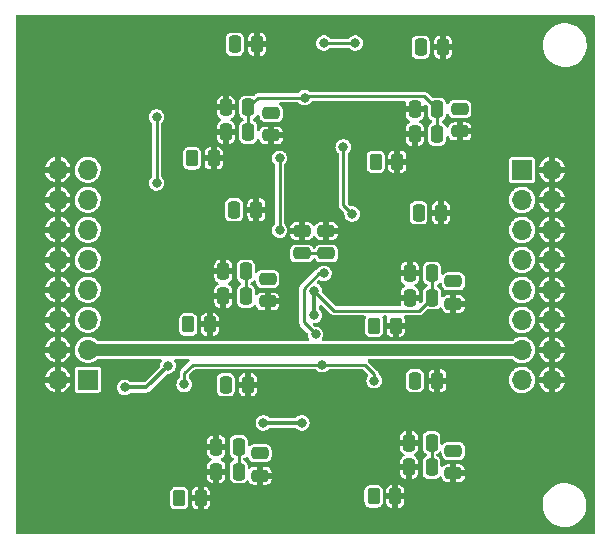
<source format=gbl>
G04 #@! TF.GenerationSoftware,KiCad,Pcbnew,(6.0.6)*
G04 #@! TF.CreationDate,2022-08-29T15:29:16+02:00*
G04 #@! TF.ProjectId,amplifier-board-six-channels,616d706c-6966-4696-9572-2d626f617264,rev?*
G04 #@! TF.SameCoordinates,Original*
G04 #@! TF.FileFunction,Copper,L2,Bot*
G04 #@! TF.FilePolarity,Positive*
%FSLAX46Y46*%
G04 Gerber Fmt 4.6, Leading zero omitted, Abs format (unit mm)*
G04 Created by KiCad (PCBNEW (6.0.6)) date 2022-08-29 15:29:16*
%MOMM*%
%LPD*%
G01*
G04 APERTURE LIST*
G04 Aperture macros list*
%AMRoundRect*
0 Rectangle with rounded corners*
0 $1 Rounding radius*
0 $2 $3 $4 $5 $6 $7 $8 $9 X,Y pos of 4 corners*
0 Add a 4 corners polygon primitive as box body*
4,1,4,$2,$3,$4,$5,$6,$7,$8,$9,$2,$3,0*
0 Add four circle primitives for the rounded corners*
1,1,$1+$1,$2,$3*
1,1,$1+$1,$4,$5*
1,1,$1+$1,$6,$7*
1,1,$1+$1,$8,$9*
0 Add four rect primitives between the rounded corners*
20,1,$1+$1,$2,$3,$4,$5,0*
20,1,$1+$1,$4,$5,$6,$7,0*
20,1,$1+$1,$6,$7,$8,$9,0*
20,1,$1+$1,$8,$9,$2,$3,0*%
G04 Aperture macros list end*
G04 #@! TA.AperFunction,ComponentPad*
%ADD10R,1.700000X1.700000*%
G04 #@! TD*
G04 #@! TA.AperFunction,ComponentPad*
%ADD11O,1.700000X1.700000*%
G04 #@! TD*
G04 #@! TA.AperFunction,SMDPad,CuDef*
%ADD12RoundRect,0.250000X-0.262500X-0.450000X0.262500X-0.450000X0.262500X0.450000X-0.262500X0.450000X0*%
G04 #@! TD*
G04 #@! TA.AperFunction,SMDPad,CuDef*
%ADD13RoundRect,0.250000X-0.475000X0.250000X-0.475000X-0.250000X0.475000X-0.250000X0.475000X0.250000X0*%
G04 #@! TD*
G04 #@! TA.AperFunction,SMDPad,CuDef*
%ADD14RoundRect,0.250000X0.250000X0.475000X-0.250000X0.475000X-0.250000X-0.475000X0.250000X-0.475000X0*%
G04 #@! TD*
G04 #@! TA.AperFunction,SMDPad,CuDef*
%ADD15RoundRect,0.250000X-0.250000X-0.475000X0.250000X-0.475000X0.250000X0.475000X-0.250000X0.475000X0*%
G04 #@! TD*
G04 #@! TA.AperFunction,SMDPad,CuDef*
%ADD16RoundRect,0.250000X0.475000X-0.250000X0.475000X0.250000X-0.475000X0.250000X-0.475000X-0.250000X0*%
G04 #@! TD*
G04 #@! TA.AperFunction,ViaPad*
%ADD17C,0.800000*%
G04 #@! TD*
G04 #@! TA.AperFunction,Conductor*
%ADD18C,0.254000*%
G04 #@! TD*
G04 #@! TA.AperFunction,Conductor*
%ADD19C,0.350000*%
G04 #@! TD*
G04 #@! TA.AperFunction,Conductor*
%ADD20C,1.000000*%
G04 #@! TD*
G04 APERTURE END LIST*
D10*
X40300000Y-48875000D03*
D11*
X37760000Y-48875000D03*
X40300000Y-46335000D03*
X37760000Y-46335000D03*
X40300000Y-43795000D03*
X37760000Y-43795000D03*
X40300000Y-41255000D03*
X37760000Y-41255000D03*
X40300000Y-38715000D03*
X37760000Y-38715000D03*
X40300000Y-36175000D03*
X37760000Y-36175000D03*
X40300000Y-33635000D03*
X37760000Y-33635000D03*
X40300000Y-31095000D03*
X37760000Y-31095000D03*
D10*
X77063600Y-31125000D03*
D11*
X79603600Y-31125000D03*
X77063600Y-33665000D03*
X79603600Y-33665000D03*
X77063600Y-36205000D03*
X79603600Y-36205000D03*
X77063600Y-38745000D03*
X79603600Y-38745000D03*
X77063600Y-41285000D03*
X79603600Y-41285000D03*
X77063600Y-43825000D03*
X79603600Y-43825000D03*
X77063600Y-46365000D03*
X79603600Y-46365000D03*
X77063600Y-48905000D03*
X79603600Y-48905000D03*
D12*
X64500100Y-58751400D03*
X66325100Y-58751400D03*
X48056600Y-58898400D03*
X49881600Y-58898400D03*
D13*
X54881600Y-55098400D03*
X54881600Y-56998400D03*
X55531600Y-40348400D03*
X55531600Y-42248400D03*
D14*
X69412600Y-54201400D03*
X67512600Y-54201400D03*
X69462600Y-39851400D03*
X67562600Y-39851400D03*
X53681600Y-41798400D03*
X51781600Y-41798400D03*
X53896600Y-25823400D03*
X51996600Y-25823400D03*
D12*
X64687600Y-30426400D03*
X66512600Y-30426400D03*
D15*
X68312600Y-34751400D03*
X70212600Y-34751400D03*
X52681600Y-34498400D03*
X54581600Y-34498400D03*
X68012600Y-48951400D03*
X69912600Y-48951400D03*
D13*
X71262600Y-40551400D03*
X71262600Y-42451400D03*
D14*
X69887600Y-28076400D03*
X67987600Y-28076400D03*
X69887600Y-25976400D03*
X67987600Y-25976400D03*
D16*
X60502800Y-38186400D03*
X60502800Y-36286400D03*
D15*
X51981600Y-49298400D03*
X53881600Y-49298400D03*
D14*
X53896600Y-27923400D03*
X51996600Y-27923400D03*
D13*
X71812600Y-25951400D03*
X71812600Y-27851400D03*
D14*
X53681600Y-39698400D03*
X51781600Y-39698400D03*
D16*
X58420000Y-38186400D03*
X58420000Y-36286400D03*
D13*
X71262600Y-54901400D03*
X71262600Y-56801400D03*
D14*
X69462600Y-41951400D03*
X67562600Y-41951400D03*
X53081600Y-56648400D03*
X51181600Y-56648400D03*
D15*
X52746600Y-20473400D03*
X54646600Y-20473400D03*
D13*
X55831600Y-26298400D03*
X55831600Y-28198400D03*
D12*
X64550100Y-44301400D03*
X66375100Y-44301400D03*
X48819100Y-44198400D03*
X50644100Y-44198400D03*
D15*
X68487600Y-20726400D03*
X70387600Y-20726400D03*
D12*
X49134100Y-30123400D03*
X50959100Y-30123400D03*
D14*
X69412600Y-56301400D03*
X67512600Y-56301400D03*
X53081600Y-54548400D03*
X51181600Y-54548400D03*
D17*
X58420000Y-52527200D03*
X59486800Y-41351200D03*
X47091600Y-47701200D03*
X53898800Y-27889200D03*
X53035200Y-56642000D03*
X55168800Y-52527200D03*
X58470800Y-38201600D03*
X58674000Y-24993600D03*
X56540400Y-30124400D03*
X43434000Y-49530000D03*
X69422600Y-41959800D03*
X59486800Y-43434000D03*
X56540400Y-36220400D03*
X69371800Y-56285400D03*
X53644800Y-41808400D03*
X69829000Y-28040600D03*
X43307000Y-57912000D03*
X57912000Y-55753000D03*
X49784000Y-36830000D03*
X57251600Y-42265600D03*
X57150000Y-44704000D03*
X74549000Y-51816000D03*
X56794400Y-49504600D03*
X49174400Y-51612800D03*
X61899800Y-44627800D03*
X74295000Y-58039000D03*
X57277000Y-40360600D03*
X56388000Y-20447000D03*
X62382400Y-26644600D03*
X61214000Y-53594000D03*
X54610000Y-34417000D03*
X66040000Y-23114000D03*
X65659000Y-37084000D03*
X60833000Y-22910800D03*
X60223400Y-27813000D03*
X71882000Y-22352000D03*
X53848000Y-49276000D03*
X66548000Y-32004000D03*
X50038000Y-22860000D03*
X65532000Y-51358800D03*
X72263000Y-34671000D03*
X61214000Y-59309000D03*
X52781200Y-20472400D03*
X68355800Y-34746200D03*
X71251400Y-54964600D03*
X54914800Y-55118000D03*
X71302200Y-40588200D03*
X55575200Y-40386000D03*
X71787600Y-25963900D03*
X55880000Y-26314400D03*
X62941200Y-20370800D03*
X59588400Y-45034200D03*
X46126400Y-26619200D03*
X64550100Y-48951400D03*
X60147200Y-47599600D03*
X60299600Y-39878000D03*
X61925200Y-29159200D03*
X46126400Y-32207200D03*
X62687200Y-34848800D03*
X48463200Y-49276000D03*
X60299600Y-20370800D03*
X49123600Y-30073600D03*
X64698200Y-30428200D03*
X48818800Y-44196000D03*
X64545800Y-44296600D03*
X48056800Y-58877200D03*
X64495000Y-58723800D03*
X68508200Y-20725400D03*
X52730400Y-34493200D03*
X52019200Y-49225200D03*
X68051000Y-48970200D03*
D18*
X53896600Y-25823400D02*
X53896600Y-27923400D01*
X69462600Y-41919800D02*
X69422600Y-41959800D01*
D19*
X55168800Y-52527200D02*
X58420000Y-52527200D01*
X59486800Y-41351200D02*
X59486800Y-43434000D01*
D18*
X53081600Y-56595600D02*
X53035200Y-56642000D01*
D19*
X45262800Y-49530000D02*
X47091600Y-47701200D01*
D18*
X58674000Y-24993600D02*
X58797200Y-24870400D01*
X69462600Y-39851400D02*
X69462600Y-41919800D01*
X68781600Y-24870400D02*
X69887600Y-25976400D01*
X69412600Y-56244600D02*
X69371800Y-56285400D01*
D19*
X43434000Y-49530000D02*
X45262800Y-49530000D01*
D18*
X54726400Y-24993600D02*
X58674000Y-24993600D01*
X53081600Y-54548400D02*
X53081600Y-56595600D01*
X60502800Y-38186400D02*
X58486000Y-38186400D01*
X69887600Y-25976400D02*
X69887600Y-28076400D01*
X56540400Y-36220400D02*
X56540400Y-30124400D01*
X58797200Y-24870400D02*
X68781600Y-24870400D01*
X59486800Y-41351200D02*
X61193000Y-43057400D01*
X68356600Y-43057400D02*
X69462600Y-41951400D01*
X53681600Y-39698400D02*
X53681600Y-41798400D01*
X53896600Y-25823400D02*
X54726400Y-24993600D01*
X69412600Y-54201400D02*
X69412600Y-56244600D01*
X61193000Y-43057400D02*
X68356600Y-43057400D01*
X58486000Y-38186400D02*
X58470800Y-38201600D01*
D20*
X77063600Y-46365000D02*
X40330000Y-46365000D01*
X40330000Y-46365000D02*
X40300000Y-46335000D01*
D18*
X59588400Y-45034200D02*
X58572400Y-44018200D01*
X63752000Y-47599600D02*
X64550100Y-48397700D01*
X46126400Y-26619200D02*
X46126400Y-32207200D01*
X48463200Y-48310800D02*
X49174400Y-47599600D01*
X49174400Y-47599600D02*
X60147200Y-47599600D01*
X59855499Y-39878000D02*
X60299600Y-39878000D01*
X64550100Y-48397700D02*
X64550100Y-48951400D01*
X58572400Y-44018200D02*
X58572400Y-41161099D01*
X61925200Y-34086800D02*
X62687200Y-34848800D01*
X48463200Y-49276000D02*
X48463200Y-48310800D01*
X61925200Y-29159200D02*
X61925200Y-34086800D01*
X60147200Y-47599600D02*
X63752000Y-47599600D01*
X58572400Y-41161099D02*
X59855499Y-39878000D01*
X60299600Y-20370800D02*
X62941200Y-20370800D01*
G04 #@! TA.AperFunction,Conductor*
G36*
X83172821Y-17995702D02*
G01*
X83219314Y-18049358D01*
X83230700Y-18101700D01*
X83230700Y-61848700D01*
X83210698Y-61916821D01*
X83157042Y-61963314D01*
X83104700Y-61974700D01*
X34357700Y-61974700D01*
X34289579Y-61954698D01*
X34243086Y-61901042D01*
X34231700Y-61848700D01*
X34231700Y-59396156D01*
X47289600Y-59396156D01*
X47296302Y-59457848D01*
X47347029Y-59593164D01*
X47352409Y-59600343D01*
X47352411Y-59600346D01*
X47388479Y-59648471D01*
X47433696Y-59708804D01*
X47440876Y-59714185D01*
X47542154Y-59790089D01*
X47542157Y-59790091D01*
X47549336Y-59795471D01*
X47639054Y-59829104D01*
X47677257Y-59843426D01*
X47677259Y-59843426D01*
X47684652Y-59846198D01*
X47692502Y-59847051D01*
X47692503Y-59847051D01*
X47741732Y-59852399D01*
X47746344Y-59852900D01*
X48366856Y-59852900D01*
X48371468Y-59852399D01*
X48420697Y-59847051D01*
X48420698Y-59847051D01*
X48428548Y-59846198D01*
X48435941Y-59843426D01*
X48435943Y-59843426D01*
X48474146Y-59829104D01*
X48563864Y-59795471D01*
X48571043Y-59790091D01*
X48571046Y-59790089D01*
X48672324Y-59714185D01*
X48679504Y-59708804D01*
X48724721Y-59648471D01*
X48760789Y-59600346D01*
X48760791Y-59600343D01*
X48766171Y-59593164D01*
X48816898Y-59457848D01*
X48823600Y-59396156D01*
X48823600Y-59392692D01*
X49115101Y-59392692D01*
X49115470Y-59399510D01*
X49120941Y-59449882D01*
X49124570Y-59465141D01*
X49169322Y-59584518D01*
X49177854Y-59600104D01*
X49253672Y-59701267D01*
X49266233Y-59713828D01*
X49367396Y-59789646D01*
X49382982Y-59798178D01*
X49502365Y-59842933D01*
X49517610Y-59846558D01*
X49567992Y-59852031D01*
X49574806Y-59852400D01*
X49609485Y-59852400D01*
X49624724Y-59847925D01*
X49625929Y-59846535D01*
X49627600Y-59838852D01*
X49627600Y-59834284D01*
X50135600Y-59834284D01*
X50140075Y-59849523D01*
X50141465Y-59850728D01*
X50149148Y-59852399D01*
X50188392Y-59852399D01*
X50195210Y-59852030D01*
X50245582Y-59846559D01*
X50260841Y-59842930D01*
X50380218Y-59798178D01*
X50395804Y-59789646D01*
X50496967Y-59713828D01*
X50509528Y-59701267D01*
X50585346Y-59600104D01*
X50593878Y-59584518D01*
X50638633Y-59465135D01*
X50642258Y-59449890D01*
X50647731Y-59399508D01*
X50648100Y-59392694D01*
X50648100Y-59249156D01*
X63733100Y-59249156D01*
X63733469Y-59252552D01*
X63733469Y-59252553D01*
X63734794Y-59264745D01*
X63739802Y-59310848D01*
X63790529Y-59446164D01*
X63795909Y-59453343D01*
X63795911Y-59453346D01*
X63849176Y-59524417D01*
X63877196Y-59561804D01*
X63884376Y-59567185D01*
X63985654Y-59643089D01*
X63985657Y-59643091D01*
X63992836Y-59648471D01*
X64082554Y-59682104D01*
X64120757Y-59696426D01*
X64120759Y-59696426D01*
X64128152Y-59699198D01*
X64136002Y-59700051D01*
X64136003Y-59700051D01*
X64185232Y-59705399D01*
X64189844Y-59705900D01*
X64810356Y-59705900D01*
X64814968Y-59705399D01*
X64864197Y-59700051D01*
X64864198Y-59700051D01*
X64872048Y-59699198D01*
X64879441Y-59696426D01*
X64879443Y-59696426D01*
X64917646Y-59682104D01*
X65007364Y-59648471D01*
X65014543Y-59643091D01*
X65014546Y-59643089D01*
X65115824Y-59567185D01*
X65123004Y-59561804D01*
X65151024Y-59524417D01*
X65204289Y-59453346D01*
X65204291Y-59453343D01*
X65209671Y-59446164D01*
X65260398Y-59310848D01*
X65265407Y-59264745D01*
X65266731Y-59252553D01*
X65266731Y-59252552D01*
X65267100Y-59249156D01*
X65267100Y-59245692D01*
X65558601Y-59245692D01*
X65558970Y-59252510D01*
X65564441Y-59302882D01*
X65568070Y-59318141D01*
X65612822Y-59437518D01*
X65621354Y-59453104D01*
X65697172Y-59554267D01*
X65709733Y-59566828D01*
X65810896Y-59642646D01*
X65826482Y-59651178D01*
X65945865Y-59695933D01*
X65961110Y-59699558D01*
X66011492Y-59705031D01*
X66018306Y-59705400D01*
X66052985Y-59705400D01*
X66068224Y-59700925D01*
X66069429Y-59699535D01*
X66071100Y-59691852D01*
X66071100Y-59687284D01*
X66579100Y-59687284D01*
X66583575Y-59702523D01*
X66584965Y-59703728D01*
X66592648Y-59705399D01*
X66631892Y-59705399D01*
X66638710Y-59705030D01*
X66689082Y-59699559D01*
X66704341Y-59695930D01*
X66823718Y-59651178D01*
X66839304Y-59642646D01*
X66940467Y-59566828D01*
X66953028Y-59554267D01*
X66971975Y-59528986D01*
X78811418Y-59528986D01*
X78836979Y-59796900D01*
X78838064Y-59801334D01*
X78838065Y-59801340D01*
X78850682Y-59852900D01*
X78900947Y-60058318D01*
X79001983Y-60307763D01*
X79137969Y-60540010D01*
X79306058Y-60750195D01*
X79502727Y-60933913D01*
X79723857Y-61087316D01*
X79964816Y-61207191D01*
X79969150Y-61208612D01*
X79969153Y-61208613D01*
X80216223Y-61289607D01*
X80216229Y-61289608D01*
X80220556Y-61291027D01*
X80225047Y-61291807D01*
X80225048Y-61291807D01*
X80481938Y-61336411D01*
X80481946Y-61336412D01*
X80485719Y-61337067D01*
X80489556Y-61337258D01*
X80569177Y-61341222D01*
X80569185Y-61341222D01*
X80570748Y-61341300D01*
X80738774Y-61341300D01*
X80741042Y-61341135D01*
X80741054Y-61341135D01*
X80871857Y-61331644D01*
X80938825Y-61326785D01*
X80943280Y-61325801D01*
X80943283Y-61325801D01*
X81197170Y-61269747D01*
X81197172Y-61269746D01*
X81201626Y-61268763D01*
X81453300Y-61173413D01*
X81688572Y-61042731D01*
X81835242Y-60930796D01*
X81898891Y-60882221D01*
X81898895Y-60882217D01*
X81902516Y-60879454D01*
X82090649Y-60687003D01*
X82197642Y-60540010D01*
X82246342Y-60473104D01*
X82246347Y-60473097D01*
X82249030Y-60469410D01*
X82374341Y-60231233D01*
X82463957Y-59977462D01*
X82492177Y-59834284D01*
X82515120Y-59717883D01*
X82515121Y-59717877D01*
X82516001Y-59713411D01*
X82516228Y-59708855D01*
X82529155Y-59449183D01*
X82529155Y-59449177D01*
X82529382Y-59444614D01*
X82503821Y-59176700D01*
X82462314Y-59007071D01*
X82440939Y-58919720D01*
X82439853Y-58915282D01*
X82338817Y-58665837D01*
X82232261Y-58483852D01*
X82205141Y-58437535D01*
X82205140Y-58437534D01*
X82202831Y-58433590D01*
X82056244Y-58250292D01*
X82037594Y-58226971D01*
X82037593Y-58226969D01*
X82034742Y-58223405D01*
X81838073Y-58039687D01*
X81616943Y-57886284D01*
X81375984Y-57766409D01*
X81371650Y-57764988D01*
X81371647Y-57764987D01*
X81124577Y-57683993D01*
X81124571Y-57683992D01*
X81120244Y-57682573D01*
X81115752Y-57681793D01*
X80858862Y-57637189D01*
X80858854Y-57637188D01*
X80855081Y-57636533D01*
X80845118Y-57636037D01*
X80771623Y-57632378D01*
X80771615Y-57632378D01*
X80770052Y-57632300D01*
X80602026Y-57632300D01*
X80599758Y-57632465D01*
X80599746Y-57632465D01*
X80468943Y-57641956D01*
X80401975Y-57646815D01*
X80397520Y-57647799D01*
X80397517Y-57647799D01*
X80143630Y-57703853D01*
X80143628Y-57703854D01*
X80139174Y-57704837D01*
X79887500Y-57800187D01*
X79883514Y-57802401D01*
X79883512Y-57802402D01*
X79779539Y-57860154D01*
X79652228Y-57930869D01*
X79616746Y-57957948D01*
X79441909Y-58091379D01*
X79441905Y-58091383D01*
X79438284Y-58094146D01*
X79250151Y-58286597D01*
X79247466Y-58290286D01*
X79094458Y-58500496D01*
X79094453Y-58500503D01*
X79091770Y-58504190D01*
X78966459Y-58742367D01*
X78876843Y-58996138D01*
X78871447Y-59023515D01*
X78826313Y-59252510D01*
X78824799Y-59260189D01*
X78824572Y-59264742D01*
X78824572Y-59264745D01*
X78814597Y-59465135D01*
X78811418Y-59528986D01*
X66971975Y-59528986D01*
X67028846Y-59453104D01*
X67037378Y-59437518D01*
X67082133Y-59318135D01*
X67085758Y-59302890D01*
X67091231Y-59252508D01*
X67091600Y-59245694D01*
X67091600Y-59023515D01*
X67087125Y-59008276D01*
X67085735Y-59007071D01*
X67078052Y-59005400D01*
X66597215Y-59005400D01*
X66581976Y-59009875D01*
X66580771Y-59011265D01*
X66579100Y-59018948D01*
X66579100Y-59687284D01*
X66071100Y-59687284D01*
X66071100Y-59023515D01*
X66066625Y-59008276D01*
X66065235Y-59007071D01*
X66057552Y-59005400D01*
X65576716Y-59005400D01*
X65561477Y-59009875D01*
X65560272Y-59011265D01*
X65558601Y-59018948D01*
X65558601Y-59245692D01*
X65267100Y-59245692D01*
X65267100Y-58479285D01*
X65558600Y-58479285D01*
X65563075Y-58494524D01*
X65564465Y-58495729D01*
X65572148Y-58497400D01*
X66052985Y-58497400D01*
X66068224Y-58492925D01*
X66069429Y-58491535D01*
X66071100Y-58483852D01*
X66071100Y-58479285D01*
X66579100Y-58479285D01*
X66583575Y-58494524D01*
X66584965Y-58495729D01*
X66592648Y-58497400D01*
X67073484Y-58497400D01*
X67088723Y-58492925D01*
X67089928Y-58491535D01*
X67091599Y-58483852D01*
X67091599Y-58257108D01*
X67091230Y-58250290D01*
X67085759Y-58199918D01*
X67082130Y-58184659D01*
X67037378Y-58065282D01*
X67028846Y-58049696D01*
X66953028Y-57948533D01*
X66940467Y-57935972D01*
X66839304Y-57860154D01*
X66823718Y-57851622D01*
X66704335Y-57806867D01*
X66689090Y-57803242D01*
X66638708Y-57797769D01*
X66631894Y-57797400D01*
X66597215Y-57797400D01*
X66581976Y-57801875D01*
X66580771Y-57803265D01*
X66579100Y-57810948D01*
X66579100Y-58479285D01*
X66071100Y-58479285D01*
X66071100Y-57815516D01*
X66066625Y-57800277D01*
X66065235Y-57799072D01*
X66057552Y-57797401D01*
X66018308Y-57797401D01*
X66011490Y-57797770D01*
X65961118Y-57803241D01*
X65945859Y-57806870D01*
X65826482Y-57851622D01*
X65810896Y-57860154D01*
X65709733Y-57935972D01*
X65697172Y-57948533D01*
X65621354Y-58049696D01*
X65612822Y-58065282D01*
X65568067Y-58184665D01*
X65564442Y-58199910D01*
X65558969Y-58250292D01*
X65558600Y-58257106D01*
X65558600Y-58479285D01*
X65267100Y-58479285D01*
X65267100Y-58253644D01*
X65260398Y-58191952D01*
X65209671Y-58056636D01*
X65204291Y-58049457D01*
X65204289Y-58049454D01*
X65128385Y-57948176D01*
X65123004Y-57940996D01*
X65050002Y-57886284D01*
X65014546Y-57859711D01*
X65014543Y-57859709D01*
X65007364Y-57854329D01*
X64880766Y-57806870D01*
X64879443Y-57806374D01*
X64879441Y-57806374D01*
X64872048Y-57803602D01*
X64864198Y-57802749D01*
X64864197Y-57802749D01*
X64813753Y-57797269D01*
X64813752Y-57797269D01*
X64810356Y-57796900D01*
X64189844Y-57796900D01*
X64186448Y-57797269D01*
X64186447Y-57797269D01*
X64136003Y-57802749D01*
X64136002Y-57802749D01*
X64128152Y-57803602D01*
X64120759Y-57806374D01*
X64120757Y-57806374D01*
X64119434Y-57806870D01*
X63992836Y-57854329D01*
X63985657Y-57859709D01*
X63985654Y-57859711D01*
X63950198Y-57886284D01*
X63877196Y-57940996D01*
X63871815Y-57948176D01*
X63795911Y-58049454D01*
X63795909Y-58049457D01*
X63790529Y-58056636D01*
X63739802Y-58191952D01*
X63733100Y-58253644D01*
X63733100Y-59249156D01*
X50648100Y-59249156D01*
X50648100Y-59170515D01*
X50643625Y-59155276D01*
X50642235Y-59154071D01*
X50634552Y-59152400D01*
X50153715Y-59152400D01*
X50138476Y-59156875D01*
X50137271Y-59158265D01*
X50135600Y-59165948D01*
X50135600Y-59834284D01*
X49627600Y-59834284D01*
X49627600Y-59170515D01*
X49623125Y-59155276D01*
X49621735Y-59154071D01*
X49614052Y-59152400D01*
X49133216Y-59152400D01*
X49117977Y-59156875D01*
X49116772Y-59158265D01*
X49115101Y-59165948D01*
X49115101Y-59392692D01*
X48823600Y-59392692D01*
X48823600Y-58626285D01*
X49115100Y-58626285D01*
X49119575Y-58641524D01*
X49120965Y-58642729D01*
X49128648Y-58644400D01*
X49609485Y-58644400D01*
X49624724Y-58639925D01*
X49625929Y-58638535D01*
X49627600Y-58630852D01*
X49627600Y-58626285D01*
X50135600Y-58626285D01*
X50140075Y-58641524D01*
X50141465Y-58642729D01*
X50149148Y-58644400D01*
X50629984Y-58644400D01*
X50645223Y-58639925D01*
X50646428Y-58638535D01*
X50648099Y-58630852D01*
X50648099Y-58404108D01*
X50647730Y-58397290D01*
X50642259Y-58346918D01*
X50638630Y-58331659D01*
X50593878Y-58212282D01*
X50585346Y-58196696D01*
X50509528Y-58095533D01*
X50496967Y-58082972D01*
X50395804Y-58007154D01*
X50380218Y-57998622D01*
X50260835Y-57953867D01*
X50245590Y-57950242D01*
X50195208Y-57944769D01*
X50188394Y-57944400D01*
X50153715Y-57944400D01*
X50138476Y-57948875D01*
X50137271Y-57950265D01*
X50135600Y-57957948D01*
X50135600Y-58626285D01*
X49627600Y-58626285D01*
X49627600Y-57962516D01*
X49623125Y-57947277D01*
X49621735Y-57946072D01*
X49614052Y-57944401D01*
X49574808Y-57944401D01*
X49567990Y-57944770D01*
X49517618Y-57950241D01*
X49502359Y-57953870D01*
X49382982Y-57998622D01*
X49367396Y-58007154D01*
X49266233Y-58082972D01*
X49253672Y-58095533D01*
X49177854Y-58196696D01*
X49169322Y-58212282D01*
X49124567Y-58331665D01*
X49120942Y-58346910D01*
X49115469Y-58397292D01*
X49115100Y-58404106D01*
X49115100Y-58626285D01*
X48823600Y-58626285D01*
X48823600Y-58400644D01*
X48816898Y-58338952D01*
X48766171Y-58203636D01*
X48760791Y-58196457D01*
X48760789Y-58196454D01*
X48684885Y-58095176D01*
X48679504Y-58087996D01*
X48628400Y-58049696D01*
X48571046Y-58006711D01*
X48571043Y-58006709D01*
X48563864Y-58001329D01*
X48437266Y-57953870D01*
X48435943Y-57953374D01*
X48435941Y-57953374D01*
X48428548Y-57950602D01*
X48420698Y-57949749D01*
X48420697Y-57949749D01*
X48370253Y-57944269D01*
X48370252Y-57944269D01*
X48366856Y-57943900D01*
X47746344Y-57943900D01*
X47742948Y-57944269D01*
X47742947Y-57944269D01*
X47692503Y-57949749D01*
X47692502Y-57949749D01*
X47684652Y-57950602D01*
X47677259Y-57953374D01*
X47677257Y-57953374D01*
X47675934Y-57953870D01*
X47549336Y-58001329D01*
X47542157Y-58006709D01*
X47542154Y-58006711D01*
X47484800Y-58049696D01*
X47433696Y-58087996D01*
X47428315Y-58095176D01*
X47352411Y-58196454D01*
X47352409Y-58196457D01*
X47347029Y-58203636D01*
X47296302Y-58338952D01*
X47289600Y-58400644D01*
X47289600Y-59396156D01*
X34231700Y-59396156D01*
X34231700Y-57167692D01*
X50427601Y-57167692D01*
X50427970Y-57174510D01*
X50433441Y-57224882D01*
X50437070Y-57240141D01*
X50481822Y-57359518D01*
X50490354Y-57375104D01*
X50566172Y-57476267D01*
X50578733Y-57488828D01*
X50679896Y-57564646D01*
X50695482Y-57573178D01*
X50814865Y-57617933D01*
X50830110Y-57621558D01*
X50880492Y-57627031D01*
X50887306Y-57627400D01*
X50909485Y-57627400D01*
X50924724Y-57622925D01*
X50925929Y-57621535D01*
X50927600Y-57613852D01*
X50927600Y-57609284D01*
X51435600Y-57609284D01*
X51440075Y-57624523D01*
X51441465Y-57625728D01*
X51449148Y-57627399D01*
X51475892Y-57627399D01*
X51482710Y-57627030D01*
X51533082Y-57621559D01*
X51548341Y-57617930D01*
X51667718Y-57573178D01*
X51683304Y-57564646D01*
X51784467Y-57488828D01*
X51797028Y-57476267D01*
X51872846Y-57375104D01*
X51881378Y-57359518D01*
X51926133Y-57240135D01*
X51929758Y-57224890D01*
X51935231Y-57174508D01*
X51935413Y-57171156D01*
X52327100Y-57171156D01*
X52327469Y-57174552D01*
X52327469Y-57174553D01*
X52332151Y-57217646D01*
X52333802Y-57232848D01*
X52336574Y-57240241D01*
X52336574Y-57240243D01*
X52348078Y-57270930D01*
X52384529Y-57368164D01*
X52389909Y-57375343D01*
X52389911Y-57375346D01*
X52421000Y-57416828D01*
X52471196Y-57483804D01*
X52478376Y-57489185D01*
X52579654Y-57565089D01*
X52579657Y-57565091D01*
X52586836Y-57570471D01*
X52668985Y-57601267D01*
X52714757Y-57618426D01*
X52714759Y-57618426D01*
X52722152Y-57621198D01*
X52730002Y-57622051D01*
X52730003Y-57622051D01*
X52779232Y-57627399D01*
X52783844Y-57627900D01*
X53379356Y-57627900D01*
X53383968Y-57627399D01*
X53433197Y-57622051D01*
X53433198Y-57622051D01*
X53441048Y-57621198D01*
X53448441Y-57618426D01*
X53448443Y-57618426D01*
X53494215Y-57601267D01*
X53576364Y-57570471D01*
X53583543Y-57565091D01*
X53583546Y-57565089D01*
X53684824Y-57489185D01*
X53692004Y-57483804D01*
X53730325Y-57432672D01*
X53787184Y-57390157D01*
X53858002Y-57385131D01*
X53920296Y-57419191D01*
X53949134Y-57464009D01*
X53956824Y-57484522D01*
X53965354Y-57500104D01*
X54041172Y-57601267D01*
X54053733Y-57613828D01*
X54154896Y-57689646D01*
X54170482Y-57698178D01*
X54289865Y-57742933D01*
X54305110Y-57746558D01*
X54355492Y-57752031D01*
X54362306Y-57752400D01*
X54609485Y-57752400D01*
X54624724Y-57747925D01*
X54625929Y-57746535D01*
X54627600Y-57738852D01*
X54627600Y-57734284D01*
X55135600Y-57734284D01*
X55140075Y-57749523D01*
X55141465Y-57750728D01*
X55149148Y-57752399D01*
X55400892Y-57752399D01*
X55407710Y-57752030D01*
X55458082Y-57746559D01*
X55473341Y-57742930D01*
X55592718Y-57698178D01*
X55608304Y-57689646D01*
X55709467Y-57613828D01*
X55722028Y-57601267D01*
X55797846Y-57500104D01*
X55806378Y-57484518D01*
X55851133Y-57365135D01*
X55854758Y-57349890D01*
X55860231Y-57299508D01*
X55860600Y-57292694D01*
X55860600Y-57270515D01*
X55856125Y-57255276D01*
X55854735Y-57254071D01*
X55847052Y-57252400D01*
X55153715Y-57252400D01*
X55138476Y-57256875D01*
X55137271Y-57258265D01*
X55135600Y-57265948D01*
X55135600Y-57734284D01*
X54627600Y-57734284D01*
X54627600Y-56820692D01*
X66758601Y-56820692D01*
X66758970Y-56827510D01*
X66764441Y-56877882D01*
X66768070Y-56893141D01*
X66812822Y-57012518D01*
X66821354Y-57028104D01*
X66897172Y-57129267D01*
X66909733Y-57141828D01*
X67010896Y-57217646D01*
X67026482Y-57226178D01*
X67145865Y-57270933D01*
X67161110Y-57274558D01*
X67211492Y-57280031D01*
X67218306Y-57280400D01*
X67240485Y-57280400D01*
X67255724Y-57275925D01*
X67256929Y-57274535D01*
X67258600Y-57266852D01*
X67258600Y-57262284D01*
X67766600Y-57262284D01*
X67771075Y-57277523D01*
X67772465Y-57278728D01*
X67780148Y-57280399D01*
X67806892Y-57280399D01*
X67813710Y-57280030D01*
X67864082Y-57274559D01*
X67879341Y-57270930D01*
X67998718Y-57226178D01*
X68014304Y-57217646D01*
X68115467Y-57141828D01*
X68128028Y-57129267D01*
X68203846Y-57028104D01*
X68212378Y-57012518D01*
X68257133Y-56893135D01*
X68260758Y-56877890D01*
X68266231Y-56827508D01*
X68266413Y-56824156D01*
X68658100Y-56824156D01*
X68664802Y-56885848D01*
X68667574Y-56893241D01*
X68667574Y-56893243D01*
X68673206Y-56908265D01*
X68715529Y-57021164D01*
X68720909Y-57028343D01*
X68720911Y-57028346D01*
X68762602Y-57083974D01*
X68802196Y-57136804D01*
X68809376Y-57142185D01*
X68910654Y-57218089D01*
X68910657Y-57218091D01*
X68917836Y-57223471D01*
X68995005Y-57252400D01*
X69045757Y-57271426D01*
X69045759Y-57271426D01*
X69053152Y-57274198D01*
X69061002Y-57275051D01*
X69061003Y-57275051D01*
X69110232Y-57280399D01*
X69114844Y-57280900D01*
X69710356Y-57280900D01*
X69714968Y-57280399D01*
X69764197Y-57275051D01*
X69764198Y-57275051D01*
X69772048Y-57274198D01*
X69779441Y-57271426D01*
X69779443Y-57271426D01*
X69830195Y-57252400D01*
X69907364Y-57223471D01*
X69914543Y-57218091D01*
X69914546Y-57218089D01*
X70015824Y-57142185D01*
X70023004Y-57136804D01*
X70028653Y-57129267D01*
X70062598Y-57083974D01*
X70119457Y-57041459D01*
X70190276Y-57036433D01*
X70252569Y-57070493D01*
X70286559Y-57132824D01*
X70288688Y-57145936D01*
X70289443Y-57152888D01*
X70293070Y-57168141D01*
X70337822Y-57287518D01*
X70346354Y-57303104D01*
X70422172Y-57404267D01*
X70434733Y-57416828D01*
X70535896Y-57492646D01*
X70551482Y-57501178D01*
X70670865Y-57545933D01*
X70686110Y-57549558D01*
X70736492Y-57555031D01*
X70743306Y-57555400D01*
X70990485Y-57555400D01*
X71005724Y-57550925D01*
X71006929Y-57549535D01*
X71008600Y-57541852D01*
X71008600Y-57537284D01*
X71516600Y-57537284D01*
X71521075Y-57552523D01*
X71522465Y-57553728D01*
X71530148Y-57555399D01*
X71781892Y-57555399D01*
X71788710Y-57555030D01*
X71839082Y-57549559D01*
X71854341Y-57545930D01*
X71973718Y-57501178D01*
X71989304Y-57492646D01*
X72090467Y-57416828D01*
X72103028Y-57404267D01*
X72178846Y-57303104D01*
X72187378Y-57287518D01*
X72232133Y-57168135D01*
X72235758Y-57152890D01*
X72241231Y-57102508D01*
X72241600Y-57095694D01*
X72241600Y-57073515D01*
X72237125Y-57058276D01*
X72235735Y-57057071D01*
X72228052Y-57055400D01*
X71534715Y-57055400D01*
X71519476Y-57059875D01*
X71518271Y-57061265D01*
X71516600Y-57068948D01*
X71516600Y-57537284D01*
X71008600Y-57537284D01*
X71008600Y-56529285D01*
X71516600Y-56529285D01*
X71521075Y-56544524D01*
X71522465Y-56545729D01*
X71530148Y-56547400D01*
X72223484Y-56547400D01*
X72238723Y-56542925D01*
X72239928Y-56541535D01*
X72241599Y-56533852D01*
X72241599Y-56507108D01*
X72241230Y-56500290D01*
X72235759Y-56449918D01*
X72232130Y-56434659D01*
X72187378Y-56315282D01*
X72178846Y-56299696D01*
X72103028Y-56198533D01*
X72090467Y-56185972D01*
X71989304Y-56110154D01*
X71973718Y-56101622D01*
X71854335Y-56056867D01*
X71839090Y-56053242D01*
X71788708Y-56047769D01*
X71781894Y-56047400D01*
X71534715Y-56047400D01*
X71519476Y-56051875D01*
X71518271Y-56053265D01*
X71516600Y-56060948D01*
X71516600Y-56529285D01*
X71008600Y-56529285D01*
X71008600Y-56065516D01*
X71004125Y-56050277D01*
X71002735Y-56049072D01*
X70995052Y-56047401D01*
X70743308Y-56047401D01*
X70736490Y-56047770D01*
X70686118Y-56053241D01*
X70670859Y-56056870D01*
X70551482Y-56101622D01*
X70535896Y-56110154D01*
X70434733Y-56185972D01*
X70422171Y-56198534D01*
X70393926Y-56236221D01*
X70337066Y-56278736D01*
X70266248Y-56283761D01*
X70203955Y-56249702D01*
X70169965Y-56187370D01*
X70167100Y-56160656D01*
X70167100Y-55778644D01*
X70166731Y-55775247D01*
X70161251Y-55724803D01*
X70161251Y-55724802D01*
X70160398Y-55716952D01*
X70157344Y-55708804D01*
X70135318Y-55650051D01*
X70109671Y-55581636D01*
X70104291Y-55574457D01*
X70104289Y-55574454D01*
X70028385Y-55473176D01*
X70023004Y-55465996D01*
X70002577Y-55450687D01*
X69914546Y-55384711D01*
X69914543Y-55384709D01*
X69907364Y-55379329D01*
X69880830Y-55369382D01*
X69824065Y-55326741D01*
X69799365Y-55260180D01*
X69814572Y-55190831D01*
X69864858Y-55140712D01*
X69880830Y-55133418D01*
X69882350Y-55132848D01*
X69907364Y-55123471D01*
X69914543Y-55118091D01*
X69914546Y-55118089D01*
X70015824Y-55042185D01*
X70023004Y-55036804D01*
X70056274Y-54992412D01*
X70113133Y-54949897D01*
X70183952Y-54944871D01*
X70246245Y-54978931D01*
X70280235Y-55041262D01*
X70283100Y-55067977D01*
X70283100Y-55199156D01*
X70289802Y-55260848D01*
X70340529Y-55396164D01*
X70345909Y-55403343D01*
X70345911Y-55403346D01*
X70403674Y-55480418D01*
X70427196Y-55511804D01*
X70434376Y-55517185D01*
X70535654Y-55593089D01*
X70535657Y-55593091D01*
X70542836Y-55598471D01*
X70632554Y-55632104D01*
X70670757Y-55646426D01*
X70670759Y-55646426D01*
X70678152Y-55649198D01*
X70686002Y-55650051D01*
X70686003Y-55650051D01*
X70736447Y-55655531D01*
X70739844Y-55655900D01*
X71785356Y-55655900D01*
X71788753Y-55655531D01*
X71839197Y-55650051D01*
X71839198Y-55650051D01*
X71847048Y-55649198D01*
X71854441Y-55646426D01*
X71854443Y-55646426D01*
X71892646Y-55632104D01*
X71982364Y-55598471D01*
X71989543Y-55593091D01*
X71989546Y-55593089D01*
X72090824Y-55517185D01*
X72098004Y-55511804D01*
X72121526Y-55480418D01*
X72179289Y-55403346D01*
X72179291Y-55403343D01*
X72184671Y-55396164D01*
X72235398Y-55260848D01*
X72242100Y-55199156D01*
X72242100Y-54603644D01*
X72235398Y-54541952D01*
X72184671Y-54406636D01*
X72179291Y-54399457D01*
X72179289Y-54399454D01*
X72103385Y-54298176D01*
X72098004Y-54290996D01*
X72056410Y-54259823D01*
X71989546Y-54209711D01*
X71989543Y-54209709D01*
X71982364Y-54204329D01*
X71892646Y-54170696D01*
X71854443Y-54156374D01*
X71854441Y-54156374D01*
X71847048Y-54153602D01*
X71839198Y-54152749D01*
X71839197Y-54152749D01*
X71788753Y-54147269D01*
X71788752Y-54147269D01*
X71785356Y-54146900D01*
X70739844Y-54146900D01*
X70736448Y-54147269D01*
X70736447Y-54147269D01*
X70686003Y-54152749D01*
X70686002Y-54152749D01*
X70678152Y-54153602D01*
X70670759Y-54156374D01*
X70670757Y-54156374D01*
X70632554Y-54170696D01*
X70542836Y-54204329D01*
X70535657Y-54209709D01*
X70535654Y-54209711D01*
X70468790Y-54259823D01*
X70427196Y-54290996D01*
X70421815Y-54298176D01*
X70393926Y-54335388D01*
X70337067Y-54377903D01*
X70266248Y-54382929D01*
X70203955Y-54348869D01*
X70169965Y-54286538D01*
X70167100Y-54259823D01*
X70167100Y-53678644D01*
X70166731Y-53675247D01*
X70161251Y-53624803D01*
X70161251Y-53624802D01*
X70160398Y-53616952D01*
X70109671Y-53481636D01*
X70104291Y-53474457D01*
X70104289Y-53474454D01*
X70028385Y-53373176D01*
X70023004Y-53365996D01*
X70002577Y-53350687D01*
X69914546Y-53284711D01*
X69914543Y-53284709D01*
X69907364Y-53279329D01*
X69780766Y-53231870D01*
X69779443Y-53231374D01*
X69779441Y-53231374D01*
X69772048Y-53228602D01*
X69764198Y-53227749D01*
X69764197Y-53227749D01*
X69713753Y-53222269D01*
X69713752Y-53222269D01*
X69710356Y-53221900D01*
X69114844Y-53221900D01*
X69111448Y-53222269D01*
X69111447Y-53222269D01*
X69061003Y-53227749D01*
X69061002Y-53227749D01*
X69053152Y-53228602D01*
X69045759Y-53231374D01*
X69045757Y-53231374D01*
X69044434Y-53231870D01*
X68917836Y-53279329D01*
X68910657Y-53284709D01*
X68910654Y-53284711D01*
X68822623Y-53350687D01*
X68802196Y-53365996D01*
X68796815Y-53373176D01*
X68720911Y-53474454D01*
X68720909Y-53474457D01*
X68715529Y-53481636D01*
X68664802Y-53616952D01*
X68663949Y-53624802D01*
X68663949Y-53624803D01*
X68658469Y-53675247D01*
X68658100Y-53678644D01*
X68658100Y-54724156D01*
X68664802Y-54785848D01*
X68667574Y-54793241D01*
X68667574Y-54793243D01*
X68673206Y-54808265D01*
X68715529Y-54921164D01*
X68720909Y-54928343D01*
X68720911Y-54928346D01*
X68733296Y-54944871D01*
X68802196Y-55036804D01*
X68809376Y-55042185D01*
X68910654Y-55118089D01*
X68910657Y-55118091D01*
X68917836Y-55123471D01*
X68942850Y-55132848D01*
X68944370Y-55133418D01*
X69001135Y-55176059D01*
X69025835Y-55242620D01*
X69010628Y-55311969D01*
X68960342Y-55362088D01*
X68944370Y-55369382D01*
X68917836Y-55379329D01*
X68910657Y-55384709D01*
X68910654Y-55384711D01*
X68822623Y-55450687D01*
X68802196Y-55465996D01*
X68796815Y-55473176D01*
X68720911Y-55574454D01*
X68720909Y-55574457D01*
X68715529Y-55581636D01*
X68689882Y-55650051D01*
X68667857Y-55708804D01*
X68664802Y-55716952D01*
X68663949Y-55724802D01*
X68663949Y-55724803D01*
X68658469Y-55775247D01*
X68658100Y-55778644D01*
X68658100Y-56824156D01*
X68266413Y-56824156D01*
X68266600Y-56820694D01*
X68266600Y-56573515D01*
X68262125Y-56558276D01*
X68260735Y-56557071D01*
X68253052Y-56555400D01*
X67784715Y-56555400D01*
X67769476Y-56559875D01*
X67768271Y-56561265D01*
X67766600Y-56568948D01*
X67766600Y-57262284D01*
X67258600Y-57262284D01*
X67258600Y-56573515D01*
X67254125Y-56558276D01*
X67252735Y-56557071D01*
X67245052Y-56555400D01*
X66776716Y-56555400D01*
X66761477Y-56559875D01*
X66760272Y-56561265D01*
X66758601Y-56568948D01*
X66758601Y-56820692D01*
X54627600Y-56820692D01*
X54627600Y-56726285D01*
X55135600Y-56726285D01*
X55140075Y-56741524D01*
X55141465Y-56742729D01*
X55149148Y-56744400D01*
X55842484Y-56744400D01*
X55857723Y-56739925D01*
X55858928Y-56738535D01*
X55860599Y-56730852D01*
X55860599Y-56704108D01*
X55860230Y-56697290D01*
X55854759Y-56646918D01*
X55851130Y-56631659D01*
X55806378Y-56512282D01*
X55797846Y-56496696D01*
X55722028Y-56395533D01*
X55709467Y-56382972D01*
X55608304Y-56307154D01*
X55592718Y-56298622D01*
X55473335Y-56253867D01*
X55458090Y-56250242D01*
X55407708Y-56244769D01*
X55400894Y-56244400D01*
X55153715Y-56244400D01*
X55138476Y-56248875D01*
X55137271Y-56250265D01*
X55135600Y-56257948D01*
X55135600Y-56726285D01*
X54627600Y-56726285D01*
X54627600Y-56262516D01*
X54623125Y-56247277D01*
X54621735Y-56246072D01*
X54614052Y-56244401D01*
X54362308Y-56244401D01*
X54355490Y-56244770D01*
X54305118Y-56250241D01*
X54289859Y-56253870D01*
X54170482Y-56298622D01*
X54154896Y-56307154D01*
X54053733Y-56382972D01*
X54051195Y-56385510D01*
X54048068Y-56387217D01*
X54046553Y-56388353D01*
X54046389Y-56388134D01*
X53988883Y-56419536D01*
X53918068Y-56414471D01*
X53861232Y-56371924D01*
X53836421Y-56305404D01*
X53836100Y-56296415D01*
X53836100Y-56125644D01*
X53829398Y-56063952D01*
X53823332Y-56047769D01*
X53816403Y-56029285D01*
X66758600Y-56029285D01*
X66763075Y-56044524D01*
X66764465Y-56045729D01*
X66772148Y-56047400D01*
X68248484Y-56047400D01*
X68263723Y-56042925D01*
X68264928Y-56041535D01*
X68266599Y-56033852D01*
X68266599Y-55782108D01*
X68266230Y-55775290D01*
X68260759Y-55724918D01*
X68257130Y-55709659D01*
X68212378Y-55590282D01*
X68203846Y-55574696D01*
X68128028Y-55473533D01*
X68115467Y-55460972D01*
X68014304Y-55385154D01*
X67998716Y-55376621D01*
X67979407Y-55369382D01*
X67922642Y-55326741D01*
X67897941Y-55260180D01*
X67913148Y-55190831D01*
X67963433Y-55140712D01*
X67979407Y-55133418D01*
X67998716Y-55126179D01*
X68014304Y-55117646D01*
X68115467Y-55041828D01*
X68128028Y-55029267D01*
X68203846Y-54928104D01*
X68212378Y-54912518D01*
X68257133Y-54793135D01*
X68260758Y-54777890D01*
X68266231Y-54727508D01*
X68266600Y-54720694D01*
X68266600Y-54473515D01*
X68262125Y-54458276D01*
X68260735Y-54457071D01*
X68253052Y-54455400D01*
X66776716Y-54455400D01*
X66761477Y-54459875D01*
X66760272Y-54461265D01*
X66758601Y-54468948D01*
X66758601Y-54720692D01*
X66758970Y-54727510D01*
X66764441Y-54777882D01*
X66768070Y-54793141D01*
X66812822Y-54912518D01*
X66821354Y-54928104D01*
X66897172Y-55029267D01*
X66909733Y-55041828D01*
X67010896Y-55117646D01*
X67026484Y-55126179D01*
X67045793Y-55133418D01*
X67102558Y-55176059D01*
X67127259Y-55242620D01*
X67112052Y-55311969D01*
X67061767Y-55362088D01*
X67045793Y-55369382D01*
X67026484Y-55376621D01*
X67010896Y-55385154D01*
X66909733Y-55460972D01*
X66897172Y-55473533D01*
X66821354Y-55574696D01*
X66812822Y-55590282D01*
X66768067Y-55709665D01*
X66764442Y-55724910D01*
X66758969Y-55775292D01*
X66758600Y-55782106D01*
X66758600Y-56029285D01*
X53816403Y-56029285D01*
X53781821Y-55937040D01*
X53778671Y-55928636D01*
X53773291Y-55921457D01*
X53773289Y-55921454D01*
X53697385Y-55820176D01*
X53692004Y-55812996D01*
X53650790Y-55782108D01*
X53583546Y-55731711D01*
X53583543Y-55731709D01*
X53576364Y-55726329D01*
X53549830Y-55716382D01*
X53493065Y-55673741D01*
X53468365Y-55607180D01*
X53483572Y-55537831D01*
X53533858Y-55487712D01*
X53549830Y-55480418D01*
X53550928Y-55480006D01*
X53576364Y-55470471D01*
X53583543Y-55465091D01*
X53583546Y-55465089D01*
X53684824Y-55389185D01*
X53692004Y-55383804D01*
X53695534Y-55379094D01*
X53756482Y-55345813D01*
X53827297Y-55350878D01*
X53884133Y-55393425D01*
X53903632Y-55442901D01*
X53906121Y-55442309D01*
X53907949Y-55449997D01*
X53908802Y-55457848D01*
X53911574Y-55465241D01*
X53911574Y-55465243D01*
X53913534Y-55470471D01*
X53959529Y-55593164D01*
X53964909Y-55600343D01*
X53964911Y-55600346D01*
X53965867Y-55601621D01*
X54046196Y-55708804D01*
X54053376Y-55714185D01*
X54154654Y-55790089D01*
X54154657Y-55790091D01*
X54161836Y-55795471D01*
X54228690Y-55820533D01*
X54289757Y-55843426D01*
X54289759Y-55843426D01*
X54297152Y-55846198D01*
X54305002Y-55847051D01*
X54305003Y-55847051D01*
X54355447Y-55852531D01*
X54358844Y-55852900D01*
X55404356Y-55852900D01*
X55407753Y-55852531D01*
X55458197Y-55847051D01*
X55458198Y-55847051D01*
X55466048Y-55846198D01*
X55473441Y-55843426D01*
X55473443Y-55843426D01*
X55534510Y-55820533D01*
X55601364Y-55795471D01*
X55608543Y-55790091D01*
X55608546Y-55790089D01*
X55709824Y-55714185D01*
X55717004Y-55708804D01*
X55797333Y-55601621D01*
X55798289Y-55600346D01*
X55798291Y-55600343D01*
X55803671Y-55593164D01*
X55849666Y-55470471D01*
X55851626Y-55465243D01*
X55851626Y-55465241D01*
X55854398Y-55457848D01*
X55861100Y-55396156D01*
X55861100Y-54800644D01*
X55854398Y-54738952D01*
X55847571Y-54720739D01*
X55806821Y-54612040D01*
X55803671Y-54603636D01*
X55798291Y-54596457D01*
X55798289Y-54596454D01*
X55722385Y-54495176D01*
X55717004Y-54487996D01*
X55619659Y-54415040D01*
X55608546Y-54406711D01*
X55608543Y-54406709D01*
X55601364Y-54401329D01*
X55511646Y-54367696D01*
X55473443Y-54353374D01*
X55473441Y-54353374D01*
X55466048Y-54350602D01*
X55458198Y-54349749D01*
X55458197Y-54349749D01*
X55407753Y-54344269D01*
X55407752Y-54344269D01*
X55404356Y-54343900D01*
X54358844Y-54343900D01*
X54355448Y-54344269D01*
X54355447Y-54344269D01*
X54305003Y-54349749D01*
X54305002Y-54349749D01*
X54297152Y-54350602D01*
X54289759Y-54353374D01*
X54289757Y-54353374D01*
X54251554Y-54367696D01*
X54161836Y-54401329D01*
X54154657Y-54406709D01*
X54154654Y-54406711D01*
X54143541Y-54415040D01*
X54046196Y-54487996D01*
X54045946Y-54487662D01*
X53988883Y-54518822D01*
X53918068Y-54513757D01*
X53861232Y-54471210D01*
X53836421Y-54404690D01*
X53836100Y-54395701D01*
X53836100Y-54025644D01*
X53829398Y-53963952D01*
X53821516Y-53942925D01*
X53816403Y-53929285D01*
X66758600Y-53929285D01*
X66763075Y-53944524D01*
X66764465Y-53945729D01*
X66772148Y-53947400D01*
X67240485Y-53947400D01*
X67255724Y-53942925D01*
X67256929Y-53941535D01*
X67258600Y-53933852D01*
X67258600Y-53929285D01*
X67766600Y-53929285D01*
X67771075Y-53944524D01*
X67772465Y-53945729D01*
X67780148Y-53947400D01*
X68248484Y-53947400D01*
X68263723Y-53942925D01*
X68264928Y-53941535D01*
X68266599Y-53933852D01*
X68266599Y-53682108D01*
X68266230Y-53675290D01*
X68260759Y-53624918D01*
X68257130Y-53609659D01*
X68212378Y-53490282D01*
X68203846Y-53474696D01*
X68128028Y-53373533D01*
X68115467Y-53360972D01*
X68014304Y-53285154D01*
X67998718Y-53276622D01*
X67879335Y-53231867D01*
X67864090Y-53228242D01*
X67813708Y-53222769D01*
X67806894Y-53222400D01*
X67784715Y-53222400D01*
X67769476Y-53226875D01*
X67768271Y-53228265D01*
X67766600Y-53235948D01*
X67766600Y-53929285D01*
X67258600Y-53929285D01*
X67258600Y-53240516D01*
X67254125Y-53225277D01*
X67252735Y-53224072D01*
X67245052Y-53222401D01*
X67218308Y-53222401D01*
X67211490Y-53222770D01*
X67161118Y-53228241D01*
X67145859Y-53231870D01*
X67026482Y-53276622D01*
X67010896Y-53285154D01*
X66909733Y-53360972D01*
X66897172Y-53373533D01*
X66821354Y-53474696D01*
X66812822Y-53490282D01*
X66768067Y-53609665D01*
X66764442Y-53624910D01*
X66758969Y-53675292D01*
X66758600Y-53682106D01*
X66758600Y-53929285D01*
X53816403Y-53929285D01*
X53781821Y-53837040D01*
X53778671Y-53828636D01*
X53773291Y-53821457D01*
X53773289Y-53821454D01*
X53697385Y-53720176D01*
X53692004Y-53712996D01*
X53650790Y-53682108D01*
X53583546Y-53631711D01*
X53583543Y-53631709D01*
X53576364Y-53626329D01*
X53449766Y-53578870D01*
X53448443Y-53578374D01*
X53448441Y-53578374D01*
X53441048Y-53575602D01*
X53433198Y-53574749D01*
X53433197Y-53574749D01*
X53382753Y-53569269D01*
X53382752Y-53569269D01*
X53379356Y-53568900D01*
X52783844Y-53568900D01*
X52780448Y-53569269D01*
X52780447Y-53569269D01*
X52730003Y-53574749D01*
X52730002Y-53574749D01*
X52722152Y-53575602D01*
X52714759Y-53578374D01*
X52714757Y-53578374D01*
X52713434Y-53578870D01*
X52586836Y-53626329D01*
X52579657Y-53631709D01*
X52579654Y-53631711D01*
X52512410Y-53682108D01*
X52471196Y-53712996D01*
X52465815Y-53720176D01*
X52389911Y-53821454D01*
X52389909Y-53821457D01*
X52384529Y-53828636D01*
X52381379Y-53837040D01*
X52341685Y-53942925D01*
X52333802Y-53963952D01*
X52327100Y-54025644D01*
X52327100Y-55071156D01*
X52327469Y-55074552D01*
X52327469Y-55074553D01*
X52332151Y-55117646D01*
X52333802Y-55132848D01*
X52384529Y-55268164D01*
X52389909Y-55275343D01*
X52389911Y-55275346D01*
X52417359Y-55311969D01*
X52471196Y-55383804D01*
X52478376Y-55389185D01*
X52579654Y-55465089D01*
X52579657Y-55465091D01*
X52586836Y-55470471D01*
X52612272Y-55480006D01*
X52613370Y-55480418D01*
X52670135Y-55523059D01*
X52694835Y-55589620D01*
X52679628Y-55658969D01*
X52629342Y-55709088D01*
X52613370Y-55716382D01*
X52586836Y-55726329D01*
X52579657Y-55731709D01*
X52579654Y-55731711D01*
X52512410Y-55782108D01*
X52471196Y-55812996D01*
X52465815Y-55820176D01*
X52389911Y-55921454D01*
X52389909Y-55921457D01*
X52384529Y-55928636D01*
X52381379Y-55937040D01*
X52339869Y-56047769D01*
X52333802Y-56063952D01*
X52327100Y-56125644D01*
X52327100Y-57171156D01*
X51935413Y-57171156D01*
X51935600Y-57167694D01*
X51935600Y-56920515D01*
X51931125Y-56905276D01*
X51929735Y-56904071D01*
X51922052Y-56902400D01*
X51453715Y-56902400D01*
X51438476Y-56906875D01*
X51437271Y-56908265D01*
X51435600Y-56915948D01*
X51435600Y-57609284D01*
X50927600Y-57609284D01*
X50927600Y-56920515D01*
X50923125Y-56905276D01*
X50921735Y-56904071D01*
X50914052Y-56902400D01*
X50445716Y-56902400D01*
X50430477Y-56906875D01*
X50429272Y-56908265D01*
X50427601Y-56915948D01*
X50427601Y-57167692D01*
X34231700Y-57167692D01*
X34231700Y-56376285D01*
X50427600Y-56376285D01*
X50432075Y-56391524D01*
X50433465Y-56392729D01*
X50441148Y-56394400D01*
X51917484Y-56394400D01*
X51932723Y-56389925D01*
X51933928Y-56388535D01*
X51935599Y-56380852D01*
X51935599Y-56129108D01*
X51935230Y-56122290D01*
X51929759Y-56071918D01*
X51926130Y-56056659D01*
X51881378Y-55937282D01*
X51872846Y-55921696D01*
X51797028Y-55820533D01*
X51784467Y-55807972D01*
X51683304Y-55732154D01*
X51667716Y-55723621D01*
X51648407Y-55716382D01*
X51591642Y-55673741D01*
X51566941Y-55607180D01*
X51582148Y-55537831D01*
X51632433Y-55487712D01*
X51648407Y-55480418D01*
X51667716Y-55473179D01*
X51683304Y-55464646D01*
X51784467Y-55388828D01*
X51797028Y-55376267D01*
X51872846Y-55275104D01*
X51881378Y-55259518D01*
X51926133Y-55140135D01*
X51929758Y-55124890D01*
X51935231Y-55074508D01*
X51935600Y-55067694D01*
X51935600Y-54820515D01*
X51931125Y-54805276D01*
X51929735Y-54804071D01*
X51922052Y-54802400D01*
X50445716Y-54802400D01*
X50430477Y-54806875D01*
X50429272Y-54808265D01*
X50427601Y-54815948D01*
X50427601Y-55067692D01*
X50427970Y-55074510D01*
X50433441Y-55124882D01*
X50437070Y-55140141D01*
X50481822Y-55259518D01*
X50490354Y-55275104D01*
X50566172Y-55376267D01*
X50578733Y-55388828D01*
X50679896Y-55464646D01*
X50695484Y-55473179D01*
X50714793Y-55480418D01*
X50771558Y-55523059D01*
X50796259Y-55589620D01*
X50781052Y-55658969D01*
X50730767Y-55709088D01*
X50714793Y-55716382D01*
X50695484Y-55723621D01*
X50679896Y-55732154D01*
X50578733Y-55807972D01*
X50566172Y-55820533D01*
X50490354Y-55921696D01*
X50481822Y-55937282D01*
X50437067Y-56056665D01*
X50433442Y-56071910D01*
X50427969Y-56122292D01*
X50427600Y-56129106D01*
X50427600Y-56376285D01*
X34231700Y-56376285D01*
X34231700Y-54276285D01*
X50427600Y-54276285D01*
X50432075Y-54291524D01*
X50433465Y-54292729D01*
X50441148Y-54294400D01*
X50909485Y-54294400D01*
X50924724Y-54289925D01*
X50925929Y-54288535D01*
X50927600Y-54280852D01*
X50927600Y-54276285D01*
X51435600Y-54276285D01*
X51440075Y-54291524D01*
X51441465Y-54292729D01*
X51449148Y-54294400D01*
X51917484Y-54294400D01*
X51932723Y-54289925D01*
X51933928Y-54288535D01*
X51935599Y-54280852D01*
X51935599Y-54029108D01*
X51935230Y-54022290D01*
X51929759Y-53971918D01*
X51926130Y-53956659D01*
X51881378Y-53837282D01*
X51872846Y-53821696D01*
X51797028Y-53720533D01*
X51784467Y-53707972D01*
X51683304Y-53632154D01*
X51667718Y-53623622D01*
X51548335Y-53578867D01*
X51533090Y-53575242D01*
X51482708Y-53569769D01*
X51475894Y-53569400D01*
X51453715Y-53569400D01*
X51438476Y-53573875D01*
X51437271Y-53575265D01*
X51435600Y-53582948D01*
X51435600Y-54276285D01*
X50927600Y-54276285D01*
X50927600Y-53587516D01*
X50923125Y-53572277D01*
X50921735Y-53571072D01*
X50914052Y-53569401D01*
X50887308Y-53569401D01*
X50880490Y-53569770D01*
X50830118Y-53575241D01*
X50814859Y-53578870D01*
X50695482Y-53623622D01*
X50679896Y-53632154D01*
X50578733Y-53707972D01*
X50566172Y-53720533D01*
X50490354Y-53821696D01*
X50481822Y-53837282D01*
X50437067Y-53956665D01*
X50433442Y-53971910D01*
X50427969Y-54022292D01*
X50427600Y-54029106D01*
X50427600Y-54276285D01*
X34231700Y-54276285D01*
X34231700Y-52520296D01*
X54509529Y-52520296D01*
X54526913Y-52677753D01*
X54581353Y-52826519D01*
X54669708Y-52958005D01*
X54675327Y-52963118D01*
X54675328Y-52963119D01*
X54686703Y-52973469D01*
X54786876Y-53064619D01*
X54926093Y-53140208D01*
X55079322Y-53180407D01*
X55163277Y-53181726D01*
X55230119Y-53182776D01*
X55230122Y-53182776D01*
X55237716Y-53182895D01*
X55392132Y-53147529D01*
X55462542Y-53112117D01*
X55526872Y-53079763D01*
X55526875Y-53079761D01*
X55533655Y-53076351D01*
X55638402Y-52986889D01*
X55703191Y-52957858D01*
X55720232Y-52956700D01*
X57870728Y-52956700D01*
X57938849Y-52976702D01*
X57955527Y-52989506D01*
X58038076Y-53064619D01*
X58177293Y-53140208D01*
X58330522Y-53180407D01*
X58414477Y-53181726D01*
X58481319Y-53182776D01*
X58481322Y-53182776D01*
X58488916Y-53182895D01*
X58643332Y-53147529D01*
X58713742Y-53112117D01*
X58778072Y-53079763D01*
X58778075Y-53079761D01*
X58784855Y-53076351D01*
X58790626Y-53071422D01*
X58790629Y-53071420D01*
X58899536Y-52978404D01*
X58899536Y-52978403D01*
X58905314Y-52973469D01*
X58997755Y-52844824D01*
X59056842Y-52697841D01*
X59079162Y-52541007D01*
X59079307Y-52527200D01*
X59060276Y-52369933D01*
X59004280Y-52221746D01*
X58914553Y-52091192D01*
X58796275Y-51985811D01*
X58788889Y-51981900D01*
X58662988Y-51915239D01*
X58662989Y-51915239D01*
X58656274Y-51911684D01*
X58502633Y-51873092D01*
X58495034Y-51873052D01*
X58495033Y-51873052D01*
X58429181Y-51872707D01*
X58344221Y-51872262D01*
X58336841Y-51874034D01*
X58336839Y-51874034D01*
X58197563Y-51907471D01*
X58197560Y-51907472D01*
X58190184Y-51909243D01*
X58049414Y-51981900D01*
X57953265Y-52065777D01*
X57952265Y-52066649D01*
X57887783Y-52096357D01*
X57869435Y-52097700D01*
X55718647Y-52097700D01*
X55650526Y-52077698D01*
X55634829Y-52065777D01*
X55550751Y-51990867D01*
X55550745Y-51990863D01*
X55545075Y-51985811D01*
X55537689Y-51981900D01*
X55411788Y-51915239D01*
X55411789Y-51915239D01*
X55405074Y-51911684D01*
X55251433Y-51873092D01*
X55243834Y-51873052D01*
X55243833Y-51873052D01*
X55177981Y-51872707D01*
X55093021Y-51872262D01*
X55085641Y-51874034D01*
X55085639Y-51874034D01*
X54946363Y-51907471D01*
X54946360Y-51907472D01*
X54938984Y-51909243D01*
X54798214Y-51981900D01*
X54678839Y-52086038D01*
X54587750Y-52215644D01*
X54530206Y-52363237D01*
X54509529Y-52520296D01*
X34231700Y-52520296D01*
X34231700Y-49141962D01*
X36688671Y-49141962D01*
X36713443Y-49239502D01*
X36717284Y-49250348D01*
X36797394Y-49424120D01*
X36803145Y-49434081D01*
X36913579Y-49590343D01*
X36921057Y-49599098D01*
X37058114Y-49732612D01*
X37067058Y-49739855D01*
X37226156Y-49846161D01*
X37236266Y-49851651D01*
X37412077Y-49927185D01*
X37423020Y-49930740D01*
X37488332Y-49945519D01*
X37502405Y-49944630D01*
X37505828Y-49935681D01*
X38014000Y-49935681D01*
X38017966Y-49949187D01*
X38026672Y-49950433D01*
X38205497Y-49889730D01*
X38215994Y-49885056D01*
X38382958Y-49791552D01*
X38392430Y-49785042D01*
X38539553Y-49662682D01*
X38547682Y-49654553D01*
X38670042Y-49507430D01*
X38676552Y-49497958D01*
X38770056Y-49330994D01*
X38774730Y-49320497D01*
X38835443Y-49141644D01*
X38834210Y-49132993D01*
X38820642Y-49129000D01*
X38032115Y-49129000D01*
X38016876Y-49133475D01*
X38015671Y-49134865D01*
X38014000Y-49142548D01*
X38014000Y-49935681D01*
X37505828Y-49935681D01*
X37506000Y-49935232D01*
X37506000Y-49147115D01*
X37501525Y-49131876D01*
X37500135Y-49130671D01*
X37492452Y-49129000D01*
X36703494Y-49129000D01*
X36689963Y-49132973D01*
X36688671Y-49141962D01*
X34231700Y-49141962D01*
X34231700Y-48617799D01*
X36687943Y-48617799D01*
X36694675Y-48621000D01*
X37487885Y-48621000D01*
X37503124Y-48616525D01*
X37504329Y-48615135D01*
X37506000Y-48607452D01*
X37506000Y-48602885D01*
X38014000Y-48602885D01*
X38018475Y-48618124D01*
X38019865Y-48619329D01*
X38027548Y-48621000D01*
X38817398Y-48621000D01*
X38830929Y-48617027D01*
X38832098Y-48608892D01*
X38796658Y-48483231D01*
X38792533Y-48472484D01*
X38707902Y-48300869D01*
X38701893Y-48291063D01*
X38587400Y-48137739D01*
X38579710Y-48129199D01*
X38439872Y-47999933D01*
X39195500Y-47999933D01*
X39195501Y-49750066D01*
X39210266Y-49824301D01*
X39217161Y-49834620D01*
X39217162Y-49834622D01*
X39252428Y-49887400D01*
X39266516Y-49908484D01*
X39350699Y-49964734D01*
X39424933Y-49979500D01*
X40299858Y-49979500D01*
X41175066Y-49979499D01*
X41210818Y-49972388D01*
X41237126Y-49967156D01*
X41237128Y-49967155D01*
X41249301Y-49964734D01*
X41259621Y-49957839D01*
X41259622Y-49957838D01*
X41323168Y-49915377D01*
X41333484Y-49908484D01*
X41389734Y-49824301D01*
X41404500Y-49750067D01*
X41404499Y-47999934D01*
X41389734Y-47925699D01*
X41375118Y-47903824D01*
X41340377Y-47851832D01*
X41333484Y-47841516D01*
X41249301Y-47785266D01*
X41175067Y-47770500D01*
X40300142Y-47770500D01*
X39424934Y-47770501D01*
X39389182Y-47777612D01*
X39362874Y-47782844D01*
X39362872Y-47782845D01*
X39350699Y-47785266D01*
X39340379Y-47792161D01*
X39340378Y-47792162D01*
X39299228Y-47819658D01*
X39266516Y-47841516D01*
X39210266Y-47925699D01*
X39195500Y-47999933D01*
X38439872Y-47999933D01*
X38439192Y-47999304D01*
X38430067Y-47992303D01*
X38268236Y-47890195D01*
X38257989Y-47884974D01*
X38080260Y-47814068D01*
X38069232Y-47810801D01*
X38031769Y-47803350D01*
X38018894Y-47804502D01*
X38014000Y-47819658D01*
X38014000Y-48602885D01*
X37506000Y-48602885D01*
X37506000Y-47816500D01*
X37502194Y-47803538D01*
X37487279Y-47801602D01*
X37478732Y-47803071D01*
X37467620Y-47806048D01*
X37288095Y-47872279D01*
X37277717Y-47877229D01*
X37113273Y-47975063D01*
X37103961Y-47981829D01*
X36960097Y-48107994D01*
X36952180Y-48116337D01*
X36833718Y-48266605D01*
X36827450Y-48276256D01*
X36738358Y-48445592D01*
X36733953Y-48456227D01*
X36688162Y-48603698D01*
X36687943Y-48617799D01*
X34231700Y-48617799D01*
X34231700Y-46601962D01*
X36688671Y-46601962D01*
X36713443Y-46699502D01*
X36717284Y-46710348D01*
X36797394Y-46884120D01*
X36803145Y-46894081D01*
X36913579Y-47050343D01*
X36921057Y-47059098D01*
X37058114Y-47192612D01*
X37067058Y-47199855D01*
X37226156Y-47306161D01*
X37236266Y-47311651D01*
X37412077Y-47387185D01*
X37423020Y-47390740D01*
X37488332Y-47405519D01*
X37502405Y-47404630D01*
X37505828Y-47395681D01*
X38014000Y-47395681D01*
X38017966Y-47409187D01*
X38026672Y-47410433D01*
X38205497Y-47349730D01*
X38215994Y-47345056D01*
X38382958Y-47251552D01*
X38392430Y-47245042D01*
X38539553Y-47122682D01*
X38547682Y-47114553D01*
X38670042Y-46967430D01*
X38676552Y-46957958D01*
X38770056Y-46790994D01*
X38774730Y-46780497D01*
X38835443Y-46601644D01*
X38834210Y-46592993D01*
X38820642Y-46589000D01*
X38032115Y-46589000D01*
X38016876Y-46593475D01*
X38015671Y-46594865D01*
X38014000Y-46602548D01*
X38014000Y-47395681D01*
X37505828Y-47395681D01*
X37506000Y-47395232D01*
X37506000Y-46607115D01*
X37501525Y-46591876D01*
X37500135Y-46590671D01*
X37492452Y-46589000D01*
X36703494Y-46589000D01*
X36689963Y-46592973D01*
X36688671Y-46601962D01*
X34231700Y-46601962D01*
X34231700Y-46305964D01*
X39191148Y-46305964D01*
X39204424Y-46508522D01*
X39205845Y-46514118D01*
X39205846Y-46514123D01*
X39233738Y-46623945D01*
X39254392Y-46705269D01*
X39256809Y-46710512D01*
X39336843Y-46884120D01*
X39339377Y-46889616D01*
X39456533Y-47055389D01*
X39601938Y-47197035D01*
X39606742Y-47200245D01*
X39656778Y-47233678D01*
X39770720Y-47309812D01*
X39776023Y-47312090D01*
X39776026Y-47312092D01*
X39933459Y-47379730D01*
X39957228Y-47389942D01*
X40014269Y-47402849D01*
X40149579Y-47433467D01*
X40149584Y-47433468D01*
X40155216Y-47434742D01*
X40160987Y-47434969D01*
X40160989Y-47434969D01*
X40220756Y-47437317D01*
X40358053Y-47442712D01*
X40475514Y-47425681D01*
X40553231Y-47414413D01*
X40553236Y-47414412D01*
X40558945Y-47413584D01*
X40564409Y-47411729D01*
X40564414Y-47411728D01*
X40745693Y-47350192D01*
X40745698Y-47350190D01*
X40751165Y-47348334D01*
X40757019Y-47345056D01*
X40847446Y-47294414D01*
X40928276Y-47249147D01*
X41049139Y-47148626D01*
X41114303Y-47120445D01*
X41129708Y-47119500D01*
X46457850Y-47119500D01*
X46525971Y-47139502D01*
X46572464Y-47193158D01*
X46582568Y-47263432D01*
X46560937Y-47317951D01*
X46510550Y-47389644D01*
X46453006Y-47537237D01*
X46432329Y-47694296D01*
X46433124Y-47701494D01*
X46412455Y-47769256D01*
X46396270Y-47789125D01*
X45121800Y-49063595D01*
X45059488Y-49097621D01*
X45032705Y-49100500D01*
X43983847Y-49100500D01*
X43915726Y-49080498D01*
X43900029Y-49068577D01*
X43815951Y-48993667D01*
X43815945Y-48993663D01*
X43810275Y-48988611D01*
X43802889Y-48984700D01*
X43732237Y-48947292D01*
X43670274Y-48914484D01*
X43516633Y-48875892D01*
X43509034Y-48875852D01*
X43509033Y-48875852D01*
X43443181Y-48875507D01*
X43358221Y-48875062D01*
X43350841Y-48876834D01*
X43350839Y-48876834D01*
X43211563Y-48910271D01*
X43211560Y-48910272D01*
X43204184Y-48912043D01*
X43063414Y-48984700D01*
X42944039Y-49088838D01*
X42852950Y-49218444D01*
X42850190Y-49225524D01*
X42801465Y-49350497D01*
X42795406Y-49366037D01*
X42794414Y-49373570D01*
X42794414Y-49373571D01*
X42777248Y-49503963D01*
X42774729Y-49523096D01*
X42780495Y-49575319D01*
X42790149Y-49662760D01*
X42792113Y-49680553D01*
X42794723Y-49687684D01*
X42794723Y-49687686D01*
X42843711Y-49821552D01*
X42846553Y-49829319D01*
X42850789Y-49835622D01*
X42850789Y-49835623D01*
X42929968Y-49953453D01*
X42934908Y-49960805D01*
X42940527Y-49965918D01*
X42940528Y-49965919D01*
X42956479Y-49980433D01*
X43052076Y-50067419D01*
X43191293Y-50143008D01*
X43344522Y-50183207D01*
X43428477Y-50184526D01*
X43495319Y-50185576D01*
X43495322Y-50185576D01*
X43502916Y-50185695D01*
X43657332Y-50150329D01*
X43727742Y-50114917D01*
X43792072Y-50082563D01*
X43792075Y-50082561D01*
X43798855Y-50079151D01*
X43903602Y-49989689D01*
X43968391Y-49960658D01*
X43985432Y-49959500D01*
X45229831Y-49959500D01*
X45244641Y-49960373D01*
X45276443Y-49964137D01*
X45285707Y-49962445D01*
X45285708Y-49962445D01*
X45331383Y-49954103D01*
X45335289Y-49953453D01*
X45381205Y-49946550D01*
X45390517Y-49945150D01*
X45396724Y-49942169D01*
X45403494Y-49940933D01*
X45411850Y-49936593D01*
X45411857Y-49936590D01*
X45453073Y-49915179D01*
X45456550Y-49913441D01*
X45506941Y-49889243D01*
X45511996Y-49884571D01*
X45518105Y-49881397D01*
X45522921Y-49877283D01*
X45558345Y-49841859D01*
X45561912Y-49838429D01*
X45594861Y-49807972D01*
X45594862Y-49807971D01*
X45601781Y-49801575D01*
X45605340Y-49795449D01*
X45610364Y-49789840D01*
X47007395Y-48392809D01*
X47069707Y-48358783D01*
X47098469Y-48355920D01*
X47116035Y-48356196D01*
X47152919Y-48356776D01*
X47152922Y-48356776D01*
X47160516Y-48356895D01*
X47314932Y-48321529D01*
X47388791Y-48284382D01*
X47449672Y-48253763D01*
X47449675Y-48253761D01*
X47456455Y-48250351D01*
X47462226Y-48245422D01*
X47462229Y-48245420D01*
X47571136Y-48152404D01*
X47571136Y-48152403D01*
X47576914Y-48147469D01*
X47669355Y-48018824D01*
X47728442Y-47871841D01*
X47741108Y-47782844D01*
X47750181Y-47719091D01*
X47750181Y-47719088D01*
X47750762Y-47715007D01*
X47750907Y-47701200D01*
X47731876Y-47543933D01*
X47675880Y-47395746D01*
X47621668Y-47316867D01*
X47599568Y-47249398D01*
X47617453Y-47180691D01*
X47669645Y-47132560D01*
X47725508Y-47119500D01*
X48810578Y-47119500D01*
X48878699Y-47139502D01*
X48925192Y-47193158D01*
X48935296Y-47263432D01*
X48903100Y-47331031D01*
X48900543Y-47333797D01*
X48897116Y-47337361D01*
X48231721Y-48002756D01*
X48212705Y-48018115D01*
X48211644Y-48019081D01*
X48202896Y-48024729D01*
X48183599Y-48049207D01*
X48181971Y-48051272D01*
X48177994Y-48055747D01*
X48178065Y-48055808D01*
X48174712Y-48059765D01*
X48171029Y-48063448D01*
X48168003Y-48067683D01*
X48168001Y-48067685D01*
X48159747Y-48079236D01*
X48156184Y-48083982D01*
X48124266Y-48124470D01*
X48121215Y-48133157D01*
X48115866Y-48140643D01*
X48112883Y-48150619D01*
X48112882Y-48150620D01*
X48101102Y-48190011D01*
X48099272Y-48195643D01*
X48082184Y-48244302D01*
X48081700Y-48249891D01*
X48081700Y-48252602D01*
X48081585Y-48255269D01*
X48081566Y-48255332D01*
X48081392Y-48255325D01*
X48081345Y-48256071D01*
X48079475Y-48262324D01*
X48080574Y-48290297D01*
X48081603Y-48316478D01*
X48081700Y-48321425D01*
X48081700Y-48682933D01*
X48061698Y-48751054D01*
X48038530Y-48777881D01*
X47973239Y-48834838D01*
X47882150Y-48964444D01*
X47858039Y-49026285D01*
X47828538Y-49101953D01*
X47824606Y-49112037D01*
X47823614Y-49119570D01*
X47823614Y-49119571D01*
X47807288Y-49243585D01*
X47803929Y-49269096D01*
X47809604Y-49320497D01*
X47815721Y-49375900D01*
X47821313Y-49426553D01*
X47823923Y-49433684D01*
X47823923Y-49433686D01*
X47872324Y-49565948D01*
X47875753Y-49575319D01*
X47879989Y-49581622D01*
X47879989Y-49581623D01*
X47951261Y-49687686D01*
X47964108Y-49706805D01*
X47969727Y-49711918D01*
X47969728Y-49711919D01*
X48075290Y-49807972D01*
X48081276Y-49813419D01*
X48220493Y-49889008D01*
X48373722Y-49929207D01*
X48457677Y-49930526D01*
X48524519Y-49931576D01*
X48524522Y-49931576D01*
X48532116Y-49931695D01*
X48686532Y-49896329D01*
X48794835Y-49841859D01*
X48821272Y-49828563D01*
X48821275Y-49828561D01*
X48828055Y-49825151D01*
X48832732Y-49821156D01*
X51227100Y-49821156D01*
X51227469Y-49824552D01*
X51227469Y-49824553D01*
X51232151Y-49867646D01*
X51233802Y-49882848D01*
X51236574Y-49890241D01*
X51236574Y-49890243D01*
X51238856Y-49896329D01*
X51284529Y-50018164D01*
X51289909Y-50025343D01*
X51289911Y-50025346D01*
X51326540Y-50074220D01*
X51371196Y-50133804D01*
X51378376Y-50139185D01*
X51479654Y-50215089D01*
X51479657Y-50215091D01*
X51486836Y-50220471D01*
X51576554Y-50254104D01*
X51614757Y-50268426D01*
X51614759Y-50268426D01*
X51622152Y-50271198D01*
X51630002Y-50272051D01*
X51630003Y-50272051D01*
X51679232Y-50277399D01*
X51683844Y-50277900D01*
X52279356Y-50277900D01*
X52283968Y-50277399D01*
X52333197Y-50272051D01*
X52333198Y-50272051D01*
X52341048Y-50271198D01*
X52348441Y-50268426D01*
X52348443Y-50268426D01*
X52386646Y-50254104D01*
X52476364Y-50220471D01*
X52483543Y-50215091D01*
X52483546Y-50215089D01*
X52584824Y-50139185D01*
X52592004Y-50133804D01*
X52636660Y-50074220D01*
X52673289Y-50025346D01*
X52673291Y-50025343D01*
X52678671Y-50018164D01*
X52724344Y-49896329D01*
X52726626Y-49890243D01*
X52726626Y-49890241D01*
X52729398Y-49882848D01*
X52731050Y-49867646D01*
X52735731Y-49824553D01*
X52735731Y-49824552D01*
X52736100Y-49821156D01*
X52736100Y-49817692D01*
X53127601Y-49817692D01*
X53127970Y-49824510D01*
X53133441Y-49874882D01*
X53137070Y-49890141D01*
X53181822Y-50009518D01*
X53190354Y-50025104D01*
X53266172Y-50126267D01*
X53278733Y-50138828D01*
X53379896Y-50214646D01*
X53395482Y-50223178D01*
X53514865Y-50267933D01*
X53530110Y-50271558D01*
X53580492Y-50277031D01*
X53587306Y-50277400D01*
X53609485Y-50277400D01*
X53624724Y-50272925D01*
X53625929Y-50271535D01*
X53627600Y-50263852D01*
X53627600Y-50259284D01*
X54135600Y-50259284D01*
X54140075Y-50274523D01*
X54141465Y-50275728D01*
X54149148Y-50277399D01*
X54175892Y-50277399D01*
X54182710Y-50277030D01*
X54233082Y-50271559D01*
X54248341Y-50267930D01*
X54367718Y-50223178D01*
X54383304Y-50214646D01*
X54484467Y-50138828D01*
X54497028Y-50126267D01*
X54572846Y-50025104D01*
X54581378Y-50009518D01*
X54626133Y-49890135D01*
X54629758Y-49874890D01*
X54635231Y-49824508D01*
X54635600Y-49817694D01*
X54635600Y-49570515D01*
X54631125Y-49555276D01*
X54629735Y-49554071D01*
X54622052Y-49552400D01*
X54153715Y-49552400D01*
X54138476Y-49556875D01*
X54137271Y-49558265D01*
X54135600Y-49565948D01*
X54135600Y-50259284D01*
X53627600Y-50259284D01*
X53627600Y-49570515D01*
X53623125Y-49555276D01*
X53621735Y-49554071D01*
X53614052Y-49552400D01*
X53145716Y-49552400D01*
X53130477Y-49556875D01*
X53129272Y-49558265D01*
X53127601Y-49565948D01*
X53127601Y-49817692D01*
X52736100Y-49817692D01*
X52736100Y-49026285D01*
X53127600Y-49026285D01*
X53132075Y-49041524D01*
X53133465Y-49042729D01*
X53141148Y-49044400D01*
X53609485Y-49044400D01*
X53624724Y-49039925D01*
X53625929Y-49038535D01*
X53627600Y-49030852D01*
X53627600Y-49026285D01*
X54135600Y-49026285D01*
X54140075Y-49041524D01*
X54141465Y-49042729D01*
X54149148Y-49044400D01*
X54617484Y-49044400D01*
X54632723Y-49039925D01*
X54633928Y-49038535D01*
X54635599Y-49030852D01*
X54635599Y-48779108D01*
X54635230Y-48772290D01*
X54629759Y-48721918D01*
X54626130Y-48706659D01*
X54581378Y-48587282D01*
X54572846Y-48571696D01*
X54497028Y-48470533D01*
X54484467Y-48457972D01*
X54383304Y-48382154D01*
X54367718Y-48373622D01*
X54248335Y-48328867D01*
X54233090Y-48325242D01*
X54182708Y-48319769D01*
X54175894Y-48319400D01*
X54153715Y-48319400D01*
X54138476Y-48323875D01*
X54137271Y-48325265D01*
X54135600Y-48332948D01*
X54135600Y-49026285D01*
X53627600Y-49026285D01*
X53627600Y-48337516D01*
X53623125Y-48322277D01*
X53621735Y-48321072D01*
X53614052Y-48319401D01*
X53587308Y-48319401D01*
X53580490Y-48319770D01*
X53530118Y-48325241D01*
X53514859Y-48328870D01*
X53395482Y-48373622D01*
X53379896Y-48382154D01*
X53278733Y-48457972D01*
X53266172Y-48470533D01*
X53190354Y-48571696D01*
X53181822Y-48587282D01*
X53137067Y-48706665D01*
X53133442Y-48721910D01*
X53127969Y-48772292D01*
X53127600Y-48779106D01*
X53127600Y-49026285D01*
X52736100Y-49026285D01*
X52736100Y-48775644D01*
X52729398Y-48713952D01*
X52725240Y-48702859D01*
X52705172Y-48649329D01*
X52678671Y-48578636D01*
X52673291Y-48571457D01*
X52673289Y-48571454D01*
X52597385Y-48470176D01*
X52592004Y-48462996D01*
X52550790Y-48432108D01*
X52483546Y-48381711D01*
X52483543Y-48381709D01*
X52476364Y-48376329D01*
X52360644Y-48332948D01*
X52348443Y-48328374D01*
X52348441Y-48328374D01*
X52341048Y-48325602D01*
X52333198Y-48324749D01*
X52333197Y-48324749D01*
X52282753Y-48319269D01*
X52282752Y-48319269D01*
X52279356Y-48318900D01*
X51683844Y-48318900D01*
X51680448Y-48319269D01*
X51680447Y-48319269D01*
X51630003Y-48324749D01*
X51630002Y-48324749D01*
X51622152Y-48325602D01*
X51614759Y-48328374D01*
X51614757Y-48328374D01*
X51602556Y-48332948D01*
X51486836Y-48376329D01*
X51479657Y-48381709D01*
X51479654Y-48381711D01*
X51412410Y-48432108D01*
X51371196Y-48462996D01*
X51365815Y-48470176D01*
X51289911Y-48571454D01*
X51289909Y-48571457D01*
X51284529Y-48578636D01*
X51258028Y-48649329D01*
X51237961Y-48702859D01*
X51233802Y-48713952D01*
X51227100Y-48775644D01*
X51227100Y-49821156D01*
X48832732Y-49821156D01*
X48833826Y-49820222D01*
X48833829Y-49820220D01*
X48942736Y-49727204D01*
X48942736Y-49727203D01*
X48948514Y-49722269D01*
X49040955Y-49593624D01*
X49100042Y-49446641D01*
X49107890Y-49391495D01*
X49121781Y-49293891D01*
X49121781Y-49293888D01*
X49122362Y-49289807D01*
X49122460Y-49280512D01*
X49122464Y-49280134D01*
X49122464Y-49280128D01*
X49122507Y-49276000D01*
X49121742Y-49269674D01*
X49108832Y-49162993D01*
X49103476Y-49118733D01*
X49047480Y-48970546D01*
X49029576Y-48944496D01*
X48962055Y-48846251D01*
X48962054Y-48846249D01*
X48957753Y-48839992D01*
X48886881Y-48776847D01*
X48849326Y-48716598D01*
X48844700Y-48682771D01*
X48844700Y-48521012D01*
X48864702Y-48452891D01*
X48881605Y-48431917D01*
X49295517Y-48018005D01*
X49357829Y-47983979D01*
X49384612Y-47981100D01*
X59549068Y-47981100D01*
X59617189Y-48001102D01*
X59644141Y-48024502D01*
X59648108Y-48030405D01*
X59653726Y-48035517D01*
X59653727Y-48035518D01*
X59756682Y-48129199D01*
X59765276Y-48137019D01*
X59904493Y-48212608D01*
X60057722Y-48252807D01*
X60141677Y-48254126D01*
X60208519Y-48255176D01*
X60208522Y-48255176D01*
X60216116Y-48255295D01*
X60370532Y-48219929D01*
X60459264Y-48175302D01*
X60505272Y-48152163D01*
X60505275Y-48152161D01*
X60512055Y-48148751D01*
X60517826Y-48143822D01*
X60517829Y-48143820D01*
X60626742Y-48050799D01*
X60626743Y-48050798D01*
X60632514Y-48045869D01*
X60639952Y-48035518D01*
X60641350Y-48033573D01*
X60697345Y-47989926D01*
X60743672Y-47981100D01*
X63541788Y-47981100D01*
X63609909Y-48001102D01*
X63630883Y-48018005D01*
X64011239Y-48398361D01*
X64045265Y-48460673D01*
X64040200Y-48531488D01*
X64025231Y-48559906D01*
X63969050Y-48639844D01*
X63951892Y-48683852D01*
X63914772Y-48779061D01*
X63911506Y-48787437D01*
X63910514Y-48794970D01*
X63910514Y-48794971D01*
X63895024Y-48912634D01*
X63890829Y-48944496D01*
X63908213Y-49101953D01*
X63910823Y-49109084D01*
X63910823Y-49109086D01*
X63951027Y-49218948D01*
X63962653Y-49250719D01*
X63966889Y-49257022D01*
X63966889Y-49257023D01*
X64040144Y-49366037D01*
X64051008Y-49382205D01*
X64056627Y-49387318D01*
X64056628Y-49387319D01*
X64148257Y-49470694D01*
X64168176Y-49488819D01*
X64307393Y-49564408D01*
X64460622Y-49604607D01*
X64544577Y-49605926D01*
X64611419Y-49606976D01*
X64611422Y-49606976D01*
X64619016Y-49607095D01*
X64773432Y-49571729D01*
X64901278Y-49507430D01*
X64908172Y-49503963D01*
X64908175Y-49503961D01*
X64914955Y-49500551D01*
X64920726Y-49495622D01*
X64920729Y-49495620D01*
X64945860Y-49474156D01*
X67258100Y-49474156D01*
X67258469Y-49477552D01*
X67258469Y-49477553D01*
X67262599Y-49515565D01*
X67264802Y-49535848D01*
X67267574Y-49543241D01*
X67267574Y-49543243D01*
X67277798Y-49570515D01*
X67315529Y-49671164D01*
X67320909Y-49678343D01*
X67320911Y-49678346D01*
X67374663Y-49750067D01*
X67402196Y-49786804D01*
X67409376Y-49792185D01*
X67510654Y-49868089D01*
X67510657Y-49868091D01*
X67517836Y-49873471D01*
X67583332Y-49898024D01*
X67645757Y-49921426D01*
X67645759Y-49921426D01*
X67653152Y-49924198D01*
X67661002Y-49925051D01*
X67661003Y-49925051D01*
X67710232Y-49930399D01*
X67714844Y-49930900D01*
X68310356Y-49930900D01*
X68314968Y-49930399D01*
X68364197Y-49925051D01*
X68364198Y-49925051D01*
X68372048Y-49924198D01*
X68379441Y-49921426D01*
X68379443Y-49921426D01*
X68441868Y-49898024D01*
X68507364Y-49873471D01*
X68514543Y-49868091D01*
X68514546Y-49868089D01*
X68615824Y-49792185D01*
X68623004Y-49786804D01*
X68650537Y-49750067D01*
X68704289Y-49678346D01*
X68704291Y-49678343D01*
X68709671Y-49671164D01*
X68747402Y-49570515D01*
X68757626Y-49543243D01*
X68757626Y-49543241D01*
X68760398Y-49535848D01*
X68762602Y-49515565D01*
X68766731Y-49477553D01*
X68766731Y-49477552D01*
X68767100Y-49474156D01*
X68767100Y-49470692D01*
X69158601Y-49470692D01*
X69158970Y-49477510D01*
X69164441Y-49527882D01*
X69168070Y-49543141D01*
X69212822Y-49662518D01*
X69221354Y-49678104D01*
X69297172Y-49779267D01*
X69309733Y-49791828D01*
X69410896Y-49867646D01*
X69426482Y-49876178D01*
X69545865Y-49920933D01*
X69561110Y-49924558D01*
X69611492Y-49930031D01*
X69618306Y-49930400D01*
X69640485Y-49930400D01*
X69655724Y-49925925D01*
X69656929Y-49924535D01*
X69658600Y-49916852D01*
X69658600Y-49912284D01*
X70166600Y-49912284D01*
X70171075Y-49927523D01*
X70172465Y-49928728D01*
X70180148Y-49930399D01*
X70206892Y-49930399D01*
X70213710Y-49930030D01*
X70264082Y-49924559D01*
X70279341Y-49920930D01*
X70398718Y-49876178D01*
X70414304Y-49867646D01*
X70515467Y-49791828D01*
X70528028Y-49779267D01*
X70603846Y-49678104D01*
X70612378Y-49662518D01*
X70657133Y-49543135D01*
X70660758Y-49527890D01*
X70666231Y-49477508D01*
X70666600Y-49470694D01*
X70666600Y-49223515D01*
X70662125Y-49208276D01*
X70660735Y-49207071D01*
X70653052Y-49205400D01*
X70184715Y-49205400D01*
X70169476Y-49209875D01*
X70168271Y-49211265D01*
X70166600Y-49218948D01*
X70166600Y-49912284D01*
X69658600Y-49912284D01*
X69658600Y-49223515D01*
X69654125Y-49208276D01*
X69652735Y-49207071D01*
X69645052Y-49205400D01*
X69176716Y-49205400D01*
X69161477Y-49209875D01*
X69160272Y-49211265D01*
X69158601Y-49218948D01*
X69158601Y-49470692D01*
X68767100Y-49470692D01*
X68767100Y-48875964D01*
X75954748Y-48875964D01*
X75968024Y-49078522D01*
X75969445Y-49084118D01*
X75969446Y-49084123D01*
X76000247Y-49205400D01*
X76017992Y-49275269D01*
X76020409Y-49280512D01*
X76056573Y-49358957D01*
X76102977Y-49459616D01*
X76106310Y-49464332D01*
X76206006Y-49605399D01*
X76220133Y-49625389D01*
X76365538Y-49767035D01*
X76534320Y-49879812D01*
X76539623Y-49882090D01*
X76539626Y-49882092D01*
X76687257Y-49945519D01*
X76720828Y-49959942D01*
X76785740Y-49974630D01*
X76913179Y-50003467D01*
X76913184Y-50003468D01*
X76918816Y-50004742D01*
X76924587Y-50004969D01*
X76924589Y-50004969D01*
X76984356Y-50007317D01*
X77121653Y-50012712D01*
X77222099Y-49998148D01*
X77316831Y-49984413D01*
X77316836Y-49984412D01*
X77322545Y-49983584D01*
X77328009Y-49981729D01*
X77328014Y-49981728D01*
X77509293Y-49920192D01*
X77509298Y-49920190D01*
X77514765Y-49918334D01*
X77520619Y-49915056D01*
X77643639Y-49846161D01*
X77691876Y-49819147D01*
X77698764Y-49813419D01*
X77843513Y-49693031D01*
X77847945Y-49689345D01*
X77945766Y-49571729D01*
X77974053Y-49537718D01*
X77974055Y-49537715D01*
X77977747Y-49533276D01*
X78067186Y-49373571D01*
X78074110Y-49361208D01*
X78074111Y-49361206D01*
X78076934Y-49356165D01*
X78078790Y-49350698D01*
X78078792Y-49350693D01*
X78139463Y-49171962D01*
X78532271Y-49171962D01*
X78557043Y-49269502D01*
X78560884Y-49280348D01*
X78640994Y-49454120D01*
X78646745Y-49464081D01*
X78757179Y-49620343D01*
X78764657Y-49629098D01*
X78901714Y-49762612D01*
X78910658Y-49769855D01*
X79069756Y-49876161D01*
X79079866Y-49881651D01*
X79255677Y-49957185D01*
X79266620Y-49960740D01*
X79331932Y-49975519D01*
X79346005Y-49974630D01*
X79349428Y-49965681D01*
X79857600Y-49965681D01*
X79861566Y-49979187D01*
X79870272Y-49980433D01*
X80049097Y-49919730D01*
X80059594Y-49915056D01*
X80226558Y-49821552D01*
X80236030Y-49815042D01*
X80383153Y-49692682D01*
X80391282Y-49684553D01*
X80513642Y-49537430D01*
X80520152Y-49527958D01*
X80613656Y-49360994D01*
X80618330Y-49350497D01*
X80679043Y-49171644D01*
X80677810Y-49162993D01*
X80664242Y-49159000D01*
X79875715Y-49159000D01*
X79860476Y-49163475D01*
X79859272Y-49164864D01*
X79857600Y-49172548D01*
X79857600Y-49965681D01*
X79349428Y-49965681D01*
X79349600Y-49965232D01*
X79349600Y-49177115D01*
X79345125Y-49161876D01*
X79343735Y-49160671D01*
X79336052Y-49159000D01*
X78547094Y-49159000D01*
X78533563Y-49162973D01*
X78532271Y-49171962D01*
X78139463Y-49171962D01*
X78140328Y-49169414D01*
X78140329Y-49169409D01*
X78142184Y-49163945D01*
X78143012Y-49158236D01*
X78143013Y-49158231D01*
X78168678Y-48981219D01*
X78171312Y-48963053D01*
X78172832Y-48905000D01*
X78160634Y-48772247D01*
X78154787Y-48708613D01*
X78154786Y-48708610D01*
X78154258Y-48702859D01*
X78151064Y-48691535D01*
X78138729Y-48647799D01*
X78531543Y-48647799D01*
X78538275Y-48651000D01*
X79331485Y-48651000D01*
X79346724Y-48646525D01*
X79347929Y-48645135D01*
X79349600Y-48637452D01*
X79349600Y-48632885D01*
X79857600Y-48632885D01*
X79862075Y-48648124D01*
X79863465Y-48649329D01*
X79871148Y-48651000D01*
X80660998Y-48651000D01*
X80674529Y-48647027D01*
X80675698Y-48638892D01*
X80640258Y-48513231D01*
X80636133Y-48502484D01*
X80551503Y-48330871D01*
X80545493Y-48321063D01*
X80431000Y-48167739D01*
X80423310Y-48159199D01*
X80282792Y-48029304D01*
X80273667Y-48022303D01*
X80111836Y-47920195D01*
X80101589Y-47914974D01*
X79923860Y-47844068D01*
X79912832Y-47840801D01*
X79875369Y-47833350D01*
X79862494Y-47834502D01*
X79857600Y-47849658D01*
X79857600Y-48632885D01*
X79349600Y-48632885D01*
X79349600Y-47846500D01*
X79345794Y-47833538D01*
X79330879Y-47831602D01*
X79322332Y-47833071D01*
X79311220Y-47836048D01*
X79131695Y-47902279D01*
X79121317Y-47907229D01*
X78956873Y-48005063D01*
X78947561Y-48011829D01*
X78803697Y-48137994D01*
X78795780Y-48146337D01*
X78677318Y-48296605D01*
X78671050Y-48306256D01*
X78581958Y-48475592D01*
X78577553Y-48486227D01*
X78531762Y-48633698D01*
X78531543Y-48647799D01*
X78138729Y-48647799D01*
X78100725Y-48513046D01*
X78100724Y-48513044D01*
X78099157Y-48507487D01*
X78088578Y-48486033D01*
X78011931Y-48330609D01*
X78009376Y-48325428D01*
X78004876Y-48319401D01*
X77957033Y-48255333D01*
X77887920Y-48162779D01*
X77738858Y-48024987D01*
X77733975Y-48021906D01*
X77733971Y-48021903D01*
X77581496Y-47925699D01*
X77567181Y-47916667D01*
X77378639Y-47841446D01*
X77372979Y-47840320D01*
X77372975Y-47840319D01*
X77185213Y-47802971D01*
X77185210Y-47802971D01*
X77179546Y-47801844D01*
X77173771Y-47801768D01*
X77173767Y-47801768D01*
X77072393Y-47800441D01*
X76976571Y-47799187D01*
X76970874Y-47800166D01*
X76970873Y-47800166D01*
X76787928Y-47831602D01*
X76776510Y-47833564D01*
X76586063Y-47903824D01*
X76411610Y-48007612D01*
X76407270Y-48011418D01*
X76407266Y-48011421D01*
X76277437Y-48125279D01*
X76258992Y-48141455D01*
X76133320Y-48300869D01*
X76130631Y-48305980D01*
X76130629Y-48305983D01*
X76094421Y-48374803D01*
X76038803Y-48480515D01*
X75978607Y-48674378D01*
X75954748Y-48875964D01*
X68767100Y-48875964D01*
X68767100Y-48679285D01*
X69158600Y-48679285D01*
X69163075Y-48694524D01*
X69164465Y-48695729D01*
X69172148Y-48697400D01*
X69640485Y-48697400D01*
X69655724Y-48692925D01*
X69656929Y-48691535D01*
X69658600Y-48683852D01*
X69658600Y-48679285D01*
X70166600Y-48679285D01*
X70171075Y-48694524D01*
X70172465Y-48695729D01*
X70180148Y-48697400D01*
X70648484Y-48697400D01*
X70663723Y-48692925D01*
X70664928Y-48691535D01*
X70666599Y-48683852D01*
X70666599Y-48432108D01*
X70666230Y-48425290D01*
X70660759Y-48374918D01*
X70657130Y-48359659D01*
X70612378Y-48240282D01*
X70603846Y-48224696D01*
X70528028Y-48123533D01*
X70515467Y-48110972D01*
X70414304Y-48035154D01*
X70398718Y-48026622D01*
X70279335Y-47981867D01*
X70264090Y-47978242D01*
X70213708Y-47972769D01*
X70206894Y-47972400D01*
X70184715Y-47972400D01*
X70169476Y-47976875D01*
X70168271Y-47978265D01*
X70166600Y-47985948D01*
X70166600Y-48679285D01*
X69658600Y-48679285D01*
X69658600Y-47990516D01*
X69654125Y-47975277D01*
X69652735Y-47974072D01*
X69645052Y-47972401D01*
X69618308Y-47972401D01*
X69611490Y-47972770D01*
X69561118Y-47978241D01*
X69545859Y-47981870D01*
X69426482Y-48026622D01*
X69410896Y-48035154D01*
X69309733Y-48110972D01*
X69297172Y-48123533D01*
X69221354Y-48224696D01*
X69212822Y-48240282D01*
X69168067Y-48359665D01*
X69164442Y-48374910D01*
X69158969Y-48425292D01*
X69158600Y-48432106D01*
X69158600Y-48679285D01*
X68767100Y-48679285D01*
X68767100Y-48428644D01*
X68763051Y-48391375D01*
X68761251Y-48374803D01*
X68761251Y-48374802D01*
X68760398Y-48366952D01*
X68756263Y-48355920D01*
X68743097Y-48320801D01*
X68709671Y-48231636D01*
X68704291Y-48224457D01*
X68704289Y-48224454D01*
X68628385Y-48123176D01*
X68623004Y-48115996D01*
X68558543Y-48067685D01*
X68514546Y-48034711D01*
X68514543Y-48034709D01*
X68507364Y-48029329D01*
X68391644Y-47985948D01*
X68379443Y-47981374D01*
X68379441Y-47981374D01*
X68372048Y-47978602D01*
X68364198Y-47977749D01*
X68364197Y-47977749D01*
X68313753Y-47972269D01*
X68313752Y-47972269D01*
X68310356Y-47971900D01*
X67714844Y-47971900D01*
X67711448Y-47972269D01*
X67711447Y-47972269D01*
X67661003Y-47977749D01*
X67661002Y-47977749D01*
X67653152Y-47978602D01*
X67645759Y-47981374D01*
X67645757Y-47981374D01*
X67633556Y-47985948D01*
X67517836Y-48029329D01*
X67510657Y-48034709D01*
X67510654Y-48034711D01*
X67466657Y-48067685D01*
X67402196Y-48115996D01*
X67396815Y-48123176D01*
X67320911Y-48224454D01*
X67320909Y-48224457D01*
X67315529Y-48231636D01*
X67282103Y-48320801D01*
X67268938Y-48355920D01*
X67264802Y-48366952D01*
X67263949Y-48374802D01*
X67263949Y-48374803D01*
X67262149Y-48391375D01*
X67258100Y-48428644D01*
X67258100Y-49474156D01*
X64945860Y-49474156D01*
X65029636Y-49402604D01*
X65029636Y-49402603D01*
X65035414Y-49397669D01*
X65127855Y-49269024D01*
X65186942Y-49122041D01*
X65198401Y-49041524D01*
X65208681Y-48969291D01*
X65208681Y-48969288D01*
X65209262Y-48965207D01*
X65209407Y-48951400D01*
X65190376Y-48794133D01*
X65134380Y-48645946D01*
X65104785Y-48602885D01*
X65048955Y-48521651D01*
X65048954Y-48521649D01*
X65044653Y-48515392D01*
X64973082Y-48451625D01*
X64935527Y-48391375D01*
X64931600Y-48369442D01*
X64931600Y-48366008D01*
X64930746Y-48360875D01*
X64928414Y-48346865D01*
X64927577Y-48340986D01*
X64922742Y-48300133D01*
X64922742Y-48300132D01*
X64921518Y-48289793D01*
X64917533Y-48281494D01*
X64916022Y-48272417D01*
X64891542Y-48227049D01*
X64888861Y-48221786D01*
X64869969Y-48182443D01*
X64866540Y-48175302D01*
X64862931Y-48171008D01*
X64861005Y-48169082D01*
X64859209Y-48167124D01*
X64859179Y-48167067D01*
X64859308Y-48166949D01*
X64858810Y-48166384D01*
X64855712Y-48160643D01*
X64846539Y-48152163D01*
X64815905Y-48123846D01*
X64812339Y-48120416D01*
X64060044Y-47368121D01*
X64044685Y-47349105D01*
X64043719Y-47348044D01*
X64038071Y-47339296D01*
X64029894Y-47332850D01*
X64027574Y-47330300D01*
X63996522Y-47266454D01*
X64004916Y-47195955D01*
X64050093Y-47141187D01*
X64120767Y-47119500D01*
X76203922Y-47119500D01*
X76272043Y-47139502D01*
X76291843Y-47155246D01*
X76361393Y-47222998D01*
X76361398Y-47223002D01*
X76365538Y-47227035D01*
X76534320Y-47339812D01*
X76539623Y-47342090D01*
X76539626Y-47342092D01*
X76681043Y-47402849D01*
X76720828Y-47419942D01*
X76780600Y-47433467D01*
X76913179Y-47463467D01*
X76913184Y-47463468D01*
X76918816Y-47464742D01*
X76924587Y-47464969D01*
X76924589Y-47464969D01*
X76984356Y-47467317D01*
X77121653Y-47472712D01*
X77222099Y-47458148D01*
X77316831Y-47444413D01*
X77316836Y-47444412D01*
X77322545Y-47443584D01*
X77328009Y-47441729D01*
X77328014Y-47441728D01*
X77509293Y-47380192D01*
X77509298Y-47380190D01*
X77514765Y-47378334D01*
X77520619Y-47375056D01*
X77585277Y-47338845D01*
X77691876Y-47279147D01*
X77710772Y-47263432D01*
X77837012Y-47158438D01*
X77847945Y-47149345D01*
X77926088Y-47055389D01*
X77974053Y-46997718D01*
X77974055Y-46997715D01*
X77977747Y-46993276D01*
X78076934Y-46816165D01*
X78078790Y-46810698D01*
X78078792Y-46810693D01*
X78139463Y-46631962D01*
X78532271Y-46631962D01*
X78557043Y-46729502D01*
X78560884Y-46740348D01*
X78640994Y-46914120D01*
X78646745Y-46924081D01*
X78757179Y-47080343D01*
X78764657Y-47089098D01*
X78901714Y-47222612D01*
X78910658Y-47229855D01*
X79069756Y-47336161D01*
X79079866Y-47341651D01*
X79255677Y-47417185D01*
X79266620Y-47420740D01*
X79331932Y-47435519D01*
X79346005Y-47434630D01*
X79349428Y-47425681D01*
X79857600Y-47425681D01*
X79861566Y-47439187D01*
X79870272Y-47440433D01*
X80049097Y-47379730D01*
X80059594Y-47375056D01*
X80226558Y-47281552D01*
X80236030Y-47275042D01*
X80383153Y-47152682D01*
X80391282Y-47144553D01*
X80513642Y-46997430D01*
X80520152Y-46987958D01*
X80613656Y-46820994D01*
X80618330Y-46810497D01*
X80679043Y-46631644D01*
X80677810Y-46622993D01*
X80664242Y-46619000D01*
X79875715Y-46619000D01*
X79860476Y-46623475D01*
X79859272Y-46624864D01*
X79857600Y-46632548D01*
X79857600Y-47425681D01*
X79349428Y-47425681D01*
X79349600Y-47425232D01*
X79349600Y-46637115D01*
X79345125Y-46621876D01*
X79343735Y-46620671D01*
X79336052Y-46619000D01*
X78547094Y-46619000D01*
X78533563Y-46622973D01*
X78532271Y-46631962D01*
X78139463Y-46631962D01*
X78140328Y-46629414D01*
X78140329Y-46629409D01*
X78142184Y-46623945D01*
X78143012Y-46618236D01*
X78143013Y-46618231D01*
X78170779Y-46426727D01*
X78171312Y-46423053D01*
X78172832Y-46365000D01*
X78154258Y-46162859D01*
X78138729Y-46107799D01*
X78531543Y-46107799D01*
X78538275Y-46111000D01*
X79331485Y-46111000D01*
X79346724Y-46106525D01*
X79347929Y-46105135D01*
X79349600Y-46097452D01*
X79349600Y-46092885D01*
X79857600Y-46092885D01*
X79862075Y-46108124D01*
X79863465Y-46109329D01*
X79871148Y-46111000D01*
X80660998Y-46111000D01*
X80674529Y-46107027D01*
X80675698Y-46098892D01*
X80640258Y-45973231D01*
X80636133Y-45962484D01*
X80551503Y-45790871D01*
X80545493Y-45781063D01*
X80431000Y-45627739D01*
X80423310Y-45619199D01*
X80282792Y-45489304D01*
X80273667Y-45482303D01*
X80111836Y-45380195D01*
X80101589Y-45374974D01*
X79923860Y-45304068D01*
X79912832Y-45300801D01*
X79875369Y-45293350D01*
X79862494Y-45294502D01*
X79857600Y-45309658D01*
X79857600Y-46092885D01*
X79349600Y-46092885D01*
X79349600Y-45306500D01*
X79345794Y-45293538D01*
X79330879Y-45291602D01*
X79322332Y-45293071D01*
X79311220Y-45296048D01*
X79131695Y-45362279D01*
X79121317Y-45367229D01*
X78956873Y-45465063D01*
X78947561Y-45471829D01*
X78803697Y-45597994D01*
X78795780Y-45606337D01*
X78677318Y-45756605D01*
X78671050Y-45766256D01*
X78581958Y-45935592D01*
X78577553Y-45946227D01*
X78531762Y-46093698D01*
X78531543Y-46107799D01*
X78138729Y-46107799D01*
X78135811Y-46097452D01*
X78100725Y-45973046D01*
X78100724Y-45973044D01*
X78099157Y-45967487D01*
X78087196Y-45943231D01*
X78011931Y-45790609D01*
X78009376Y-45785428D01*
X77887920Y-45622779D01*
X77738858Y-45484987D01*
X77733975Y-45481906D01*
X77733971Y-45481903D01*
X77588328Y-45390010D01*
X77567181Y-45376667D01*
X77378639Y-45301446D01*
X77372979Y-45300320D01*
X77372975Y-45300319D01*
X77185213Y-45262971D01*
X77185210Y-45262971D01*
X77179546Y-45261844D01*
X77173771Y-45261768D01*
X77173767Y-45261768D01*
X77072393Y-45260441D01*
X76976571Y-45259187D01*
X76970874Y-45260166D01*
X76970873Y-45260166D01*
X76787928Y-45291602D01*
X76776510Y-45293564D01*
X76586063Y-45363824D01*
X76411610Y-45467612D01*
X76386875Y-45489304D01*
X76284332Y-45579232D01*
X76219928Y-45609109D01*
X76201254Y-45610500D01*
X60225973Y-45610500D01*
X60157852Y-45590498D01*
X60111359Y-45536842D01*
X60101255Y-45466568D01*
X60123650Y-45410976D01*
X60166155Y-45351824D01*
X60225242Y-45204841D01*
X60238483Y-45111804D01*
X60246981Y-45052091D01*
X60246981Y-45052088D01*
X60247562Y-45048007D01*
X60247707Y-45034200D01*
X60245961Y-45019767D01*
X60235398Y-44932485D01*
X60228676Y-44876933D01*
X60172680Y-44728746D01*
X60092912Y-44612682D01*
X60087255Y-44604451D01*
X60087254Y-44604449D01*
X60082953Y-44598192D01*
X60061800Y-44579345D01*
X60034924Y-44555400D01*
X59964675Y-44492811D01*
X59824674Y-44418684D01*
X59671033Y-44380092D01*
X59663434Y-44380052D01*
X59663433Y-44380052D01*
X59615479Y-44379801D01*
X59524579Y-44379325D01*
X59456565Y-44358967D01*
X59436143Y-44342421D01*
X59397440Y-44303717D01*
X59363416Y-44241405D01*
X59368482Y-44170589D01*
X59411029Y-44113754D01*
X59477550Y-44088944D01*
X59488506Y-44088639D01*
X59523190Y-44089184D01*
X59548119Y-44089576D01*
X59548122Y-44089576D01*
X59555716Y-44089695D01*
X59710132Y-44054329D01*
X59797635Y-44010320D01*
X59844872Y-43986563D01*
X59844875Y-43986561D01*
X59851655Y-43983151D01*
X59857426Y-43978222D01*
X59857429Y-43978220D01*
X59966336Y-43885204D01*
X59966336Y-43885203D01*
X59972114Y-43880269D01*
X60064555Y-43751624D01*
X60123642Y-43604641D01*
X60134627Y-43527452D01*
X60145381Y-43451891D01*
X60145381Y-43451888D01*
X60145962Y-43447807D01*
X60146032Y-43441125D01*
X60146064Y-43438134D01*
X60146064Y-43438128D01*
X60146107Y-43434000D01*
X60144714Y-43422484D01*
X60137829Y-43365592D01*
X60127076Y-43276733D01*
X60071080Y-43128546D01*
X60037165Y-43079199D01*
X59985655Y-43004251D01*
X59985654Y-43004249D01*
X59981353Y-42997992D01*
X59958479Y-42977612D01*
X59920926Y-42917365D01*
X59916300Y-42883538D01*
X59916300Y-42624412D01*
X59936302Y-42556291D01*
X59989958Y-42509798D01*
X60060232Y-42499694D01*
X60124812Y-42529188D01*
X60131378Y-42535301D01*
X60884961Y-43288884D01*
X60900315Y-43307896D01*
X60901283Y-43308959D01*
X60906929Y-43317704D01*
X60915106Y-43324150D01*
X60933472Y-43338629D01*
X60937950Y-43342608D01*
X60938010Y-43342537D01*
X60941967Y-43345890D01*
X60945648Y-43349571D01*
X60949880Y-43352595D01*
X60949882Y-43352597D01*
X60961457Y-43360869D01*
X60966202Y-43364432D01*
X60968789Y-43366471D01*
X61006670Y-43396334D01*
X61015355Y-43399384D01*
X61022842Y-43404734D01*
X61072247Y-43419509D01*
X61077842Y-43421327D01*
X61126502Y-43438416D01*
X61132091Y-43438900D01*
X61134804Y-43438900D01*
X61137469Y-43439015D01*
X61137532Y-43439034D01*
X61137525Y-43439208D01*
X61138271Y-43439255D01*
X61144524Y-43441125D01*
X61194383Y-43439166D01*
X61198678Y-43438997D01*
X61203625Y-43438900D01*
X63721612Y-43438900D01*
X63789733Y-43458902D01*
X63836226Y-43512558D01*
X63846330Y-43582832D01*
X63839594Y-43609129D01*
X63803989Y-43704108D01*
X63789802Y-43741952D01*
X63788949Y-43749802D01*
X63788949Y-43749803D01*
X63787816Y-43760229D01*
X63783100Y-43803644D01*
X63783100Y-44799156D01*
X63783469Y-44802552D01*
X63783469Y-44802553D01*
X63788370Y-44847662D01*
X63789802Y-44860848D01*
X63792574Y-44868241D01*
X63792574Y-44868243D01*
X63802030Y-44893467D01*
X63840529Y-44996164D01*
X63845909Y-45003343D01*
X63845911Y-45003346D01*
X63879383Y-45048007D01*
X63927196Y-45111804D01*
X63934376Y-45117185D01*
X64035654Y-45193089D01*
X64035657Y-45193091D01*
X64042836Y-45198471D01*
X64131657Y-45231768D01*
X64170757Y-45246426D01*
X64170759Y-45246426D01*
X64178152Y-45249198D01*
X64186002Y-45250051D01*
X64186003Y-45250051D01*
X64235232Y-45255399D01*
X64239844Y-45255900D01*
X64860356Y-45255900D01*
X64864968Y-45255399D01*
X64914197Y-45250051D01*
X64914198Y-45250051D01*
X64922048Y-45249198D01*
X64929441Y-45246426D01*
X64929443Y-45246426D01*
X64968543Y-45231768D01*
X65057364Y-45198471D01*
X65064543Y-45193091D01*
X65064546Y-45193089D01*
X65165824Y-45117185D01*
X65173004Y-45111804D01*
X65220817Y-45048007D01*
X65254289Y-45003346D01*
X65254291Y-45003343D01*
X65259671Y-44996164D01*
X65298170Y-44893467D01*
X65307626Y-44868243D01*
X65307626Y-44868241D01*
X65310398Y-44860848D01*
X65311831Y-44847662D01*
X65316731Y-44802553D01*
X65316731Y-44802552D01*
X65317100Y-44799156D01*
X65317100Y-44795692D01*
X65608601Y-44795692D01*
X65608970Y-44802510D01*
X65614441Y-44852882D01*
X65618070Y-44868141D01*
X65662822Y-44987518D01*
X65671354Y-45003104D01*
X65747172Y-45104267D01*
X65759733Y-45116828D01*
X65860896Y-45192646D01*
X65876482Y-45201178D01*
X65995865Y-45245933D01*
X66011110Y-45249558D01*
X66061492Y-45255031D01*
X66068306Y-45255400D01*
X66102985Y-45255400D01*
X66118224Y-45250925D01*
X66119429Y-45249535D01*
X66121100Y-45241852D01*
X66121100Y-45237284D01*
X66629100Y-45237284D01*
X66633575Y-45252523D01*
X66634965Y-45253728D01*
X66642648Y-45255399D01*
X66681892Y-45255399D01*
X66688710Y-45255030D01*
X66739082Y-45249559D01*
X66754341Y-45245930D01*
X66873718Y-45201178D01*
X66889304Y-45192646D01*
X66990467Y-45116828D01*
X67003028Y-45104267D01*
X67078846Y-45003104D01*
X67087378Y-44987518D01*
X67132133Y-44868135D01*
X67135758Y-44852890D01*
X67141231Y-44802508D01*
X67141600Y-44795694D01*
X67141600Y-44573515D01*
X67137125Y-44558276D01*
X67135735Y-44557071D01*
X67128052Y-44555400D01*
X66647215Y-44555400D01*
X66631976Y-44559875D01*
X66630771Y-44561265D01*
X66629100Y-44568948D01*
X66629100Y-45237284D01*
X66121100Y-45237284D01*
X66121100Y-44573515D01*
X66116625Y-44558276D01*
X66115235Y-44557071D01*
X66107552Y-44555400D01*
X65626716Y-44555400D01*
X65611477Y-44559875D01*
X65610272Y-44561265D01*
X65608601Y-44568948D01*
X65608601Y-44795692D01*
X65317100Y-44795692D01*
X65317100Y-43803644D01*
X65312384Y-43760229D01*
X65311251Y-43749803D01*
X65311251Y-43749802D01*
X65310398Y-43741952D01*
X65296211Y-43704108D01*
X65260606Y-43609129D01*
X65255423Y-43538321D01*
X65289345Y-43475953D01*
X65351600Y-43441824D01*
X65378588Y-43438900D01*
X65547146Y-43438900D01*
X65615267Y-43458902D01*
X65661760Y-43512558D01*
X65671864Y-43582832D01*
X65665128Y-43609129D01*
X65618067Y-43734665D01*
X65614442Y-43749910D01*
X65608969Y-43800292D01*
X65608600Y-43807106D01*
X65608600Y-44029285D01*
X65613075Y-44044524D01*
X65614465Y-44045729D01*
X65622148Y-44047400D01*
X67123484Y-44047400D01*
X67138723Y-44042925D01*
X67139928Y-44041535D01*
X67141599Y-44033852D01*
X67141599Y-43807108D01*
X67141230Y-43800290D01*
X67140760Y-43795964D01*
X75954748Y-43795964D01*
X75968024Y-43998522D01*
X75969445Y-44004118D01*
X75969446Y-44004123D01*
X76003241Y-44137189D01*
X76017992Y-44195269D01*
X76020409Y-44200512D01*
X76057512Y-44280994D01*
X76102977Y-44379616D01*
X76220133Y-44545389D01*
X76224275Y-44549424D01*
X76254990Y-44579345D01*
X76365538Y-44687035D01*
X76534320Y-44799812D01*
X76539623Y-44802090D01*
X76539626Y-44802092D01*
X76664359Y-44855681D01*
X76720828Y-44879942D01*
X76779261Y-44893164D01*
X76913179Y-44923467D01*
X76913184Y-44923468D01*
X76918816Y-44924742D01*
X76924587Y-44924969D01*
X76924589Y-44924969D01*
X76984356Y-44927317D01*
X77121653Y-44932712D01*
X77222099Y-44918148D01*
X77316831Y-44904413D01*
X77316836Y-44904412D01*
X77322545Y-44903584D01*
X77328009Y-44901729D01*
X77328014Y-44901728D01*
X77509293Y-44840192D01*
X77509298Y-44840190D01*
X77514765Y-44838334D01*
X77520619Y-44835056D01*
X77590908Y-44795692D01*
X77691876Y-44739147D01*
X77711907Y-44722488D01*
X77843513Y-44613031D01*
X77847945Y-44609345D01*
X77926088Y-44515389D01*
X77974053Y-44457718D01*
X77974055Y-44457715D01*
X77977747Y-44453276D01*
X78076934Y-44276165D01*
X78078790Y-44270698D01*
X78078792Y-44270693D01*
X78139463Y-44091962D01*
X78532271Y-44091962D01*
X78557043Y-44189502D01*
X78560884Y-44200348D01*
X78640994Y-44374120D01*
X78646745Y-44384081D01*
X78757179Y-44540343D01*
X78764657Y-44549098D01*
X78901714Y-44682612D01*
X78910658Y-44689855D01*
X79069756Y-44796161D01*
X79079866Y-44801651D01*
X79255677Y-44877185D01*
X79266620Y-44880740D01*
X79331932Y-44895519D01*
X79346005Y-44894630D01*
X79349428Y-44885681D01*
X79857600Y-44885681D01*
X79861566Y-44899187D01*
X79870272Y-44900433D01*
X80049097Y-44839730D01*
X80059594Y-44835056D01*
X80226558Y-44741552D01*
X80236030Y-44735042D01*
X80383153Y-44612682D01*
X80391282Y-44604553D01*
X80513642Y-44457430D01*
X80520152Y-44447958D01*
X80613656Y-44280994D01*
X80618330Y-44270497D01*
X80679043Y-44091644D01*
X80677810Y-44082993D01*
X80664242Y-44079000D01*
X79875715Y-44079000D01*
X79860476Y-44083475D01*
X79859272Y-44084864D01*
X79857600Y-44092548D01*
X79857600Y-44885681D01*
X79349428Y-44885681D01*
X79349600Y-44885232D01*
X79349600Y-44097115D01*
X79345125Y-44081876D01*
X79343735Y-44080671D01*
X79336052Y-44079000D01*
X78547094Y-44079000D01*
X78533563Y-44082973D01*
X78532271Y-44091962D01*
X78139463Y-44091962D01*
X78140328Y-44089414D01*
X78140329Y-44089409D01*
X78142184Y-44083945D01*
X78143012Y-44078236D01*
X78143013Y-44078231D01*
X78170779Y-43886727D01*
X78171312Y-43883053D01*
X78172832Y-43825000D01*
X78155067Y-43631659D01*
X78154787Y-43628613D01*
X78154786Y-43628610D01*
X78154258Y-43622859D01*
X78152690Y-43617299D01*
X78138729Y-43567799D01*
X78531543Y-43567799D01*
X78538275Y-43571000D01*
X79331485Y-43571000D01*
X79346724Y-43566525D01*
X79347929Y-43565135D01*
X79349600Y-43557452D01*
X79349600Y-43552885D01*
X79857600Y-43552885D01*
X79862075Y-43568124D01*
X79863465Y-43569329D01*
X79871148Y-43571000D01*
X80660998Y-43571000D01*
X80674529Y-43567027D01*
X80675698Y-43558892D01*
X80640258Y-43433231D01*
X80636133Y-43422484D01*
X80551503Y-43250871D01*
X80545493Y-43241063D01*
X80431000Y-43087739D01*
X80423310Y-43079199D01*
X80282792Y-42949304D01*
X80273667Y-42942303D01*
X80111836Y-42840195D01*
X80101589Y-42834974D01*
X79923860Y-42764068D01*
X79912832Y-42760801D01*
X79875369Y-42753350D01*
X79862494Y-42754502D01*
X79857600Y-42769658D01*
X79857600Y-43552885D01*
X79349600Y-43552885D01*
X79349600Y-42766500D01*
X79345794Y-42753538D01*
X79330879Y-42751602D01*
X79322332Y-42753071D01*
X79311220Y-42756048D01*
X79131695Y-42822279D01*
X79121317Y-42827229D01*
X78956873Y-42925063D01*
X78947561Y-42931829D01*
X78803697Y-43057994D01*
X78795780Y-43066337D01*
X78677318Y-43216605D01*
X78671050Y-43226256D01*
X78581958Y-43395592D01*
X78577553Y-43406227D01*
X78531762Y-43553698D01*
X78531543Y-43567799D01*
X78138729Y-43567799D01*
X78100725Y-43433046D01*
X78100724Y-43433044D01*
X78099157Y-43427487D01*
X78095216Y-43419494D01*
X78011931Y-43250609D01*
X78009376Y-43245428D01*
X77887920Y-43082779D01*
X77799158Y-43000728D01*
X77743103Y-42948911D01*
X77738858Y-42944987D01*
X77733975Y-42941906D01*
X77733971Y-42941903D01*
X77588328Y-42850010D01*
X77567181Y-42836667D01*
X77378639Y-42761446D01*
X77372979Y-42760320D01*
X77372975Y-42760319D01*
X77185213Y-42722971D01*
X77185210Y-42722971D01*
X77179546Y-42721844D01*
X77173771Y-42721768D01*
X77173767Y-42721768D01*
X77072393Y-42720441D01*
X76976571Y-42719187D01*
X76970874Y-42720166D01*
X76970873Y-42720166D01*
X76782207Y-42752585D01*
X76776510Y-42753564D01*
X76586063Y-42823824D01*
X76411610Y-42927612D01*
X76407270Y-42931418D01*
X76407266Y-42931421D01*
X76326332Y-43002399D01*
X76258992Y-43061455D01*
X76133320Y-43220869D01*
X76130631Y-43225980D01*
X76130629Y-43225983D01*
X76111408Y-43262516D01*
X76038803Y-43400515D01*
X75978607Y-43594378D01*
X75954748Y-43795964D01*
X67140760Y-43795964D01*
X67135759Y-43749918D01*
X67132130Y-43734659D01*
X67085072Y-43609129D01*
X67079889Y-43538322D01*
X67113810Y-43475953D01*
X67176066Y-43441824D01*
X67203054Y-43438900D01*
X68302465Y-43438900D01*
X68326764Y-43441486D01*
X68328202Y-43441554D01*
X68338380Y-43443745D01*
X68371941Y-43439773D01*
X68377920Y-43439421D01*
X68377912Y-43439328D01*
X68383090Y-43438900D01*
X68388292Y-43438900D01*
X68407446Y-43435712D01*
X68413304Y-43434878D01*
X68429918Y-43432912D01*
X68454167Y-43430042D01*
X68454168Y-43430042D01*
X68464507Y-43428818D01*
X68472806Y-43424833D01*
X68481883Y-43423322D01*
X68527251Y-43398842D01*
X68532514Y-43396161D01*
X68571850Y-43377273D01*
X68571854Y-43377270D01*
X68578998Y-43373840D01*
X68583292Y-43370230D01*
X68585224Y-43368298D01*
X68587173Y-43366511D01*
X68587226Y-43366482D01*
X68587345Y-43366612D01*
X68587913Y-43366111D01*
X68593657Y-43363012D01*
X68603285Y-43352597D01*
X68630466Y-43323192D01*
X68633896Y-43319626D01*
X68994557Y-42958965D01*
X69056869Y-42924939D01*
X69103023Y-42925384D01*
X69103152Y-42924198D01*
X69164844Y-42930900D01*
X69760356Y-42930900D01*
X69763753Y-42930531D01*
X69814197Y-42925051D01*
X69814198Y-42925051D01*
X69822048Y-42924198D01*
X69829441Y-42921426D01*
X69829443Y-42921426D01*
X69892967Y-42897612D01*
X69957364Y-42873471D01*
X69964543Y-42868091D01*
X69964546Y-42868089D01*
X70065824Y-42792185D01*
X70073004Y-42786804D01*
X70078385Y-42779624D01*
X70084735Y-42773274D01*
X70087175Y-42775714D01*
X70130708Y-42743168D01*
X70201527Y-42738147D01*
X70263818Y-42772210D01*
X70292650Y-42817022D01*
X70337822Y-42937518D01*
X70346354Y-42953104D01*
X70422172Y-43054267D01*
X70434733Y-43066828D01*
X70535896Y-43142646D01*
X70551482Y-43151178D01*
X70670865Y-43195933D01*
X70686110Y-43199558D01*
X70736492Y-43205031D01*
X70743306Y-43205400D01*
X70990485Y-43205400D01*
X71005724Y-43200925D01*
X71006929Y-43199535D01*
X71008600Y-43191852D01*
X71008600Y-43187284D01*
X71516600Y-43187284D01*
X71521075Y-43202523D01*
X71522465Y-43203728D01*
X71530148Y-43205399D01*
X71781892Y-43205399D01*
X71788710Y-43205030D01*
X71839082Y-43199559D01*
X71854341Y-43195930D01*
X71973718Y-43151178D01*
X71989304Y-43142646D01*
X72090467Y-43066828D01*
X72103028Y-43054267D01*
X72178846Y-42953104D01*
X72187378Y-42937518D01*
X72232133Y-42818135D01*
X72235758Y-42802890D01*
X72241231Y-42752508D01*
X72241600Y-42745694D01*
X72241600Y-42723515D01*
X72237125Y-42708276D01*
X72235735Y-42707071D01*
X72228052Y-42705400D01*
X71534715Y-42705400D01*
X71519476Y-42709875D01*
X71518271Y-42711265D01*
X71516600Y-42718948D01*
X71516600Y-43187284D01*
X71008600Y-43187284D01*
X71008600Y-42179285D01*
X71516600Y-42179285D01*
X71521075Y-42194524D01*
X71522465Y-42195729D01*
X71530148Y-42197400D01*
X72223484Y-42197400D01*
X72238723Y-42192925D01*
X72239928Y-42191535D01*
X72241599Y-42183852D01*
X72241599Y-42157108D01*
X72241230Y-42150290D01*
X72235759Y-42099918D01*
X72232130Y-42084659D01*
X72187378Y-41965282D01*
X72178846Y-41949696D01*
X72103028Y-41848533D01*
X72090467Y-41835972D01*
X71989304Y-41760154D01*
X71973718Y-41751622D01*
X71854335Y-41706867D01*
X71839090Y-41703242D01*
X71788708Y-41697769D01*
X71781894Y-41697400D01*
X71534715Y-41697400D01*
X71519476Y-41701875D01*
X71518271Y-41703265D01*
X71516600Y-41710948D01*
X71516600Y-42179285D01*
X71008600Y-42179285D01*
X71008600Y-41715516D01*
X71004125Y-41700277D01*
X71002735Y-41699072D01*
X70995052Y-41697401D01*
X70743308Y-41697401D01*
X70736490Y-41697770D01*
X70686118Y-41703241D01*
X70670859Y-41706870D01*
X70551482Y-41751622D01*
X70535896Y-41760154D01*
X70434733Y-41835972D01*
X70432195Y-41838510D01*
X70429068Y-41840217D01*
X70427553Y-41841353D01*
X70427389Y-41841134D01*
X70369883Y-41872536D01*
X70299068Y-41867471D01*
X70242232Y-41824924D01*
X70217421Y-41758404D01*
X70217100Y-41749415D01*
X70217100Y-41428644D01*
X70210398Y-41366952D01*
X70159671Y-41231636D01*
X70154291Y-41224457D01*
X70154289Y-41224454D01*
X70078385Y-41123176D01*
X70073004Y-41115996D01*
X70047726Y-41097051D01*
X69964546Y-41034711D01*
X69964543Y-41034709D01*
X69957364Y-41029329D01*
X69930830Y-41019382D01*
X69874065Y-40976741D01*
X69849365Y-40910180D01*
X69864572Y-40840831D01*
X69914858Y-40790712D01*
X69930830Y-40783418D01*
X69931928Y-40783006D01*
X69957364Y-40773471D01*
X69964543Y-40768091D01*
X69964546Y-40768089D01*
X70065824Y-40692185D01*
X70073004Y-40686804D01*
X70073254Y-40687138D01*
X70130317Y-40655978D01*
X70201132Y-40661043D01*
X70257968Y-40703590D01*
X70282779Y-40770110D01*
X70283100Y-40779099D01*
X70283100Y-40849156D01*
X70283469Y-40852552D01*
X70283469Y-40852553D01*
X70284955Y-40866227D01*
X70289802Y-40910848D01*
X70340529Y-41046164D01*
X70427196Y-41161804D01*
X70434376Y-41167185D01*
X70535654Y-41243089D01*
X70535657Y-41243091D01*
X70542836Y-41248471D01*
X70615321Y-41275644D01*
X70670757Y-41296426D01*
X70670759Y-41296426D01*
X70678152Y-41299198D01*
X70686002Y-41300051D01*
X70686003Y-41300051D01*
X70736447Y-41305531D01*
X70739844Y-41305900D01*
X71785356Y-41305900D01*
X71788753Y-41305531D01*
X71839197Y-41300051D01*
X71839198Y-41300051D01*
X71847048Y-41299198D01*
X71854441Y-41296426D01*
X71854443Y-41296426D01*
X71909879Y-41275644D01*
X71962376Y-41255964D01*
X75954748Y-41255964D01*
X75968024Y-41458522D01*
X75969445Y-41464118D01*
X75969446Y-41464123D01*
X76005900Y-41607656D01*
X76017992Y-41655269D01*
X76020409Y-41660512D01*
X76057512Y-41740994D01*
X76102977Y-41839616D01*
X76220133Y-42005389D01*
X76224275Y-42009424D01*
X76254990Y-42039345D01*
X76365538Y-42147035D01*
X76534320Y-42259812D01*
X76539623Y-42262090D01*
X76539626Y-42262092D01*
X76669044Y-42317694D01*
X76720828Y-42339942D01*
X76780600Y-42353467D01*
X76913179Y-42383467D01*
X76913184Y-42383468D01*
X76918816Y-42384742D01*
X76924587Y-42384969D01*
X76924589Y-42384969D01*
X76984356Y-42387317D01*
X77121653Y-42392712D01*
X77231334Y-42376809D01*
X77316831Y-42364413D01*
X77316836Y-42364412D01*
X77322545Y-42363584D01*
X77328009Y-42361729D01*
X77328014Y-42361728D01*
X77509293Y-42300192D01*
X77509298Y-42300190D01*
X77514765Y-42298334D01*
X77520619Y-42295056D01*
X77594486Y-42253688D01*
X77691876Y-42199147D01*
X77699358Y-42192925D01*
X77843513Y-42073031D01*
X77847945Y-42069345D01*
X77905334Y-42000343D01*
X77974053Y-41917718D01*
X77974055Y-41917715D01*
X77977747Y-41913276D01*
X78069514Y-41749415D01*
X78074110Y-41741208D01*
X78074111Y-41741206D01*
X78076934Y-41736165D01*
X78078790Y-41730698D01*
X78078792Y-41730693D01*
X78139463Y-41551962D01*
X78532271Y-41551962D01*
X78557043Y-41649502D01*
X78560884Y-41660348D01*
X78640994Y-41834120D01*
X78646745Y-41844081D01*
X78757179Y-42000343D01*
X78764657Y-42009098D01*
X78901714Y-42142612D01*
X78910658Y-42149855D01*
X79069756Y-42256161D01*
X79079866Y-42261651D01*
X79255677Y-42337185D01*
X79266620Y-42340740D01*
X79331932Y-42355519D01*
X79346005Y-42354630D01*
X79349428Y-42345681D01*
X79857600Y-42345681D01*
X79861566Y-42359187D01*
X79870272Y-42360433D01*
X80049097Y-42299730D01*
X80059594Y-42295056D01*
X80226558Y-42201552D01*
X80236030Y-42195042D01*
X80383153Y-42072682D01*
X80391282Y-42064553D01*
X80513642Y-41917430D01*
X80520152Y-41907958D01*
X80613656Y-41740994D01*
X80618330Y-41730497D01*
X80679043Y-41551644D01*
X80677810Y-41542993D01*
X80664242Y-41539000D01*
X79875715Y-41539000D01*
X79860476Y-41543475D01*
X79859272Y-41544864D01*
X79857600Y-41552548D01*
X79857600Y-42345681D01*
X79349428Y-42345681D01*
X79349600Y-42345232D01*
X79349600Y-41557115D01*
X79345125Y-41541876D01*
X79343735Y-41540671D01*
X79336052Y-41539000D01*
X78547094Y-41539000D01*
X78533563Y-41542973D01*
X78532271Y-41551962D01*
X78139463Y-41551962D01*
X78140328Y-41549414D01*
X78140329Y-41549409D01*
X78142184Y-41543945D01*
X78143012Y-41538236D01*
X78143013Y-41538231D01*
X78169531Y-41355334D01*
X78171312Y-41343053D01*
X78172832Y-41285000D01*
X78160852Y-41154624D01*
X78154787Y-41088613D01*
X78154786Y-41088610D01*
X78154258Y-41082859D01*
X78151110Y-41071696D01*
X78138730Y-41027799D01*
X78531543Y-41027799D01*
X78538275Y-41031000D01*
X79331485Y-41031000D01*
X79346724Y-41026525D01*
X79347929Y-41025135D01*
X79349600Y-41017452D01*
X79349600Y-41012885D01*
X79857600Y-41012885D01*
X79862075Y-41028124D01*
X79863465Y-41029329D01*
X79871148Y-41031000D01*
X80660998Y-41031000D01*
X80674529Y-41027027D01*
X80675698Y-41018892D01*
X80640258Y-40893231D01*
X80636133Y-40882484D01*
X80551503Y-40710871D01*
X80545493Y-40701063D01*
X80431000Y-40547739D01*
X80423310Y-40539199D01*
X80282792Y-40409304D01*
X80273667Y-40402303D01*
X80111836Y-40300195D01*
X80101589Y-40294974D01*
X79923860Y-40224068D01*
X79912832Y-40220801D01*
X79875369Y-40213350D01*
X79862494Y-40214502D01*
X79857600Y-40229658D01*
X79857600Y-41012885D01*
X79349600Y-41012885D01*
X79349600Y-40226500D01*
X79345794Y-40213538D01*
X79330879Y-40211602D01*
X79322332Y-40213071D01*
X79311220Y-40216048D01*
X79131695Y-40282279D01*
X79121317Y-40287229D01*
X78956873Y-40385063D01*
X78947561Y-40391829D01*
X78803697Y-40517994D01*
X78795780Y-40526337D01*
X78677318Y-40676605D01*
X78671050Y-40686256D01*
X78581958Y-40855592D01*
X78577553Y-40866227D01*
X78531762Y-41013698D01*
X78531543Y-41027799D01*
X78138730Y-41027799D01*
X78100725Y-40893046D01*
X78100724Y-40893044D01*
X78099157Y-40887487D01*
X78096528Y-40882154D01*
X78011931Y-40710609D01*
X78009376Y-40705428D01*
X78005321Y-40699997D01*
X77945935Y-40620471D01*
X77887920Y-40542779D01*
X77760620Y-40425104D01*
X77743103Y-40408911D01*
X77738858Y-40404987D01*
X77733975Y-40401906D01*
X77733971Y-40401903D01*
X77588328Y-40310010D01*
X77567181Y-40296667D01*
X77378639Y-40221446D01*
X77372979Y-40220320D01*
X77372975Y-40220319D01*
X77185213Y-40182971D01*
X77185210Y-40182971D01*
X77179546Y-40181844D01*
X77173771Y-40181768D01*
X77173767Y-40181768D01*
X77072393Y-40180441D01*
X76976571Y-40179187D01*
X76970874Y-40180166D01*
X76970873Y-40180166D01*
X76787928Y-40211602D01*
X76776510Y-40213564D01*
X76586063Y-40283824D01*
X76411610Y-40387612D01*
X76407270Y-40391418D01*
X76407266Y-40391421D01*
X76328144Y-40460810D01*
X76258992Y-40521455D01*
X76255417Y-40525990D01*
X76255416Y-40525991D01*
X76249343Y-40533695D01*
X76133320Y-40680869D01*
X76130631Y-40685980D01*
X76130629Y-40685983D01*
X76087664Y-40767646D01*
X76038803Y-40860515D01*
X76000806Y-40982885D01*
X75981158Y-41046164D01*
X75978607Y-41054378D01*
X75954748Y-41255964D01*
X71962376Y-41255964D01*
X71982364Y-41248471D01*
X71989543Y-41243091D01*
X71989546Y-41243089D01*
X72090824Y-41167185D01*
X72098004Y-41161804D01*
X72184671Y-41046164D01*
X72235398Y-40910848D01*
X72240246Y-40866227D01*
X72241731Y-40852553D01*
X72241731Y-40852552D01*
X72242100Y-40849156D01*
X72242100Y-40253644D01*
X72237692Y-40213071D01*
X72236251Y-40199803D01*
X72236251Y-40199802D01*
X72235398Y-40191952D01*
X72232174Y-40183350D01*
X72204629Y-40109875D01*
X72184671Y-40056636D01*
X72179291Y-40049457D01*
X72179289Y-40049454D01*
X72103385Y-39948176D01*
X72098004Y-39940996D01*
X72075606Y-39924210D01*
X71989546Y-39859711D01*
X71989543Y-39859709D01*
X71982364Y-39854329D01*
X71877370Y-39814969D01*
X71854443Y-39806374D01*
X71854441Y-39806374D01*
X71847048Y-39803602D01*
X71839198Y-39802749D01*
X71839197Y-39802749D01*
X71788753Y-39797269D01*
X71788752Y-39797269D01*
X71785356Y-39796900D01*
X70739844Y-39796900D01*
X70736448Y-39797269D01*
X70736447Y-39797269D01*
X70686003Y-39802749D01*
X70686002Y-39802749D01*
X70678152Y-39803602D01*
X70670759Y-39806374D01*
X70670757Y-39806374D01*
X70647830Y-39814969D01*
X70542836Y-39854329D01*
X70535657Y-39859709D01*
X70535654Y-39859711D01*
X70449594Y-39924210D01*
X70427196Y-39940996D01*
X70426946Y-39940662D01*
X70369883Y-39971822D01*
X70299068Y-39966757D01*
X70242232Y-39924210D01*
X70217421Y-39857690D01*
X70217100Y-39848701D01*
X70217100Y-39328644D01*
X70213377Y-39294371D01*
X70211251Y-39274803D01*
X70211251Y-39274802D01*
X70210398Y-39266952D01*
X70159671Y-39131636D01*
X70154291Y-39124457D01*
X70154289Y-39124454D01*
X70078385Y-39023176D01*
X70073004Y-39015996D01*
X70028374Y-38982548D01*
X69964546Y-38934711D01*
X69964543Y-38934709D01*
X69957364Y-38929329D01*
X69841644Y-38885948D01*
X69829443Y-38881374D01*
X69829441Y-38881374D01*
X69822048Y-38878602D01*
X69814198Y-38877749D01*
X69814197Y-38877749D01*
X69763753Y-38872269D01*
X69763752Y-38872269D01*
X69760356Y-38871900D01*
X69164844Y-38871900D01*
X69161448Y-38872269D01*
X69161447Y-38872269D01*
X69111003Y-38877749D01*
X69111002Y-38877749D01*
X69103152Y-38878602D01*
X69095759Y-38881374D01*
X69095757Y-38881374D01*
X69083556Y-38885948D01*
X68967836Y-38929329D01*
X68960657Y-38934709D01*
X68960654Y-38934711D01*
X68896826Y-38982548D01*
X68852196Y-39015996D01*
X68846815Y-39023176D01*
X68770911Y-39124454D01*
X68770909Y-39124457D01*
X68765529Y-39131636D01*
X68714802Y-39266952D01*
X68713949Y-39274802D01*
X68713949Y-39274803D01*
X68711823Y-39294371D01*
X68708100Y-39328644D01*
X68708100Y-40374156D01*
X68708469Y-40377552D01*
X68708469Y-40377553D01*
X68713322Y-40422220D01*
X68714802Y-40435848D01*
X68765529Y-40571164D01*
X68770909Y-40578343D01*
X68770911Y-40578346D01*
X68802482Y-40620471D01*
X68852196Y-40686804D01*
X68859376Y-40692185D01*
X68960654Y-40768089D01*
X68960657Y-40768091D01*
X68967836Y-40773471D01*
X68993272Y-40783006D01*
X68994370Y-40783418D01*
X69051135Y-40826059D01*
X69075835Y-40892620D01*
X69060628Y-40961969D01*
X69010342Y-41012088D01*
X68994370Y-41019382D01*
X68967836Y-41029329D01*
X68960657Y-41034709D01*
X68960654Y-41034711D01*
X68877474Y-41097051D01*
X68852196Y-41115996D01*
X68846815Y-41123176D01*
X68770911Y-41224454D01*
X68770909Y-41224457D01*
X68765529Y-41231636D01*
X68714802Y-41366952D01*
X68708100Y-41428644D01*
X68708100Y-42114188D01*
X68688098Y-42182309D01*
X68671195Y-42203283D01*
X68531695Y-42342783D01*
X68469383Y-42376809D01*
X68398568Y-42371744D01*
X68341732Y-42329197D01*
X68316921Y-42262677D01*
X68316600Y-42253688D01*
X68316600Y-42223515D01*
X68312125Y-42208276D01*
X68310735Y-42207071D01*
X68303052Y-42205400D01*
X66826716Y-42205400D01*
X66811477Y-42209875D01*
X66810272Y-42211265D01*
X66808601Y-42218948D01*
X66808601Y-42470692D01*
X66808970Y-42477510D01*
X66815295Y-42535740D01*
X66811936Y-42536105D01*
X66809064Y-42591598D01*
X66767646Y-42649261D01*
X66701628Y-42675377D01*
X66690164Y-42675900D01*
X61403212Y-42675900D01*
X61335091Y-42655898D01*
X61314117Y-42638995D01*
X60354408Y-41679285D01*
X66808600Y-41679285D01*
X66813075Y-41694524D01*
X66814465Y-41695729D01*
X66822148Y-41697400D01*
X68298484Y-41697400D01*
X68313723Y-41692925D01*
X68314928Y-41691535D01*
X68316599Y-41683852D01*
X68316599Y-41432108D01*
X68316230Y-41425290D01*
X68310759Y-41374918D01*
X68307130Y-41359659D01*
X68262378Y-41240282D01*
X68253846Y-41224696D01*
X68178028Y-41123533D01*
X68165467Y-41110972D01*
X68064304Y-41035154D01*
X68048716Y-41026621D01*
X68029407Y-41019382D01*
X67972642Y-40976741D01*
X67947941Y-40910180D01*
X67963148Y-40840831D01*
X68013433Y-40790712D01*
X68029407Y-40783418D01*
X68048716Y-40776179D01*
X68064304Y-40767646D01*
X68165467Y-40691828D01*
X68178028Y-40679267D01*
X68253846Y-40578104D01*
X68262378Y-40562518D01*
X68307133Y-40443135D01*
X68310758Y-40427890D01*
X68316231Y-40377508D01*
X68316600Y-40370694D01*
X68316600Y-40123515D01*
X68312125Y-40108276D01*
X68310735Y-40107071D01*
X68303052Y-40105400D01*
X66826716Y-40105400D01*
X66811477Y-40109875D01*
X66810272Y-40111265D01*
X66808601Y-40118948D01*
X66808601Y-40370692D01*
X66808970Y-40377510D01*
X66814441Y-40427882D01*
X66818070Y-40443141D01*
X66862822Y-40562518D01*
X66871354Y-40578104D01*
X66947172Y-40679267D01*
X66959733Y-40691828D01*
X67060896Y-40767646D01*
X67076484Y-40776179D01*
X67095793Y-40783418D01*
X67152558Y-40826059D01*
X67177259Y-40892620D01*
X67162052Y-40961969D01*
X67111767Y-41012088D01*
X67095793Y-41019382D01*
X67076484Y-41026621D01*
X67060896Y-41035154D01*
X66959733Y-41110972D01*
X66947172Y-41123533D01*
X66871354Y-41224696D01*
X66862822Y-41240282D01*
X66818067Y-41359665D01*
X66814442Y-41374910D01*
X66808969Y-41425292D01*
X66808600Y-41432106D01*
X66808600Y-41679285D01*
X60354408Y-41679285D01*
X60177295Y-41502172D01*
X60143269Y-41439860D01*
X60141647Y-41395326D01*
X60145962Y-41365007D01*
X60146107Y-41351200D01*
X60127076Y-41193933D01*
X60071080Y-41045746D01*
X60057632Y-41026179D01*
X59985655Y-40921451D01*
X59985654Y-40921449D01*
X59981353Y-40915192D01*
X59863075Y-40809811D01*
X59752397Y-40751210D01*
X59701554Y-40701658D01*
X59685572Y-40632483D01*
X59709526Y-40565650D01*
X59722261Y-40550760D01*
X59733823Y-40539199D01*
X59812211Y-40460810D01*
X59874524Y-40426785D01*
X59945340Y-40431851D01*
X59961428Y-40439175D01*
X60056893Y-40491008D01*
X60210122Y-40531207D01*
X60294077Y-40532526D01*
X60360919Y-40533576D01*
X60360922Y-40533576D01*
X60368516Y-40533695D01*
X60522932Y-40498329D01*
X60597531Y-40460810D01*
X60657672Y-40430563D01*
X60657675Y-40430561D01*
X60664455Y-40427151D01*
X60670226Y-40422222D01*
X60670229Y-40422220D01*
X60779136Y-40329204D01*
X60779136Y-40329203D01*
X60784914Y-40324269D01*
X60877355Y-40195624D01*
X60936442Y-40048641D01*
X60952217Y-39937796D01*
X60958181Y-39895891D01*
X60958181Y-39895888D01*
X60958762Y-39891807D01*
X60958907Y-39878000D01*
X60939876Y-39720733D01*
X60886426Y-39579285D01*
X66808600Y-39579285D01*
X66813075Y-39594524D01*
X66814465Y-39595729D01*
X66822148Y-39597400D01*
X67290485Y-39597400D01*
X67305724Y-39592925D01*
X67306929Y-39591535D01*
X67308600Y-39583852D01*
X67308600Y-39579285D01*
X67816600Y-39579285D01*
X67821075Y-39594524D01*
X67822465Y-39595729D01*
X67830148Y-39597400D01*
X68298484Y-39597400D01*
X68313723Y-39592925D01*
X68314928Y-39591535D01*
X68316599Y-39583852D01*
X68316599Y-39332108D01*
X68316230Y-39325290D01*
X68310759Y-39274918D01*
X68307130Y-39259659D01*
X68262378Y-39140282D01*
X68253846Y-39124696D01*
X68178028Y-39023533D01*
X68165467Y-39010972D01*
X68064304Y-38935154D01*
X68048718Y-38926622D01*
X67929335Y-38881867D01*
X67914090Y-38878242D01*
X67863708Y-38872769D01*
X67856894Y-38872400D01*
X67834715Y-38872400D01*
X67819476Y-38876875D01*
X67818271Y-38878265D01*
X67816600Y-38885948D01*
X67816600Y-39579285D01*
X67308600Y-39579285D01*
X67308600Y-38890516D01*
X67304125Y-38875277D01*
X67302735Y-38874072D01*
X67295052Y-38872401D01*
X67268308Y-38872401D01*
X67261490Y-38872770D01*
X67211118Y-38878241D01*
X67195859Y-38881870D01*
X67076482Y-38926622D01*
X67060896Y-38935154D01*
X66959733Y-39010972D01*
X66947172Y-39023533D01*
X66871354Y-39124696D01*
X66862822Y-39140282D01*
X66818067Y-39259665D01*
X66814442Y-39274910D01*
X66808969Y-39325292D01*
X66808600Y-39332106D01*
X66808600Y-39579285D01*
X60886426Y-39579285D01*
X60883880Y-39572546D01*
X60851143Y-39524913D01*
X60798455Y-39448251D01*
X60798454Y-39448249D01*
X60794153Y-39441992D01*
X60675875Y-39336611D01*
X60668489Y-39332700D01*
X60595624Y-39294120D01*
X60535874Y-39262484D01*
X60382233Y-39223892D01*
X60374634Y-39223852D01*
X60374633Y-39223852D01*
X60308781Y-39223507D01*
X60223821Y-39223062D01*
X60216441Y-39224834D01*
X60216439Y-39224834D01*
X60077163Y-39258271D01*
X60077160Y-39258272D01*
X60069784Y-39260043D01*
X59929014Y-39332700D01*
X59809639Y-39436838D01*
X59792890Y-39460669D01*
X59787038Y-39468996D01*
X59730055Y-39511781D01*
X59730216Y-39512078D01*
X59684848Y-39536558D01*
X59679585Y-39539239D01*
X59640249Y-39558127D01*
X59640245Y-39558130D01*
X59633101Y-39561560D01*
X59628807Y-39565170D01*
X59626875Y-39567102D01*
X59624926Y-39568889D01*
X59624873Y-39568918D01*
X59624754Y-39568788D01*
X59624186Y-39569289D01*
X59618442Y-39572388D01*
X59611375Y-39580033D01*
X59581633Y-39612208D01*
X59578203Y-39615774D01*
X58340920Y-40853057D01*
X58321911Y-40868410D01*
X58320848Y-40869377D01*
X58312096Y-40875028D01*
X58297892Y-40893046D01*
X58291171Y-40901571D01*
X58287194Y-40906046D01*
X58287265Y-40906107D01*
X58283912Y-40910064D01*
X58280229Y-40913747D01*
X58277203Y-40917982D01*
X58277201Y-40917984D01*
X58268947Y-40929535D01*
X58265384Y-40934281D01*
X58233466Y-40974769D01*
X58230415Y-40983456D01*
X58225066Y-40990942D01*
X58222083Y-41000918D01*
X58222082Y-41000919D01*
X58210302Y-41040310D01*
X58208472Y-41045942D01*
X58191384Y-41094601D01*
X58190900Y-41100190D01*
X58190900Y-41102900D01*
X58190785Y-41105568D01*
X58190766Y-41105631D01*
X58190592Y-41105624D01*
X58190545Y-41106370D01*
X58188675Y-41112623D01*
X58189084Y-41123027D01*
X58190803Y-41166777D01*
X58190900Y-41171724D01*
X58190900Y-43964065D01*
X58188314Y-43988364D01*
X58188246Y-43989802D01*
X58186055Y-43999980D01*
X58187279Y-44010320D01*
X58190027Y-44033542D01*
X58190379Y-44039520D01*
X58190472Y-44039512D01*
X58190900Y-44044690D01*
X58190900Y-44049892D01*
X58193007Y-44062548D01*
X58194086Y-44069032D01*
X58194922Y-44074904D01*
X58200982Y-44126107D01*
X58204967Y-44134406D01*
X58206478Y-44143483D01*
X58230958Y-44188851D01*
X58233639Y-44194114D01*
X58252527Y-44233450D01*
X58252530Y-44233454D01*
X58255960Y-44240598D01*
X58259570Y-44244892D01*
X58261502Y-44246824D01*
X58263289Y-44248773D01*
X58263318Y-44248826D01*
X58263188Y-44248945D01*
X58263689Y-44249513D01*
X58266788Y-44255257D01*
X58274433Y-44262324D01*
X58306608Y-44292066D01*
X58310174Y-44295496D01*
X58898320Y-44883642D01*
X58932346Y-44945954D01*
X58934147Y-44989181D01*
X58929129Y-45027296D01*
X58936013Y-45089646D01*
X58942956Y-45152531D01*
X58946513Y-45184753D01*
X58949123Y-45191884D01*
X58949123Y-45191886D01*
X58991066Y-45306500D01*
X59000953Y-45333519D01*
X59005188Y-45339822D01*
X59005192Y-45339829D01*
X59055184Y-45414224D01*
X59076577Y-45481921D01*
X59057973Y-45550437D01*
X59005281Y-45598018D01*
X58950603Y-45610500D01*
X41192805Y-45610500D01*
X41124684Y-45590498D01*
X41107276Y-45577024D01*
X41097508Y-45567994D01*
X40975258Y-45454987D01*
X40970375Y-45451906D01*
X40970371Y-45451903D01*
X40811754Y-45351824D01*
X40803581Y-45346667D01*
X40615039Y-45271446D01*
X40609379Y-45270320D01*
X40609375Y-45270319D01*
X40421613Y-45232971D01*
X40421610Y-45232971D01*
X40415946Y-45231844D01*
X40410171Y-45231768D01*
X40410167Y-45231768D01*
X40308793Y-45230441D01*
X40212971Y-45229187D01*
X40207274Y-45230166D01*
X40207273Y-45230166D01*
X40018607Y-45262585D01*
X40012910Y-45263564D01*
X39822463Y-45333824D01*
X39648010Y-45437612D01*
X39643670Y-45441418D01*
X39643666Y-45441421D01*
X39534860Y-45536842D01*
X39495392Y-45571455D01*
X39369720Y-45730869D01*
X39367031Y-45735980D01*
X39367029Y-45735983D01*
X39353935Y-45760871D01*
X39275203Y-45910515D01*
X39215007Y-46104378D01*
X39191148Y-46305964D01*
X34231700Y-46305964D01*
X34231700Y-46077799D01*
X36687943Y-46077799D01*
X36694675Y-46081000D01*
X37487885Y-46081000D01*
X37503124Y-46076525D01*
X37504329Y-46075135D01*
X37506000Y-46067452D01*
X37506000Y-46062885D01*
X38014000Y-46062885D01*
X38018475Y-46078124D01*
X38019865Y-46079329D01*
X38027548Y-46081000D01*
X38817398Y-46081000D01*
X38830929Y-46077027D01*
X38832098Y-46068892D01*
X38796658Y-45943231D01*
X38792533Y-45932484D01*
X38707903Y-45760871D01*
X38701893Y-45751063D01*
X38587400Y-45597739D01*
X38579710Y-45589199D01*
X38439192Y-45459304D01*
X38430067Y-45452303D01*
X38268236Y-45350195D01*
X38257989Y-45344974D01*
X38080260Y-45274068D01*
X38069232Y-45270801D01*
X38031769Y-45263350D01*
X38018894Y-45264502D01*
X38014000Y-45279658D01*
X38014000Y-46062885D01*
X37506000Y-46062885D01*
X37506000Y-45276500D01*
X37502194Y-45263538D01*
X37487279Y-45261602D01*
X37478732Y-45263071D01*
X37467620Y-45266048D01*
X37288095Y-45332279D01*
X37277717Y-45337229D01*
X37113273Y-45435063D01*
X37103961Y-45441829D01*
X36960097Y-45567994D01*
X36952180Y-45576337D01*
X36833718Y-45726605D01*
X36827450Y-45736256D01*
X36738358Y-45905592D01*
X36733953Y-45916227D01*
X36688162Y-46063698D01*
X36687943Y-46077799D01*
X34231700Y-46077799D01*
X34231700Y-44061962D01*
X36688671Y-44061962D01*
X36713443Y-44159502D01*
X36717284Y-44170348D01*
X36797394Y-44344120D01*
X36803145Y-44354081D01*
X36913579Y-44510343D01*
X36921057Y-44519098D01*
X37058114Y-44652612D01*
X37067058Y-44659855D01*
X37226156Y-44766161D01*
X37236266Y-44771651D01*
X37412077Y-44847185D01*
X37423020Y-44850740D01*
X37488332Y-44865519D01*
X37502405Y-44864630D01*
X37505828Y-44855681D01*
X38014000Y-44855681D01*
X38017966Y-44869187D01*
X38026672Y-44870433D01*
X38205497Y-44809730D01*
X38215994Y-44805056D01*
X38382958Y-44711552D01*
X38392430Y-44705042D01*
X38539553Y-44582682D01*
X38547682Y-44574553D01*
X38670042Y-44427430D01*
X38676552Y-44417958D01*
X38770056Y-44250994D01*
X38774730Y-44240497D01*
X38835443Y-44061644D01*
X38834210Y-44052993D01*
X38820642Y-44049000D01*
X38032115Y-44049000D01*
X38016876Y-44053475D01*
X38015671Y-44054865D01*
X38014000Y-44062548D01*
X38014000Y-44855681D01*
X37505828Y-44855681D01*
X37506000Y-44855232D01*
X37506000Y-44067115D01*
X37501525Y-44051876D01*
X37500135Y-44050671D01*
X37492452Y-44049000D01*
X36703494Y-44049000D01*
X36689963Y-44052973D01*
X36688671Y-44061962D01*
X34231700Y-44061962D01*
X34231700Y-43765964D01*
X39191148Y-43765964D01*
X39191526Y-43771730D01*
X39202655Y-43941524D01*
X39204424Y-43968522D01*
X39205845Y-43974118D01*
X39205846Y-43974123D01*
X39235127Y-44089414D01*
X39254392Y-44165269D01*
X39256809Y-44170512D01*
X39312846Y-44292066D01*
X39339377Y-44349616D01*
X39342710Y-44354332D01*
X39444148Y-44497864D01*
X39456533Y-44515389D01*
X39601938Y-44657035D01*
X39606742Y-44660245D01*
X39640800Y-44683002D01*
X39770720Y-44769812D01*
X39776023Y-44772090D01*
X39776026Y-44772092D01*
X39933459Y-44839730D01*
X39957228Y-44849942D01*
X40005426Y-44860848D01*
X40149579Y-44893467D01*
X40149584Y-44893468D01*
X40155216Y-44894742D01*
X40160987Y-44894969D01*
X40160989Y-44894969D01*
X40220756Y-44897317D01*
X40358053Y-44902712D01*
X40475514Y-44885681D01*
X40553231Y-44874413D01*
X40553236Y-44874412D01*
X40558945Y-44873584D01*
X40564409Y-44871729D01*
X40564414Y-44871728D01*
X40745693Y-44810192D01*
X40745698Y-44810190D01*
X40751165Y-44808334D01*
X40757019Y-44805056D01*
X40869663Y-44741972D01*
X40928276Y-44709147D01*
X40939812Y-44699553D01*
X40943896Y-44696156D01*
X48052100Y-44696156D01*
X48058802Y-44757848D01*
X48061574Y-44765241D01*
X48061574Y-44765243D01*
X48073165Y-44796161D01*
X48109529Y-44893164D01*
X48114909Y-44900343D01*
X48114911Y-44900346D01*
X48180243Y-44987518D01*
X48196196Y-45008804D01*
X48203376Y-45014185D01*
X48304654Y-45090089D01*
X48304657Y-45090091D01*
X48311836Y-45095471D01*
X48368807Y-45116828D01*
X48439757Y-45143426D01*
X48439759Y-45143426D01*
X48447152Y-45146198D01*
X48455002Y-45147051D01*
X48455003Y-45147051D01*
X48504232Y-45152399D01*
X48508844Y-45152900D01*
X49129356Y-45152900D01*
X49133968Y-45152399D01*
X49183197Y-45147051D01*
X49183198Y-45147051D01*
X49191048Y-45146198D01*
X49198441Y-45143426D01*
X49198443Y-45143426D01*
X49269393Y-45116828D01*
X49326364Y-45095471D01*
X49333543Y-45090091D01*
X49333546Y-45090089D01*
X49434824Y-45014185D01*
X49442004Y-45008804D01*
X49457957Y-44987518D01*
X49523289Y-44900346D01*
X49523291Y-44900343D01*
X49528671Y-44893164D01*
X49565035Y-44796161D01*
X49576626Y-44765243D01*
X49576626Y-44765241D01*
X49579398Y-44757848D01*
X49586100Y-44696156D01*
X49586100Y-44692692D01*
X49877601Y-44692692D01*
X49877970Y-44699510D01*
X49883441Y-44749882D01*
X49887070Y-44765141D01*
X49931822Y-44884518D01*
X49940354Y-44900104D01*
X50016172Y-45001267D01*
X50028733Y-45013828D01*
X50129896Y-45089646D01*
X50145482Y-45098178D01*
X50264865Y-45142933D01*
X50280110Y-45146558D01*
X50330492Y-45152031D01*
X50337306Y-45152400D01*
X50371985Y-45152400D01*
X50387224Y-45147925D01*
X50388429Y-45146535D01*
X50390100Y-45138852D01*
X50390100Y-45134284D01*
X50898100Y-45134284D01*
X50902575Y-45149523D01*
X50903965Y-45150728D01*
X50911648Y-45152399D01*
X50950892Y-45152399D01*
X50957710Y-45152030D01*
X51008082Y-45146559D01*
X51023341Y-45142930D01*
X51142718Y-45098178D01*
X51158304Y-45089646D01*
X51259467Y-45013828D01*
X51272028Y-45001267D01*
X51347846Y-44900104D01*
X51356378Y-44884518D01*
X51401133Y-44765135D01*
X51404758Y-44749890D01*
X51410231Y-44699508D01*
X51410600Y-44692694D01*
X51410600Y-44470515D01*
X51406125Y-44455276D01*
X51404735Y-44454071D01*
X51397052Y-44452400D01*
X50916215Y-44452400D01*
X50900976Y-44456875D01*
X50899771Y-44458265D01*
X50898100Y-44465948D01*
X50898100Y-45134284D01*
X50390100Y-45134284D01*
X50390100Y-44470515D01*
X50385625Y-44455276D01*
X50384235Y-44454071D01*
X50376552Y-44452400D01*
X49895716Y-44452400D01*
X49880477Y-44456875D01*
X49879272Y-44458265D01*
X49877601Y-44465948D01*
X49877601Y-44692692D01*
X49586100Y-44692692D01*
X49586100Y-43926285D01*
X49877600Y-43926285D01*
X49882075Y-43941524D01*
X49883465Y-43942729D01*
X49891148Y-43944400D01*
X50371985Y-43944400D01*
X50387224Y-43939925D01*
X50388429Y-43938535D01*
X50390100Y-43930852D01*
X50390100Y-43926285D01*
X50898100Y-43926285D01*
X50902575Y-43941524D01*
X50903965Y-43942729D01*
X50911648Y-43944400D01*
X51392484Y-43944400D01*
X51407723Y-43939925D01*
X51408928Y-43938535D01*
X51410599Y-43930852D01*
X51410599Y-43704108D01*
X51410230Y-43697290D01*
X51404759Y-43646918D01*
X51401130Y-43631659D01*
X51356378Y-43512282D01*
X51347846Y-43496696D01*
X51272028Y-43395533D01*
X51259467Y-43382972D01*
X51158304Y-43307154D01*
X51142718Y-43298622D01*
X51023335Y-43253867D01*
X51008090Y-43250242D01*
X50957708Y-43244769D01*
X50950894Y-43244400D01*
X50916215Y-43244400D01*
X50900976Y-43248875D01*
X50899771Y-43250265D01*
X50898100Y-43257948D01*
X50898100Y-43926285D01*
X50390100Y-43926285D01*
X50390100Y-43262516D01*
X50385625Y-43247277D01*
X50384235Y-43246072D01*
X50376552Y-43244401D01*
X50337308Y-43244401D01*
X50330490Y-43244770D01*
X50280118Y-43250241D01*
X50264859Y-43253870D01*
X50145482Y-43298622D01*
X50129896Y-43307154D01*
X50028733Y-43382972D01*
X50016172Y-43395533D01*
X49940354Y-43496696D01*
X49931822Y-43512282D01*
X49887067Y-43631665D01*
X49883442Y-43646910D01*
X49877969Y-43697292D01*
X49877600Y-43704106D01*
X49877600Y-43926285D01*
X49586100Y-43926285D01*
X49586100Y-43700644D01*
X49579398Y-43638952D01*
X49567284Y-43606636D01*
X49553924Y-43571000D01*
X49528671Y-43503636D01*
X49523291Y-43496457D01*
X49523289Y-43496454D01*
X49447385Y-43395176D01*
X49442004Y-43387996D01*
X49411853Y-43365399D01*
X49333546Y-43306711D01*
X49333543Y-43306709D01*
X49326364Y-43301329D01*
X49199766Y-43253870D01*
X49198443Y-43253374D01*
X49198441Y-43253374D01*
X49191048Y-43250602D01*
X49183198Y-43249749D01*
X49183197Y-43249749D01*
X49132753Y-43244269D01*
X49132752Y-43244269D01*
X49129356Y-43243900D01*
X48508844Y-43243900D01*
X48505448Y-43244269D01*
X48505447Y-43244269D01*
X48455003Y-43249749D01*
X48455002Y-43249749D01*
X48447152Y-43250602D01*
X48439759Y-43253374D01*
X48439757Y-43253374D01*
X48438434Y-43253870D01*
X48311836Y-43301329D01*
X48304657Y-43306709D01*
X48304654Y-43306711D01*
X48226347Y-43365399D01*
X48196196Y-43387996D01*
X48190815Y-43395176D01*
X48114911Y-43496454D01*
X48114909Y-43496457D01*
X48109529Y-43503636D01*
X48084276Y-43571000D01*
X48070917Y-43606636D01*
X48058802Y-43638952D01*
X48052100Y-43700644D01*
X48052100Y-44696156D01*
X40943896Y-44696156D01*
X41079913Y-44583031D01*
X41084345Y-44579345D01*
X41141734Y-44510343D01*
X41210453Y-44427718D01*
X41210455Y-44427715D01*
X41214147Y-44423276D01*
X41299598Y-44270693D01*
X41310510Y-44251208D01*
X41310511Y-44251206D01*
X41313334Y-44246165D01*
X41315190Y-44240698D01*
X41315192Y-44240693D01*
X41376728Y-44059414D01*
X41376729Y-44059409D01*
X41378584Y-44053945D01*
X41379412Y-44048236D01*
X41379413Y-44048231D01*
X41407179Y-43856727D01*
X41407712Y-43853053D01*
X41409232Y-43795000D01*
X41390658Y-43592859D01*
X41384493Y-43571000D01*
X41337125Y-43403046D01*
X41337124Y-43403044D01*
X41335557Y-43397487D01*
X41331809Y-43389885D01*
X41248331Y-43220609D01*
X41245776Y-43215428D01*
X41238012Y-43205030D01*
X41146722Y-43082779D01*
X41124320Y-43052779D01*
X40975258Y-42914987D01*
X40970375Y-42911906D01*
X40970371Y-42911903D01*
X40819993Y-42817022D01*
X40803581Y-42806667D01*
X40615039Y-42731446D01*
X40609379Y-42730320D01*
X40609375Y-42730319D01*
X40421613Y-42692971D01*
X40421610Y-42692971D01*
X40415946Y-42691844D01*
X40410171Y-42691768D01*
X40410167Y-42691768D01*
X40308793Y-42690441D01*
X40212971Y-42689187D01*
X40207274Y-42690166D01*
X40207273Y-42690166D01*
X40018607Y-42722585D01*
X40012910Y-42723564D01*
X39822463Y-42793824D01*
X39648010Y-42897612D01*
X39643670Y-42901418D01*
X39643666Y-42901421D01*
X39528943Y-43002031D01*
X39495392Y-43031455D01*
X39369720Y-43190869D01*
X39367031Y-43195980D01*
X39367029Y-43195983D01*
X39338483Y-43250241D01*
X39275203Y-43370515D01*
X39215007Y-43564378D01*
X39191148Y-43765964D01*
X34231700Y-43765964D01*
X34231700Y-43537799D01*
X36687943Y-43537799D01*
X36694675Y-43541000D01*
X37487885Y-43541000D01*
X37503124Y-43536525D01*
X37504329Y-43535135D01*
X37506000Y-43527452D01*
X37506000Y-43522885D01*
X38014000Y-43522885D01*
X38018475Y-43538124D01*
X38019865Y-43539329D01*
X38027548Y-43541000D01*
X38817398Y-43541000D01*
X38830929Y-43537027D01*
X38832098Y-43528892D01*
X38796658Y-43403231D01*
X38792533Y-43392484D01*
X38707902Y-43220869D01*
X38701893Y-43211063D01*
X38587400Y-43057739D01*
X38579710Y-43049199D01*
X38439192Y-42919304D01*
X38430067Y-42912303D01*
X38268236Y-42810195D01*
X38257989Y-42804974D01*
X38080260Y-42734068D01*
X38069232Y-42730801D01*
X38031769Y-42723350D01*
X38018894Y-42724502D01*
X38014000Y-42739658D01*
X38014000Y-43522885D01*
X37506000Y-43522885D01*
X37506000Y-42736500D01*
X37502194Y-42723538D01*
X37487279Y-42721602D01*
X37478732Y-42723071D01*
X37467620Y-42726048D01*
X37288095Y-42792279D01*
X37277717Y-42797229D01*
X37113273Y-42895063D01*
X37103961Y-42901829D01*
X36960097Y-43027994D01*
X36952180Y-43036337D01*
X36833718Y-43186605D01*
X36827450Y-43196256D01*
X36738358Y-43365592D01*
X36733953Y-43376227D01*
X36688162Y-43523698D01*
X36687943Y-43537799D01*
X34231700Y-43537799D01*
X34231700Y-41521962D01*
X36688671Y-41521962D01*
X36713443Y-41619502D01*
X36717284Y-41630348D01*
X36797394Y-41804120D01*
X36803145Y-41814081D01*
X36913579Y-41970343D01*
X36921057Y-41979098D01*
X37058114Y-42112612D01*
X37067058Y-42119855D01*
X37226156Y-42226161D01*
X37236266Y-42231651D01*
X37412077Y-42307185D01*
X37423020Y-42310740D01*
X37488332Y-42325519D01*
X37502405Y-42324630D01*
X37505828Y-42315681D01*
X38014000Y-42315681D01*
X38017966Y-42329187D01*
X38026672Y-42330433D01*
X38205497Y-42269730D01*
X38215994Y-42265056D01*
X38382958Y-42171552D01*
X38392430Y-42165042D01*
X38539553Y-42042682D01*
X38547682Y-42034553D01*
X38670042Y-41887430D01*
X38676552Y-41877958D01*
X38770056Y-41710994D01*
X38774730Y-41700497D01*
X38835443Y-41521644D01*
X38834210Y-41512993D01*
X38820642Y-41509000D01*
X38032115Y-41509000D01*
X38016876Y-41513475D01*
X38015671Y-41514865D01*
X38014000Y-41522548D01*
X38014000Y-42315681D01*
X37505828Y-42315681D01*
X37506000Y-42315232D01*
X37506000Y-41527115D01*
X37501525Y-41511876D01*
X37500135Y-41510671D01*
X37492452Y-41509000D01*
X36703494Y-41509000D01*
X36689963Y-41512973D01*
X36688671Y-41521962D01*
X34231700Y-41521962D01*
X34231700Y-41225964D01*
X39191148Y-41225964D01*
X39204424Y-41428522D01*
X39205845Y-41434118D01*
X39205846Y-41434123D01*
X39233971Y-41544864D01*
X39254392Y-41625269D01*
X39256809Y-41630512D01*
X39311624Y-41749415D01*
X39339377Y-41809616D01*
X39342710Y-41814332D01*
X39401076Y-41896918D01*
X39456533Y-41975389D01*
X39460675Y-41979424D01*
X39482149Y-42000343D01*
X39601938Y-42117035D01*
X39606742Y-42120245D01*
X39640800Y-42143002D01*
X39770720Y-42229812D01*
X39776023Y-42232090D01*
X39776026Y-42232092D01*
X39933459Y-42299730D01*
X39957228Y-42309942D01*
X40021738Y-42324539D01*
X40149579Y-42353467D01*
X40149584Y-42353468D01*
X40155216Y-42354742D01*
X40160987Y-42354969D01*
X40160989Y-42354969D01*
X40220756Y-42357317D01*
X40358053Y-42362712D01*
X40475514Y-42345681D01*
X40553231Y-42334413D01*
X40553236Y-42334412D01*
X40558945Y-42333584D01*
X40564409Y-42331729D01*
X40564414Y-42331728D01*
X40605763Y-42317692D01*
X51027601Y-42317692D01*
X51027970Y-42324510D01*
X51033441Y-42374882D01*
X51037070Y-42390141D01*
X51081822Y-42509518D01*
X51090354Y-42525104D01*
X51166172Y-42626267D01*
X51178733Y-42638828D01*
X51279896Y-42714646D01*
X51295482Y-42723178D01*
X51414865Y-42767933D01*
X51430110Y-42771558D01*
X51480492Y-42777031D01*
X51487306Y-42777400D01*
X51509485Y-42777400D01*
X51524724Y-42772925D01*
X51525929Y-42771535D01*
X51527600Y-42763852D01*
X51527600Y-42759284D01*
X52035600Y-42759284D01*
X52040075Y-42774523D01*
X52041465Y-42775728D01*
X52049148Y-42777399D01*
X52075892Y-42777399D01*
X52082710Y-42777030D01*
X52133082Y-42771559D01*
X52148341Y-42767930D01*
X52267718Y-42723178D01*
X52283304Y-42714646D01*
X52384467Y-42638828D01*
X52397028Y-42626267D01*
X52472846Y-42525104D01*
X52481378Y-42509518D01*
X52526133Y-42390135D01*
X52529758Y-42374890D01*
X52535231Y-42324508D01*
X52535413Y-42321156D01*
X52927100Y-42321156D01*
X52933802Y-42382848D01*
X52936574Y-42390241D01*
X52936574Y-42390243D01*
X52937500Y-42392712D01*
X52984529Y-42518164D01*
X52989909Y-42525343D01*
X52989911Y-42525346D01*
X53024029Y-42570869D01*
X53071196Y-42633804D01*
X53078376Y-42639185D01*
X53179654Y-42715089D01*
X53179657Y-42715091D01*
X53186836Y-42720471D01*
X53265883Y-42750104D01*
X53314757Y-42768426D01*
X53314759Y-42768426D01*
X53322152Y-42771198D01*
X53330002Y-42772051D01*
X53330003Y-42772051D01*
X53379232Y-42777399D01*
X53383844Y-42777900D01*
X53979356Y-42777900D01*
X53983968Y-42777399D01*
X54033197Y-42772051D01*
X54033198Y-42772051D01*
X54041048Y-42771198D01*
X54048441Y-42768426D01*
X54048443Y-42768426D01*
X54097317Y-42750104D01*
X54176364Y-42720471D01*
X54183543Y-42715091D01*
X54183546Y-42715089D01*
X54284824Y-42639185D01*
X54292004Y-42633804D01*
X54339171Y-42570869D01*
X54396030Y-42528354D01*
X54466848Y-42523328D01*
X54529142Y-42557388D01*
X54557604Y-42608374D01*
X54559295Y-42607740D01*
X54606822Y-42734518D01*
X54615354Y-42750104D01*
X54691172Y-42851267D01*
X54703733Y-42863828D01*
X54804896Y-42939646D01*
X54820482Y-42948178D01*
X54939865Y-42992933D01*
X54955110Y-42996558D01*
X55005492Y-43002031D01*
X55012306Y-43002400D01*
X55259485Y-43002400D01*
X55274724Y-42997925D01*
X55275929Y-42996535D01*
X55277600Y-42988852D01*
X55277600Y-42984284D01*
X55785600Y-42984284D01*
X55790075Y-42999523D01*
X55791465Y-43000728D01*
X55799148Y-43002399D01*
X56050892Y-43002399D01*
X56057710Y-43002030D01*
X56108082Y-42996559D01*
X56123341Y-42992930D01*
X56242718Y-42948178D01*
X56258304Y-42939646D01*
X56359467Y-42863828D01*
X56372028Y-42851267D01*
X56447846Y-42750104D01*
X56456378Y-42734518D01*
X56501133Y-42615135D01*
X56504758Y-42599890D01*
X56510231Y-42549508D01*
X56510600Y-42542694D01*
X56510600Y-42520515D01*
X56506125Y-42505276D01*
X56504735Y-42504071D01*
X56497052Y-42502400D01*
X55803715Y-42502400D01*
X55788476Y-42506875D01*
X55787271Y-42508265D01*
X55785600Y-42515948D01*
X55785600Y-42984284D01*
X55277600Y-42984284D01*
X55277600Y-41976285D01*
X55785600Y-41976285D01*
X55790075Y-41991524D01*
X55791465Y-41992729D01*
X55799148Y-41994400D01*
X56492484Y-41994400D01*
X56507723Y-41989925D01*
X56508928Y-41988535D01*
X56510599Y-41980852D01*
X56510599Y-41954108D01*
X56510230Y-41947290D01*
X56504759Y-41896918D01*
X56501130Y-41881659D01*
X56456378Y-41762282D01*
X56447846Y-41746696D01*
X56372028Y-41645533D01*
X56359467Y-41632972D01*
X56258304Y-41557154D01*
X56242718Y-41548622D01*
X56123335Y-41503867D01*
X56108090Y-41500242D01*
X56057708Y-41494769D01*
X56050894Y-41494400D01*
X55803715Y-41494400D01*
X55788476Y-41498875D01*
X55787271Y-41500265D01*
X55785600Y-41507948D01*
X55785600Y-41976285D01*
X55277600Y-41976285D01*
X55277600Y-41512516D01*
X55273125Y-41497277D01*
X55271735Y-41496072D01*
X55264052Y-41494401D01*
X55012308Y-41494401D01*
X55005490Y-41494770D01*
X54955118Y-41500241D01*
X54939859Y-41503870D01*
X54820482Y-41548622D01*
X54804896Y-41557154D01*
X54703733Y-41632972D01*
X54691171Y-41645534D01*
X54662926Y-41683221D01*
X54606066Y-41725736D01*
X54535248Y-41730761D01*
X54472955Y-41696702D01*
X54438965Y-41634370D01*
X54436100Y-41607656D01*
X54436100Y-41275644D01*
X54429398Y-41213952D01*
X54378671Y-41078636D01*
X54373291Y-41071457D01*
X54373289Y-41071454D01*
X54297385Y-40970176D01*
X54292004Y-40962996D01*
X54247357Y-40929535D01*
X54183546Y-40881711D01*
X54183543Y-40881709D01*
X54176364Y-40876329D01*
X54149830Y-40866382D01*
X54093065Y-40823741D01*
X54068365Y-40757180D01*
X54083572Y-40687831D01*
X54133858Y-40637712D01*
X54149830Y-40630418D01*
X54150928Y-40630006D01*
X54176364Y-40620471D01*
X54183543Y-40615091D01*
X54183546Y-40615089D01*
X54284824Y-40539185D01*
X54292004Y-40533804D01*
X54325274Y-40489412D01*
X54382133Y-40446897D01*
X54452952Y-40441871D01*
X54515245Y-40475931D01*
X54549235Y-40538262D01*
X54552100Y-40564977D01*
X54552100Y-40646156D01*
X54558802Y-40707848D01*
X54609529Y-40843164D01*
X54614909Y-40850343D01*
X54614911Y-40850346D01*
X54677819Y-40934284D01*
X54696196Y-40958804D01*
X54703376Y-40964185D01*
X54804654Y-41040089D01*
X54804657Y-41040091D01*
X54811836Y-41045471D01*
X54881147Y-41071454D01*
X54939757Y-41093426D01*
X54939759Y-41093426D01*
X54947152Y-41096198D01*
X54955002Y-41097051D01*
X54955003Y-41097051D01*
X54983898Y-41100190D01*
X55008844Y-41102900D01*
X56054356Y-41102900D01*
X56079302Y-41100190D01*
X56108197Y-41097051D01*
X56108198Y-41097051D01*
X56116048Y-41096198D01*
X56123441Y-41093426D01*
X56123443Y-41093426D01*
X56182053Y-41071454D01*
X56251364Y-41045471D01*
X56258543Y-41040091D01*
X56258546Y-41040089D01*
X56359824Y-40964185D01*
X56367004Y-40958804D01*
X56385381Y-40934284D01*
X56448289Y-40850346D01*
X56448291Y-40850343D01*
X56453671Y-40843164D01*
X56504398Y-40707848D01*
X56511100Y-40646156D01*
X56511100Y-40050644D01*
X56504398Y-39988952D01*
X56497977Y-39971822D01*
X56464354Y-39882134D01*
X56453671Y-39853636D01*
X56448291Y-39846457D01*
X56448289Y-39846454D01*
X56372385Y-39745176D01*
X56367004Y-39737996D01*
X56325410Y-39706823D01*
X56258546Y-39656711D01*
X56258543Y-39656709D01*
X56251364Y-39651329D01*
X56151806Y-39614007D01*
X56123443Y-39603374D01*
X56123441Y-39603374D01*
X56116048Y-39600602D01*
X56108198Y-39599749D01*
X56108197Y-39599749D01*
X56057753Y-39594269D01*
X56057752Y-39594269D01*
X56054356Y-39593900D01*
X55008844Y-39593900D01*
X55005448Y-39594269D01*
X55005447Y-39594269D01*
X54955003Y-39599749D01*
X54955002Y-39599749D01*
X54947152Y-39600602D01*
X54939759Y-39603374D01*
X54939757Y-39603374D01*
X54911394Y-39614007D01*
X54811836Y-39651329D01*
X54804657Y-39656709D01*
X54804654Y-39656711D01*
X54737790Y-39706823D01*
X54696196Y-39737996D01*
X54690815Y-39745176D01*
X54662926Y-39782388D01*
X54606067Y-39824903D01*
X54535248Y-39829929D01*
X54472955Y-39795869D01*
X54438965Y-39733538D01*
X54436100Y-39706823D01*
X54436100Y-39175644D01*
X54434476Y-39160693D01*
X54430251Y-39121803D01*
X54430251Y-39121802D01*
X54429398Y-39113952D01*
X54420550Y-39090348D01*
X54388503Y-39004864D01*
X54378671Y-38978636D01*
X54373291Y-38971457D01*
X54373289Y-38971454D01*
X54303429Y-38878241D01*
X54292004Y-38862996D01*
X54271577Y-38847687D01*
X54183546Y-38781711D01*
X54183543Y-38781709D01*
X54176364Y-38776329D01*
X54049766Y-38728870D01*
X54048443Y-38728374D01*
X54048441Y-38728374D01*
X54041048Y-38725602D01*
X54033198Y-38724749D01*
X54033197Y-38724749D01*
X53982753Y-38719269D01*
X53982752Y-38719269D01*
X53979356Y-38718900D01*
X53383844Y-38718900D01*
X53380448Y-38719269D01*
X53380447Y-38719269D01*
X53330003Y-38724749D01*
X53330002Y-38724749D01*
X53322152Y-38725602D01*
X53314759Y-38728374D01*
X53314757Y-38728374D01*
X53313434Y-38728870D01*
X53186836Y-38776329D01*
X53179657Y-38781709D01*
X53179654Y-38781711D01*
X53091623Y-38847687D01*
X53071196Y-38862996D01*
X53059771Y-38878241D01*
X52989911Y-38971454D01*
X52989909Y-38971457D01*
X52984529Y-38978636D01*
X52974697Y-39004864D01*
X52942651Y-39090348D01*
X52933802Y-39113952D01*
X52932949Y-39121802D01*
X52932949Y-39121803D01*
X52928724Y-39160693D01*
X52927100Y-39175644D01*
X52927100Y-40221156D01*
X52933802Y-40282848D01*
X52984529Y-40418164D01*
X52989909Y-40425343D01*
X52989911Y-40425346D01*
X53006063Y-40446897D01*
X53071196Y-40533804D01*
X53078376Y-40539185D01*
X53179654Y-40615089D01*
X53179657Y-40615091D01*
X53186836Y-40620471D01*
X53212272Y-40630006D01*
X53213370Y-40630418D01*
X53270135Y-40673059D01*
X53294835Y-40739620D01*
X53279628Y-40808969D01*
X53229342Y-40859088D01*
X53213370Y-40866382D01*
X53186836Y-40876329D01*
X53179657Y-40881709D01*
X53179654Y-40881711D01*
X53115843Y-40929535D01*
X53071196Y-40962996D01*
X53065815Y-40970176D01*
X52989911Y-41071454D01*
X52989909Y-41071457D01*
X52984529Y-41078636D01*
X52933802Y-41213952D01*
X52927100Y-41275644D01*
X52927100Y-42321156D01*
X52535413Y-42321156D01*
X52535600Y-42317694D01*
X52535600Y-42070515D01*
X52531125Y-42055276D01*
X52529735Y-42054071D01*
X52522052Y-42052400D01*
X52053715Y-42052400D01*
X52038476Y-42056875D01*
X52037271Y-42058265D01*
X52035600Y-42065948D01*
X52035600Y-42759284D01*
X51527600Y-42759284D01*
X51527600Y-42070515D01*
X51523125Y-42055276D01*
X51521735Y-42054071D01*
X51514052Y-42052400D01*
X51045716Y-42052400D01*
X51030477Y-42056875D01*
X51029272Y-42058265D01*
X51027601Y-42065948D01*
X51027601Y-42317692D01*
X40605763Y-42317692D01*
X40745693Y-42270192D01*
X40745698Y-42270190D01*
X40751165Y-42268334D01*
X40757019Y-42265056D01*
X40860558Y-42207071D01*
X40928276Y-42169147D01*
X40942752Y-42157108D01*
X41079913Y-42043031D01*
X41084345Y-42039345D01*
X41125447Y-41989925D01*
X41210453Y-41887718D01*
X41210455Y-41887715D01*
X41214147Y-41883276D01*
X41299598Y-41730693D01*
X41310510Y-41711208D01*
X41310511Y-41711206D01*
X41313334Y-41706165D01*
X41315190Y-41700698D01*
X41315192Y-41700693D01*
X41374396Y-41526285D01*
X51027600Y-41526285D01*
X51032075Y-41541524D01*
X51033465Y-41542729D01*
X51041148Y-41544400D01*
X52517484Y-41544400D01*
X52532723Y-41539925D01*
X52533928Y-41538535D01*
X52535599Y-41530852D01*
X52535599Y-41279108D01*
X52535230Y-41272290D01*
X52529759Y-41221918D01*
X52526130Y-41206659D01*
X52481378Y-41087282D01*
X52472846Y-41071696D01*
X52397028Y-40970533D01*
X52384467Y-40957972D01*
X52283304Y-40882154D01*
X52267716Y-40873621D01*
X52248407Y-40866382D01*
X52191642Y-40823741D01*
X52166941Y-40757180D01*
X52182148Y-40687831D01*
X52232433Y-40637712D01*
X52248407Y-40630418D01*
X52267716Y-40623179D01*
X52283304Y-40614646D01*
X52384467Y-40538828D01*
X52397028Y-40526267D01*
X52472846Y-40425104D01*
X52481378Y-40409518D01*
X52526133Y-40290135D01*
X52529758Y-40274890D01*
X52535231Y-40224508D01*
X52535600Y-40217694D01*
X52535600Y-39970515D01*
X52531125Y-39955276D01*
X52529735Y-39954071D01*
X52522052Y-39952400D01*
X51045716Y-39952400D01*
X51030477Y-39956875D01*
X51029272Y-39958265D01*
X51027601Y-39965948D01*
X51027601Y-40217692D01*
X51027970Y-40224510D01*
X51033441Y-40274882D01*
X51037070Y-40290141D01*
X51081822Y-40409518D01*
X51090354Y-40425104D01*
X51166172Y-40526267D01*
X51178733Y-40538828D01*
X51279896Y-40614646D01*
X51295484Y-40623179D01*
X51314793Y-40630418D01*
X51371558Y-40673059D01*
X51396259Y-40739620D01*
X51381052Y-40808969D01*
X51330767Y-40859088D01*
X51314793Y-40866382D01*
X51295484Y-40873621D01*
X51279896Y-40882154D01*
X51178733Y-40957972D01*
X51166172Y-40970533D01*
X51090354Y-41071696D01*
X51081822Y-41087282D01*
X51037067Y-41206665D01*
X51033442Y-41221910D01*
X51027969Y-41272292D01*
X51027600Y-41279106D01*
X51027600Y-41526285D01*
X41374396Y-41526285D01*
X41376728Y-41519414D01*
X41376729Y-41519409D01*
X41378584Y-41513945D01*
X41379412Y-41508236D01*
X41379413Y-41508231D01*
X41400777Y-41360882D01*
X41407712Y-41313053D01*
X41409232Y-41255000D01*
X41397119Y-41123176D01*
X41391187Y-41058613D01*
X41391186Y-41058610D01*
X41390658Y-41052859D01*
X41387119Y-41040310D01*
X41337125Y-40863046D01*
X41337124Y-40863044D01*
X41335557Y-40857487D01*
X41332036Y-40850346D01*
X41248331Y-40680609D01*
X41245776Y-40675428D01*
X41124320Y-40512779D01*
X41032479Y-40427882D01*
X40979503Y-40378911D01*
X40975258Y-40374987D01*
X40970375Y-40371906D01*
X40970371Y-40371903D01*
X40816601Y-40274882D01*
X40803581Y-40266667D01*
X40615039Y-40191446D01*
X40609379Y-40190320D01*
X40609375Y-40190319D01*
X40421613Y-40152971D01*
X40421610Y-40152971D01*
X40415946Y-40151844D01*
X40410171Y-40151768D01*
X40410167Y-40151768D01*
X40308793Y-40150441D01*
X40212971Y-40149187D01*
X40207274Y-40150166D01*
X40207273Y-40150166D01*
X40018607Y-40182585D01*
X40012910Y-40183564D01*
X39822463Y-40253824D01*
X39648010Y-40357612D01*
X39643670Y-40361418D01*
X39643666Y-40361421D01*
X39551931Y-40441871D01*
X39495392Y-40491455D01*
X39369720Y-40650869D01*
X39367032Y-40655978D01*
X39367029Y-40655983D01*
X39319128Y-40747027D01*
X39275203Y-40830515D01*
X39215007Y-41024378D01*
X39191148Y-41225964D01*
X34231700Y-41225964D01*
X34231700Y-40997799D01*
X36687943Y-40997799D01*
X36694675Y-41001000D01*
X37487885Y-41001000D01*
X37503124Y-40996525D01*
X37504329Y-40995135D01*
X37506000Y-40987452D01*
X37506000Y-40982885D01*
X38014000Y-40982885D01*
X38018475Y-40998124D01*
X38019865Y-40999329D01*
X38027548Y-41001000D01*
X38817398Y-41001000D01*
X38830929Y-40997027D01*
X38832098Y-40988892D01*
X38796658Y-40863231D01*
X38792533Y-40852484D01*
X38707902Y-40680869D01*
X38701893Y-40671063D01*
X38587400Y-40517739D01*
X38579710Y-40509199D01*
X38439192Y-40379304D01*
X38430067Y-40372303D01*
X38268236Y-40270195D01*
X38257989Y-40264974D01*
X38080260Y-40194068D01*
X38069232Y-40190801D01*
X38031769Y-40183350D01*
X38018894Y-40184502D01*
X38014000Y-40199658D01*
X38014000Y-40982885D01*
X37506000Y-40982885D01*
X37506000Y-40196500D01*
X37502194Y-40183538D01*
X37487279Y-40181602D01*
X37478732Y-40183071D01*
X37467620Y-40186048D01*
X37288095Y-40252279D01*
X37277717Y-40257229D01*
X37113273Y-40355063D01*
X37103961Y-40361829D01*
X36960097Y-40487994D01*
X36952180Y-40496337D01*
X36833718Y-40646605D01*
X36827450Y-40656256D01*
X36738358Y-40825592D01*
X36733953Y-40836227D01*
X36688162Y-40983698D01*
X36687943Y-40997799D01*
X34231700Y-40997799D01*
X34231700Y-38981962D01*
X36688671Y-38981962D01*
X36713443Y-39079502D01*
X36717284Y-39090348D01*
X36797394Y-39264120D01*
X36803145Y-39274081D01*
X36913579Y-39430343D01*
X36921057Y-39439098D01*
X37058114Y-39572612D01*
X37067058Y-39579855D01*
X37226156Y-39686161D01*
X37236266Y-39691651D01*
X37412077Y-39767185D01*
X37423020Y-39770740D01*
X37488332Y-39785519D01*
X37502405Y-39784630D01*
X37505828Y-39775681D01*
X38014000Y-39775681D01*
X38017966Y-39789187D01*
X38026672Y-39790433D01*
X38205497Y-39729730D01*
X38215994Y-39725056D01*
X38382958Y-39631552D01*
X38392430Y-39625042D01*
X38539553Y-39502682D01*
X38547682Y-39494553D01*
X38670042Y-39347430D01*
X38676552Y-39337958D01*
X38770056Y-39170994D01*
X38774730Y-39160497D01*
X38835443Y-38981644D01*
X38834210Y-38972993D01*
X38820642Y-38969000D01*
X38032115Y-38969000D01*
X38016876Y-38973475D01*
X38015671Y-38974865D01*
X38014000Y-38982548D01*
X38014000Y-39775681D01*
X37505828Y-39775681D01*
X37506000Y-39775232D01*
X37506000Y-38987115D01*
X37501525Y-38971876D01*
X37500135Y-38970671D01*
X37492452Y-38969000D01*
X36703494Y-38969000D01*
X36689963Y-38972973D01*
X36688671Y-38981962D01*
X34231700Y-38981962D01*
X34231700Y-38685964D01*
X39191148Y-38685964D01*
X39193340Y-38719401D01*
X39203956Y-38881374D01*
X39204424Y-38888522D01*
X39205845Y-38894118D01*
X39205846Y-38894123D01*
X39237083Y-39017115D01*
X39254392Y-39085269D01*
X39256809Y-39090512D01*
X39317915Y-39223062D01*
X39339377Y-39269616D01*
X39456533Y-39435389D01*
X39601938Y-39577035D01*
X39606742Y-39580245D01*
X39640800Y-39603002D01*
X39770720Y-39689812D01*
X39776023Y-39692090D01*
X39776026Y-39692092D01*
X39933459Y-39759730D01*
X39957228Y-39769942D01*
X40012232Y-39782388D01*
X40149579Y-39813467D01*
X40149584Y-39813468D01*
X40155216Y-39814742D01*
X40160987Y-39814969D01*
X40160989Y-39814969D01*
X40220756Y-39817317D01*
X40358053Y-39822712D01*
X40475514Y-39805681D01*
X40553231Y-39794413D01*
X40553236Y-39794412D01*
X40558945Y-39793584D01*
X40564409Y-39791729D01*
X40564414Y-39791728D01*
X40745693Y-39730192D01*
X40745698Y-39730190D01*
X40751165Y-39728334D01*
X40757019Y-39725056D01*
X40869663Y-39661972D01*
X40928276Y-39629147D01*
X40944356Y-39615774D01*
X41070852Y-39510567D01*
X41084345Y-39499345D01*
X41134452Y-39439098D01*
X41145109Y-39426285D01*
X51027600Y-39426285D01*
X51032075Y-39441524D01*
X51033465Y-39442729D01*
X51041148Y-39444400D01*
X51509485Y-39444400D01*
X51524724Y-39439925D01*
X51525929Y-39438535D01*
X51527600Y-39430852D01*
X51527600Y-39426285D01*
X52035600Y-39426285D01*
X52040075Y-39441524D01*
X52041465Y-39442729D01*
X52049148Y-39444400D01*
X52517484Y-39444400D01*
X52532723Y-39439925D01*
X52533928Y-39438535D01*
X52535599Y-39430852D01*
X52535599Y-39179108D01*
X52535230Y-39172290D01*
X52529759Y-39121918D01*
X52526130Y-39106659D01*
X52481378Y-38987282D01*
X52472846Y-38971696D01*
X52397028Y-38870533D01*
X52384467Y-38857972D01*
X52283304Y-38782154D01*
X52267718Y-38773622D01*
X52148335Y-38728867D01*
X52133090Y-38725242D01*
X52082708Y-38719769D01*
X52075894Y-38719400D01*
X52053715Y-38719400D01*
X52038476Y-38723875D01*
X52037271Y-38725265D01*
X52035600Y-38732948D01*
X52035600Y-39426285D01*
X51527600Y-39426285D01*
X51527600Y-38737516D01*
X51523125Y-38722277D01*
X51521735Y-38721072D01*
X51514052Y-38719401D01*
X51487308Y-38719401D01*
X51480490Y-38719770D01*
X51430118Y-38725241D01*
X51414859Y-38728870D01*
X51295482Y-38773622D01*
X51279896Y-38782154D01*
X51178733Y-38857972D01*
X51166172Y-38870533D01*
X51090354Y-38971696D01*
X51081822Y-38987282D01*
X51037067Y-39106665D01*
X51033442Y-39121910D01*
X51027969Y-39172292D01*
X51027600Y-39179106D01*
X51027600Y-39426285D01*
X41145109Y-39426285D01*
X41210453Y-39347718D01*
X41210455Y-39347715D01*
X41214147Y-39343276D01*
X41299598Y-39190693D01*
X41310510Y-39171208D01*
X41310511Y-39171206D01*
X41313334Y-39166165D01*
X41315190Y-39160698D01*
X41315192Y-39160693D01*
X41376728Y-38979414D01*
X41376729Y-38979409D01*
X41378584Y-38973945D01*
X41379412Y-38968236D01*
X41379413Y-38968231D01*
X41406392Y-38782154D01*
X41407712Y-38773053D01*
X41409232Y-38715000D01*
X41390658Y-38512859D01*
X41384493Y-38491000D01*
X41382563Y-38484156D01*
X57440500Y-38484156D01*
X57440869Y-38487552D01*
X57440869Y-38487553D01*
X57441244Y-38491000D01*
X57447202Y-38545848D01*
X57497929Y-38681164D01*
X57503309Y-38688343D01*
X57503311Y-38688346D01*
X57540162Y-38737516D01*
X57584596Y-38796804D01*
X57591776Y-38802185D01*
X57693054Y-38878089D01*
X57693057Y-38878091D01*
X57700236Y-38883471D01*
X57778352Y-38912755D01*
X57828157Y-38931426D01*
X57828159Y-38931426D01*
X57835552Y-38934198D01*
X57843402Y-38935051D01*
X57843403Y-38935051D01*
X57893847Y-38940531D01*
X57897244Y-38940900D01*
X58942756Y-38940900D01*
X58946153Y-38940531D01*
X58996597Y-38935051D01*
X58996598Y-38935051D01*
X59004448Y-38934198D01*
X59011841Y-38931426D01*
X59011843Y-38931426D01*
X59061648Y-38912755D01*
X59139764Y-38883471D01*
X59146943Y-38878091D01*
X59146946Y-38878089D01*
X59248224Y-38802185D01*
X59255404Y-38796804D01*
X59299838Y-38737516D01*
X59336689Y-38688346D01*
X59336691Y-38688343D01*
X59342071Y-38681164D01*
X59345221Y-38672762D01*
X59349533Y-38664885D01*
X59351952Y-38666209D01*
X59386061Y-38620805D01*
X59452622Y-38596106D01*
X59521971Y-38611314D01*
X59572089Y-38661600D01*
X59575210Y-38668434D01*
X59577579Y-38672761D01*
X59580729Y-38681164D01*
X59586109Y-38688343D01*
X59586111Y-38688346D01*
X59622962Y-38737516D01*
X59667396Y-38796804D01*
X59674576Y-38802185D01*
X59775854Y-38878089D01*
X59775857Y-38878091D01*
X59783036Y-38883471D01*
X59861152Y-38912755D01*
X59910957Y-38931426D01*
X59910959Y-38931426D01*
X59918352Y-38934198D01*
X59926202Y-38935051D01*
X59926203Y-38935051D01*
X59976647Y-38940531D01*
X59980044Y-38940900D01*
X61025556Y-38940900D01*
X61028953Y-38940531D01*
X61079397Y-38935051D01*
X61079398Y-38935051D01*
X61087248Y-38934198D01*
X61094641Y-38931426D01*
X61094643Y-38931426D01*
X61144448Y-38912755D01*
X61222564Y-38883471D01*
X61229743Y-38878091D01*
X61229746Y-38878089D01*
X61331024Y-38802185D01*
X61338204Y-38796804D01*
X61382638Y-38737516D01*
X61398790Y-38715964D01*
X75954748Y-38715964D01*
X75968024Y-38918522D01*
X75969445Y-38924118D01*
X75969446Y-38924123D01*
X76008908Y-39079502D01*
X76017992Y-39115269D01*
X76020409Y-39120512D01*
X76057512Y-39200994D01*
X76102977Y-39299616D01*
X76121123Y-39325292D01*
X76205300Y-39444400D01*
X76220133Y-39465389D01*
X76224275Y-39469424D01*
X76262419Y-39506582D01*
X76365538Y-39607035D01*
X76534320Y-39719812D01*
X76539623Y-39722090D01*
X76539626Y-39722092D01*
X76714411Y-39797185D01*
X76720828Y-39799942D01*
X76780600Y-39813467D01*
X76913179Y-39843467D01*
X76913184Y-39843468D01*
X76918816Y-39844742D01*
X76924587Y-39844969D01*
X76924589Y-39844969D01*
X76984356Y-39847317D01*
X77121653Y-39852712D01*
X77222099Y-39838148D01*
X77316831Y-39824413D01*
X77316836Y-39824412D01*
X77322545Y-39823584D01*
X77328009Y-39821729D01*
X77328014Y-39821728D01*
X77509293Y-39760192D01*
X77509298Y-39760190D01*
X77514765Y-39758334D01*
X77520619Y-39755056D01*
X77606744Y-39706823D01*
X77691876Y-39659147D01*
X77701277Y-39651329D01*
X77843513Y-39533031D01*
X77847945Y-39529345D01*
X77915391Y-39448251D01*
X77974053Y-39377718D01*
X77974055Y-39377715D01*
X77977747Y-39373276D01*
X78076934Y-39196165D01*
X78078790Y-39190698D01*
X78078792Y-39190693D01*
X78139463Y-39011962D01*
X78532271Y-39011962D01*
X78557043Y-39109502D01*
X78560884Y-39120348D01*
X78640994Y-39294120D01*
X78646745Y-39304081D01*
X78757179Y-39460343D01*
X78764657Y-39469098D01*
X78901714Y-39602612D01*
X78910658Y-39609855D01*
X79069756Y-39716161D01*
X79079866Y-39721651D01*
X79255677Y-39797185D01*
X79266620Y-39800740D01*
X79331932Y-39815519D01*
X79346005Y-39814630D01*
X79349428Y-39805681D01*
X79857600Y-39805681D01*
X79861566Y-39819187D01*
X79870272Y-39820433D01*
X80049097Y-39759730D01*
X80059594Y-39755056D01*
X80226558Y-39661552D01*
X80236030Y-39655042D01*
X80383153Y-39532682D01*
X80391282Y-39524553D01*
X80513642Y-39377430D01*
X80520152Y-39367958D01*
X80613656Y-39200994D01*
X80618330Y-39190497D01*
X80679043Y-39011644D01*
X80677810Y-39002993D01*
X80664242Y-38999000D01*
X79875715Y-38999000D01*
X79860476Y-39003475D01*
X79859272Y-39004864D01*
X79857600Y-39012548D01*
X79857600Y-39805681D01*
X79349428Y-39805681D01*
X79349600Y-39805232D01*
X79349600Y-39017115D01*
X79345125Y-39001876D01*
X79343735Y-39000671D01*
X79336052Y-38999000D01*
X78547094Y-38999000D01*
X78533563Y-39002973D01*
X78532271Y-39011962D01*
X78139463Y-39011962D01*
X78140328Y-39009414D01*
X78140329Y-39009409D01*
X78142184Y-39003945D01*
X78143012Y-38998236D01*
X78143013Y-38998231D01*
X78161015Y-38874072D01*
X78171312Y-38803053D01*
X78172832Y-38745000D01*
X78154258Y-38542859D01*
X78152690Y-38537299D01*
X78138729Y-38487799D01*
X78531543Y-38487799D01*
X78538275Y-38491000D01*
X79331485Y-38491000D01*
X79346724Y-38486525D01*
X79347929Y-38485135D01*
X79349600Y-38477452D01*
X79349600Y-38472885D01*
X79857600Y-38472885D01*
X79862075Y-38488124D01*
X79863465Y-38489329D01*
X79871148Y-38491000D01*
X80660998Y-38491000D01*
X80674529Y-38487027D01*
X80675698Y-38478892D01*
X80640258Y-38353231D01*
X80636133Y-38342484D01*
X80551503Y-38170871D01*
X80545493Y-38161063D01*
X80431000Y-38007739D01*
X80423310Y-37999199D01*
X80282792Y-37869304D01*
X80273667Y-37862303D01*
X80111836Y-37760195D01*
X80101589Y-37754974D01*
X79923860Y-37684068D01*
X79912832Y-37680801D01*
X79875369Y-37673350D01*
X79862494Y-37674502D01*
X79857600Y-37689658D01*
X79857600Y-38472885D01*
X79349600Y-38472885D01*
X79349600Y-37686500D01*
X79345794Y-37673538D01*
X79330879Y-37671602D01*
X79322332Y-37673071D01*
X79311220Y-37676048D01*
X79131695Y-37742279D01*
X79121317Y-37747229D01*
X78956873Y-37845063D01*
X78947561Y-37851829D01*
X78803697Y-37977994D01*
X78795780Y-37986337D01*
X78677318Y-38136605D01*
X78671050Y-38146256D01*
X78581958Y-38315592D01*
X78577553Y-38326227D01*
X78531762Y-38473698D01*
X78531543Y-38487799D01*
X78138729Y-38487799D01*
X78100725Y-38353046D01*
X78100724Y-38353044D01*
X78099157Y-38347487D01*
X78088578Y-38326033D01*
X78011931Y-38170609D01*
X78009376Y-38165428D01*
X77887920Y-38002779D01*
X77738858Y-37864987D01*
X77733975Y-37861906D01*
X77733971Y-37861903D01*
X77574819Y-37761486D01*
X77567181Y-37756667D01*
X77378639Y-37681446D01*
X77372979Y-37680320D01*
X77372975Y-37680319D01*
X77185213Y-37642971D01*
X77185210Y-37642971D01*
X77179546Y-37641844D01*
X77173771Y-37641768D01*
X77173767Y-37641768D01*
X77072393Y-37640441D01*
X76976571Y-37639187D01*
X76970874Y-37640166D01*
X76970873Y-37640166D01*
X76787928Y-37671602D01*
X76776510Y-37673564D01*
X76586063Y-37743824D01*
X76411610Y-37847612D01*
X76407270Y-37851418D01*
X76407266Y-37851421D01*
X76297541Y-37947648D01*
X76258992Y-37981455D01*
X76133320Y-38140869D01*
X76130631Y-38145980D01*
X76130629Y-38145983D01*
X76117673Y-38170609D01*
X76038803Y-38320515D01*
X75978607Y-38514378D01*
X75954748Y-38715964D01*
X61398790Y-38715964D01*
X61419489Y-38688346D01*
X61419491Y-38688343D01*
X61424871Y-38681164D01*
X61475598Y-38545848D01*
X61481557Y-38491000D01*
X61481931Y-38487553D01*
X61481931Y-38487552D01*
X61482300Y-38484156D01*
X61482300Y-37888644D01*
X61478256Y-37851421D01*
X61476451Y-37834803D01*
X61476451Y-37834802D01*
X61475598Y-37826952D01*
X61424871Y-37691636D01*
X61419491Y-37684457D01*
X61419489Y-37684454D01*
X61343585Y-37583176D01*
X61338204Y-37575996D01*
X61317777Y-37560687D01*
X61229746Y-37494711D01*
X61229743Y-37494709D01*
X61222564Y-37489329D01*
X61132846Y-37455696D01*
X61094643Y-37441374D01*
X61094641Y-37441374D01*
X61087248Y-37438602D01*
X61079398Y-37437749D01*
X61079397Y-37437749D01*
X61028953Y-37432269D01*
X61028952Y-37432269D01*
X61025556Y-37431900D01*
X59980044Y-37431900D01*
X59976648Y-37432269D01*
X59976647Y-37432269D01*
X59926203Y-37437749D01*
X59926202Y-37437749D01*
X59918352Y-37438602D01*
X59910959Y-37441374D01*
X59910957Y-37441374D01*
X59872754Y-37455696D01*
X59783036Y-37489329D01*
X59775857Y-37494709D01*
X59775854Y-37494711D01*
X59687823Y-37560687D01*
X59667396Y-37575996D01*
X59662015Y-37583176D01*
X59586111Y-37684454D01*
X59586109Y-37684457D01*
X59580729Y-37691636D01*
X59577579Y-37700038D01*
X59573267Y-37707915D01*
X59570848Y-37706591D01*
X59536739Y-37751995D01*
X59470178Y-37776694D01*
X59400829Y-37761486D01*
X59350711Y-37711200D01*
X59347590Y-37704366D01*
X59345221Y-37700039D01*
X59342071Y-37691636D01*
X59336691Y-37684457D01*
X59336689Y-37684454D01*
X59260785Y-37583176D01*
X59255404Y-37575996D01*
X59234977Y-37560687D01*
X59146946Y-37494711D01*
X59146943Y-37494709D01*
X59139764Y-37489329D01*
X59050046Y-37455696D01*
X59011843Y-37441374D01*
X59011841Y-37441374D01*
X59004448Y-37438602D01*
X58996598Y-37437749D01*
X58996597Y-37437749D01*
X58946153Y-37432269D01*
X58946152Y-37432269D01*
X58942756Y-37431900D01*
X57897244Y-37431900D01*
X57893848Y-37432269D01*
X57893847Y-37432269D01*
X57843403Y-37437749D01*
X57843402Y-37437749D01*
X57835552Y-37438602D01*
X57828159Y-37441374D01*
X57828157Y-37441374D01*
X57789954Y-37455696D01*
X57700236Y-37489329D01*
X57693057Y-37494709D01*
X57693054Y-37494711D01*
X57605023Y-37560687D01*
X57584596Y-37575996D01*
X57579215Y-37583176D01*
X57503311Y-37684454D01*
X57503309Y-37684457D01*
X57497929Y-37691636D01*
X57447202Y-37826952D01*
X57446349Y-37834802D01*
X57446349Y-37834803D01*
X57444544Y-37851421D01*
X57440500Y-37888644D01*
X57440500Y-38484156D01*
X41382563Y-38484156D01*
X41337125Y-38323046D01*
X41337124Y-38323044D01*
X41335557Y-38317487D01*
X41324978Y-38296033D01*
X41248331Y-38140609D01*
X41245776Y-38135428D01*
X41124320Y-37972779D01*
X40975258Y-37834987D01*
X40970375Y-37831906D01*
X40970371Y-37831903D01*
X40824728Y-37740010D01*
X40803581Y-37726667D01*
X40615039Y-37651446D01*
X40609379Y-37650320D01*
X40609375Y-37650319D01*
X40421613Y-37612971D01*
X40421610Y-37612971D01*
X40415946Y-37611844D01*
X40410171Y-37611768D01*
X40410167Y-37611768D01*
X40308793Y-37610441D01*
X40212971Y-37609187D01*
X40207274Y-37610166D01*
X40207273Y-37610166D01*
X40018607Y-37642585D01*
X40012910Y-37643564D01*
X39822463Y-37713824D01*
X39648010Y-37817612D01*
X39643670Y-37821418D01*
X39643666Y-37821421D01*
X39499733Y-37947648D01*
X39495392Y-37951455D01*
X39369720Y-38110869D01*
X39367031Y-38115980D01*
X39367029Y-38115983D01*
X39351102Y-38146256D01*
X39275203Y-38290515D01*
X39215007Y-38484378D01*
X39191148Y-38685964D01*
X34231700Y-38685964D01*
X34231700Y-38457799D01*
X36687943Y-38457799D01*
X36694675Y-38461000D01*
X37487885Y-38461000D01*
X37503124Y-38456525D01*
X37504329Y-38455135D01*
X37506000Y-38447452D01*
X37506000Y-38442885D01*
X38014000Y-38442885D01*
X38018475Y-38458124D01*
X38019865Y-38459329D01*
X38027548Y-38461000D01*
X38817398Y-38461000D01*
X38830929Y-38457027D01*
X38832098Y-38448892D01*
X38796658Y-38323231D01*
X38792533Y-38312484D01*
X38707902Y-38140869D01*
X38701893Y-38131063D01*
X38587400Y-37977739D01*
X38579710Y-37969199D01*
X38439192Y-37839304D01*
X38430067Y-37832303D01*
X38268236Y-37730195D01*
X38257989Y-37724974D01*
X38080260Y-37654068D01*
X38069232Y-37650801D01*
X38031769Y-37643350D01*
X38018894Y-37644502D01*
X38014000Y-37659658D01*
X38014000Y-38442885D01*
X37506000Y-38442885D01*
X37506000Y-37656500D01*
X37502194Y-37643538D01*
X37487279Y-37641602D01*
X37478732Y-37643071D01*
X37467620Y-37646048D01*
X37288095Y-37712279D01*
X37277717Y-37717229D01*
X37113273Y-37815063D01*
X37103961Y-37821829D01*
X36960097Y-37947994D01*
X36952180Y-37956337D01*
X36833718Y-38106605D01*
X36827450Y-38116256D01*
X36738358Y-38285592D01*
X36733953Y-38296227D01*
X36688162Y-38443698D01*
X36687943Y-38457799D01*
X34231700Y-38457799D01*
X34231700Y-36441962D01*
X36688671Y-36441962D01*
X36713443Y-36539502D01*
X36717284Y-36550348D01*
X36797394Y-36724120D01*
X36803145Y-36734081D01*
X36913579Y-36890343D01*
X36921057Y-36899098D01*
X37058114Y-37032612D01*
X37067058Y-37039855D01*
X37226156Y-37146161D01*
X37236266Y-37151651D01*
X37412077Y-37227185D01*
X37423020Y-37230740D01*
X37488332Y-37245519D01*
X37502405Y-37244630D01*
X37505828Y-37235681D01*
X38014000Y-37235681D01*
X38017966Y-37249187D01*
X38026672Y-37250433D01*
X38205497Y-37189730D01*
X38215994Y-37185056D01*
X38382958Y-37091552D01*
X38392430Y-37085042D01*
X38539553Y-36962682D01*
X38547682Y-36954553D01*
X38670042Y-36807430D01*
X38676552Y-36797958D01*
X38770056Y-36630994D01*
X38774730Y-36620497D01*
X38835443Y-36441644D01*
X38834210Y-36432993D01*
X38820642Y-36429000D01*
X38032115Y-36429000D01*
X38016876Y-36433475D01*
X38015671Y-36434865D01*
X38014000Y-36442548D01*
X38014000Y-37235681D01*
X37505828Y-37235681D01*
X37506000Y-37235232D01*
X37506000Y-36447115D01*
X37501525Y-36431876D01*
X37500135Y-36430671D01*
X37492452Y-36429000D01*
X36703494Y-36429000D01*
X36689963Y-36432973D01*
X36688671Y-36441962D01*
X34231700Y-36441962D01*
X34231700Y-36145964D01*
X39191148Y-36145964D01*
X39204424Y-36348522D01*
X39205845Y-36354118D01*
X39205846Y-36354123D01*
X39233738Y-36463945D01*
X39254392Y-36545269D01*
X39256809Y-36550512D01*
X39310358Y-36666669D01*
X39339377Y-36729616D01*
X39342710Y-36734332D01*
X39439777Y-36871679D01*
X39456533Y-36895389D01*
X39601938Y-37037035D01*
X39606742Y-37040245D01*
X39640800Y-37063002D01*
X39770720Y-37149812D01*
X39776023Y-37152090D01*
X39776026Y-37152092D01*
X39933459Y-37219730D01*
X39957228Y-37229942D01*
X40022140Y-37244630D01*
X40149579Y-37273467D01*
X40149584Y-37273468D01*
X40155216Y-37274742D01*
X40160987Y-37274969D01*
X40160989Y-37274969D01*
X40220756Y-37277317D01*
X40358053Y-37282712D01*
X40475514Y-37265681D01*
X40553231Y-37254413D01*
X40553236Y-37254412D01*
X40558945Y-37253584D01*
X40564409Y-37251729D01*
X40564414Y-37251728D01*
X40745693Y-37190192D01*
X40745698Y-37190190D01*
X40751165Y-37188334D01*
X40757019Y-37185056D01*
X40869663Y-37121972D01*
X40928276Y-37089147D01*
X40987333Y-37040030D01*
X41079913Y-36963031D01*
X41084345Y-36959345D01*
X41155653Y-36873607D01*
X41210453Y-36807718D01*
X41210455Y-36807715D01*
X41214147Y-36803276D01*
X41299598Y-36650693D01*
X41310510Y-36631208D01*
X41310511Y-36631206D01*
X41313334Y-36626165D01*
X41315190Y-36620698D01*
X41315192Y-36620693D01*
X41376728Y-36439414D01*
X41376729Y-36439409D01*
X41378584Y-36433945D01*
X41379412Y-36428236D01*
X41379413Y-36428231D01*
X41403900Y-36259344D01*
X41407712Y-36233053D01*
X41408224Y-36213496D01*
X55881129Y-36213496D01*
X55887006Y-36266727D01*
X55896037Y-36348522D01*
X55898513Y-36370953D01*
X55901123Y-36378084D01*
X55901123Y-36378086D01*
X55935477Y-36471962D01*
X55952953Y-36519719D01*
X55957189Y-36526022D01*
X55957189Y-36526023D01*
X56032361Y-36637890D01*
X56041308Y-36651205D01*
X56046927Y-36656318D01*
X56046928Y-36656319D01*
X56052066Y-36660994D01*
X56158476Y-36757819D01*
X56297693Y-36833408D01*
X56450922Y-36873607D01*
X56534877Y-36874926D01*
X56601719Y-36875976D01*
X56601722Y-36875976D01*
X56609316Y-36876095D01*
X56763732Y-36840729D01*
X56848231Y-36798231D01*
X56898472Y-36772963D01*
X56898475Y-36772961D01*
X56905255Y-36769551D01*
X56911026Y-36764622D01*
X56911029Y-36764620D01*
X57019936Y-36671604D01*
X57019936Y-36671603D01*
X57025714Y-36666669D01*
X57087495Y-36580692D01*
X57441001Y-36580692D01*
X57441370Y-36587510D01*
X57446841Y-36637882D01*
X57450470Y-36653141D01*
X57495222Y-36772518D01*
X57503754Y-36788104D01*
X57579572Y-36889267D01*
X57592133Y-36901828D01*
X57693296Y-36977646D01*
X57708882Y-36986178D01*
X57828265Y-37030933D01*
X57843510Y-37034558D01*
X57893892Y-37040031D01*
X57900706Y-37040400D01*
X58147885Y-37040400D01*
X58163124Y-37035925D01*
X58164329Y-37034535D01*
X58166000Y-37026852D01*
X58166000Y-37022284D01*
X58674000Y-37022284D01*
X58678475Y-37037523D01*
X58679865Y-37038728D01*
X58687548Y-37040399D01*
X58939292Y-37040399D01*
X58946110Y-37040030D01*
X58996482Y-37034559D01*
X59011741Y-37030930D01*
X59131118Y-36986178D01*
X59146704Y-36977646D01*
X59247867Y-36901828D01*
X59260428Y-36889267D01*
X59336246Y-36788104D01*
X59349090Y-36764643D01*
X59351194Y-36765795D01*
X59386058Y-36719383D01*
X59452619Y-36694682D01*
X59521969Y-36709889D01*
X59572087Y-36760174D01*
X59576233Y-36769251D01*
X59586554Y-36788104D01*
X59662372Y-36889267D01*
X59674933Y-36901828D01*
X59776096Y-36977646D01*
X59791682Y-36986178D01*
X59911065Y-37030933D01*
X59926310Y-37034558D01*
X59976692Y-37040031D01*
X59983506Y-37040400D01*
X60230685Y-37040400D01*
X60245924Y-37035925D01*
X60247129Y-37034535D01*
X60248800Y-37026852D01*
X60248800Y-37022284D01*
X60756800Y-37022284D01*
X60761275Y-37037523D01*
X60762665Y-37038728D01*
X60770348Y-37040399D01*
X61022092Y-37040399D01*
X61028910Y-37040030D01*
X61079282Y-37034559D01*
X61094541Y-37030930D01*
X61213918Y-36986178D01*
X61229504Y-36977646D01*
X61330667Y-36901828D01*
X61343228Y-36889267D01*
X61419046Y-36788104D01*
X61427578Y-36772518D01*
X61472333Y-36653135D01*
X61475958Y-36637890D01*
X61481431Y-36587508D01*
X61481800Y-36580694D01*
X61481800Y-36558515D01*
X61477325Y-36543276D01*
X61475935Y-36542071D01*
X61468252Y-36540400D01*
X60774915Y-36540400D01*
X60759676Y-36544875D01*
X60758471Y-36546265D01*
X60756800Y-36553948D01*
X60756800Y-37022284D01*
X60248800Y-37022284D01*
X60248800Y-36175964D01*
X75954748Y-36175964D01*
X75968024Y-36378522D01*
X75969445Y-36384118D01*
X75969446Y-36384123D01*
X76008533Y-36538024D01*
X76017992Y-36575269D01*
X76020409Y-36580512D01*
X76057282Y-36660495D01*
X76102977Y-36759616D01*
X76106530Y-36764643D01*
X76194605Y-36889267D01*
X76220133Y-36925389D01*
X76224275Y-36929424D01*
X76254990Y-36959345D01*
X76365538Y-37067035D01*
X76534320Y-37179812D01*
X76539623Y-37182090D01*
X76539626Y-37182092D01*
X76664359Y-37235681D01*
X76720828Y-37259942D01*
X76780600Y-37273467D01*
X76913179Y-37303467D01*
X76913184Y-37303468D01*
X76918816Y-37304742D01*
X76924587Y-37304969D01*
X76924589Y-37304969D01*
X76984356Y-37307317D01*
X77121653Y-37312712D01*
X77222099Y-37298148D01*
X77316831Y-37284413D01*
X77316836Y-37284412D01*
X77322545Y-37283584D01*
X77328009Y-37281729D01*
X77328014Y-37281728D01*
X77509293Y-37220192D01*
X77509298Y-37220190D01*
X77514765Y-37218334D01*
X77520619Y-37215056D01*
X77590070Y-37176161D01*
X77691876Y-37119147D01*
X77724551Y-37091972D01*
X77843513Y-36993031D01*
X77847945Y-36989345D01*
X77926088Y-36895389D01*
X77974053Y-36837718D01*
X77974055Y-36837715D01*
X77977747Y-36833276D01*
X78046847Y-36709889D01*
X78074110Y-36661208D01*
X78074111Y-36661206D01*
X78076934Y-36656165D01*
X78078790Y-36650698D01*
X78078792Y-36650693D01*
X78139463Y-36471962D01*
X78532271Y-36471962D01*
X78557043Y-36569502D01*
X78560884Y-36580348D01*
X78640994Y-36754120D01*
X78646745Y-36764081D01*
X78757179Y-36920343D01*
X78764657Y-36929098D01*
X78901714Y-37062612D01*
X78910658Y-37069855D01*
X79069756Y-37176161D01*
X79079866Y-37181651D01*
X79255677Y-37257185D01*
X79266620Y-37260740D01*
X79331932Y-37275519D01*
X79346005Y-37274630D01*
X79349428Y-37265681D01*
X79857600Y-37265681D01*
X79861566Y-37279187D01*
X79870272Y-37280433D01*
X80049097Y-37219730D01*
X80059594Y-37215056D01*
X80226558Y-37121552D01*
X80236030Y-37115042D01*
X80383153Y-36992682D01*
X80391282Y-36984553D01*
X80513642Y-36837430D01*
X80520152Y-36827958D01*
X80613656Y-36660994D01*
X80618330Y-36650497D01*
X80679043Y-36471644D01*
X80677810Y-36462993D01*
X80664242Y-36459000D01*
X79875715Y-36459000D01*
X79860476Y-36463475D01*
X79859272Y-36464864D01*
X79857600Y-36472548D01*
X79857600Y-37265681D01*
X79349428Y-37265681D01*
X79349600Y-37265232D01*
X79349600Y-36477115D01*
X79345125Y-36461876D01*
X79343735Y-36460671D01*
X79336052Y-36459000D01*
X78547094Y-36459000D01*
X78533563Y-36462973D01*
X78532271Y-36471962D01*
X78139463Y-36471962D01*
X78140328Y-36469414D01*
X78140329Y-36469409D01*
X78142184Y-36463945D01*
X78143012Y-36458236D01*
X78143013Y-36458231D01*
X78170779Y-36266727D01*
X78171312Y-36263053D01*
X78172832Y-36205000D01*
X78158531Y-36049357D01*
X78154787Y-36008613D01*
X78154786Y-36008610D01*
X78154258Y-36002859D01*
X78149303Y-35985290D01*
X78138729Y-35947799D01*
X78531543Y-35947799D01*
X78538275Y-35951000D01*
X79331485Y-35951000D01*
X79346724Y-35946525D01*
X79347929Y-35945135D01*
X79349600Y-35937452D01*
X79349600Y-35932885D01*
X79857600Y-35932885D01*
X79862075Y-35948124D01*
X79863465Y-35949329D01*
X79871148Y-35951000D01*
X80660998Y-35951000D01*
X80674529Y-35947027D01*
X80675698Y-35938892D01*
X80640258Y-35813231D01*
X80636133Y-35802484D01*
X80551503Y-35630871D01*
X80545493Y-35621063D01*
X80431000Y-35467739D01*
X80423310Y-35459199D01*
X80282792Y-35329304D01*
X80273667Y-35322303D01*
X80111836Y-35220195D01*
X80101589Y-35214974D01*
X79923860Y-35144068D01*
X79912832Y-35140801D01*
X79875369Y-35133350D01*
X79862494Y-35134502D01*
X79857600Y-35149658D01*
X79857600Y-35932885D01*
X79349600Y-35932885D01*
X79349600Y-35146500D01*
X79345794Y-35133538D01*
X79330879Y-35131602D01*
X79322332Y-35133071D01*
X79311220Y-35136048D01*
X79131695Y-35202279D01*
X79121317Y-35207229D01*
X78956873Y-35305063D01*
X78947561Y-35311829D01*
X78803697Y-35437994D01*
X78795780Y-35446337D01*
X78677318Y-35596605D01*
X78671050Y-35606256D01*
X78581958Y-35775592D01*
X78577553Y-35786227D01*
X78531762Y-35933698D01*
X78531543Y-35947799D01*
X78138729Y-35947799D01*
X78100725Y-35813046D01*
X78100724Y-35813044D01*
X78099157Y-35807487D01*
X78090855Y-35790651D01*
X78011931Y-35630609D01*
X78009376Y-35625428D01*
X77887920Y-35462779D01*
X77738858Y-35324987D01*
X77733975Y-35321906D01*
X77733971Y-35321903D01*
X77580553Y-35225104D01*
X77567181Y-35216667D01*
X77378639Y-35141446D01*
X77372979Y-35140320D01*
X77372975Y-35140319D01*
X77185213Y-35102971D01*
X77185210Y-35102971D01*
X77179546Y-35101844D01*
X77173771Y-35101768D01*
X77173767Y-35101768D01*
X77072393Y-35100441D01*
X76976571Y-35099187D01*
X76970874Y-35100166D01*
X76970873Y-35100166D01*
X76787928Y-35131602D01*
X76776510Y-35133564D01*
X76586063Y-35203824D01*
X76411610Y-35307612D01*
X76407270Y-35311418D01*
X76407266Y-35311421D01*
X76279833Y-35423178D01*
X76258992Y-35441455D01*
X76133320Y-35600869D01*
X76130631Y-35605980D01*
X76130629Y-35605983D01*
X76096437Y-35670972D01*
X76038803Y-35780515D01*
X75978607Y-35974378D01*
X75954748Y-36175964D01*
X60248800Y-36175964D01*
X60248800Y-36014285D01*
X60756800Y-36014285D01*
X60761275Y-36029524D01*
X60762665Y-36030729D01*
X60770348Y-36032400D01*
X61463684Y-36032400D01*
X61478923Y-36027925D01*
X61480128Y-36026535D01*
X61481799Y-36018852D01*
X61481799Y-35992108D01*
X61481430Y-35985290D01*
X61475959Y-35934918D01*
X61472330Y-35919659D01*
X61427578Y-35800282D01*
X61419046Y-35784696D01*
X61343228Y-35683533D01*
X61330667Y-35670972D01*
X61229504Y-35595154D01*
X61213918Y-35586622D01*
X61094535Y-35541867D01*
X61079290Y-35538242D01*
X61028908Y-35532769D01*
X61022094Y-35532400D01*
X60774915Y-35532400D01*
X60759676Y-35536875D01*
X60758471Y-35538265D01*
X60756800Y-35545948D01*
X60756800Y-36014285D01*
X60248800Y-36014285D01*
X60248800Y-35550516D01*
X60244325Y-35535277D01*
X60242935Y-35534072D01*
X60235252Y-35532401D01*
X59983508Y-35532401D01*
X59976690Y-35532770D01*
X59926318Y-35538241D01*
X59911059Y-35541870D01*
X59791682Y-35586622D01*
X59776096Y-35595154D01*
X59674933Y-35670972D01*
X59662372Y-35683533D01*
X59586554Y-35784696D01*
X59573710Y-35808157D01*
X59571606Y-35807005D01*
X59536742Y-35853417D01*
X59470181Y-35878118D01*
X59400831Y-35862911D01*
X59350713Y-35812626D01*
X59346567Y-35803549D01*
X59336246Y-35784696D01*
X59260428Y-35683533D01*
X59247867Y-35670972D01*
X59146704Y-35595154D01*
X59131118Y-35586622D01*
X59011735Y-35541867D01*
X58996490Y-35538242D01*
X58946108Y-35532769D01*
X58939294Y-35532400D01*
X58692115Y-35532400D01*
X58676876Y-35536875D01*
X58675671Y-35538265D01*
X58674000Y-35545948D01*
X58674000Y-37022284D01*
X58166000Y-37022284D01*
X58166000Y-36558515D01*
X58161525Y-36543276D01*
X58160135Y-36542071D01*
X58152452Y-36540400D01*
X57459116Y-36540400D01*
X57443877Y-36544875D01*
X57442672Y-36546265D01*
X57441001Y-36553948D01*
X57441001Y-36580692D01*
X57087495Y-36580692D01*
X57118155Y-36538024D01*
X57177242Y-36391041D01*
X57199562Y-36234207D01*
X57199707Y-36220400D01*
X57197844Y-36205000D01*
X57195502Y-36185654D01*
X57180676Y-36063133D01*
X57162218Y-36014285D01*
X57441000Y-36014285D01*
X57445475Y-36029524D01*
X57446865Y-36030729D01*
X57454548Y-36032400D01*
X58147885Y-36032400D01*
X58163124Y-36027925D01*
X58164329Y-36026535D01*
X58166000Y-36018852D01*
X58166000Y-35550516D01*
X58161525Y-35535277D01*
X58160135Y-35534072D01*
X58152452Y-35532401D01*
X57900708Y-35532401D01*
X57893890Y-35532770D01*
X57843518Y-35538241D01*
X57828259Y-35541870D01*
X57708882Y-35586622D01*
X57693296Y-35595154D01*
X57592133Y-35670972D01*
X57579572Y-35683533D01*
X57503754Y-35784696D01*
X57495222Y-35800282D01*
X57450467Y-35919665D01*
X57446842Y-35934910D01*
X57441369Y-35985292D01*
X57441000Y-35992106D01*
X57441000Y-36014285D01*
X57162218Y-36014285D01*
X57124680Y-35914946D01*
X57099369Y-35878118D01*
X57039255Y-35790651D01*
X57039254Y-35790649D01*
X57034953Y-35784392D01*
X57024860Y-35775399D01*
X56996930Y-35750515D01*
X56964081Y-35721247D01*
X56926526Y-35660998D01*
X56921900Y-35627171D01*
X56921900Y-30717422D01*
X56941902Y-30649301D01*
X56966069Y-30621611D01*
X57019936Y-30575604D01*
X57025714Y-30570669D01*
X57118155Y-30442024D01*
X57177242Y-30295041D01*
X57191108Y-30197612D01*
X57198981Y-30142291D01*
X57198981Y-30142288D01*
X57199562Y-30138207D01*
X57199707Y-30124400D01*
X57180676Y-29967133D01*
X57124680Y-29818946D01*
X57056783Y-29720155D01*
X57039255Y-29694651D01*
X57039254Y-29694649D01*
X57034953Y-29688392D01*
X56916675Y-29583011D01*
X56909289Y-29579100D01*
X56826289Y-29535154D01*
X56776674Y-29508884D01*
X56623033Y-29470292D01*
X56615434Y-29470252D01*
X56615433Y-29470252D01*
X56549581Y-29469907D01*
X56464621Y-29469462D01*
X56457241Y-29471234D01*
X56457239Y-29471234D01*
X56317963Y-29504671D01*
X56317960Y-29504672D01*
X56310584Y-29506443D01*
X56169814Y-29579100D01*
X56050439Y-29683238D01*
X55959350Y-29812844D01*
X55939045Y-29864925D01*
X55914202Y-29928644D01*
X55901806Y-29960437D01*
X55900814Y-29967970D01*
X55900814Y-29967971D01*
X55882555Y-30106667D01*
X55881129Y-30117496D01*
X55886416Y-30165380D01*
X55896434Y-30256120D01*
X55898513Y-30274953D01*
X55901123Y-30282084D01*
X55901123Y-30282086D01*
X55940961Y-30390948D01*
X55952953Y-30423719D01*
X56041308Y-30555205D01*
X56046927Y-30560318D01*
X56046928Y-30560319D01*
X56058303Y-30570669D01*
X56117472Y-30624508D01*
X56117699Y-30624715D01*
X56154622Y-30685355D01*
X56158900Y-30717909D01*
X56158900Y-35627333D01*
X56138898Y-35695454D01*
X56115730Y-35722281D01*
X56050439Y-35779238D01*
X55959350Y-35908844D01*
X55943566Y-35949329D01*
X55911178Y-36032400D01*
X55901806Y-36056437D01*
X55900814Y-36063970D01*
X55900814Y-36063971D01*
X55882248Y-36205000D01*
X55881129Y-36213496D01*
X41408224Y-36213496D01*
X41409232Y-36175000D01*
X41396129Y-36032400D01*
X41391187Y-35978613D01*
X41391186Y-35978610D01*
X41390658Y-35972859D01*
X41384493Y-35951000D01*
X41337125Y-35783046D01*
X41337124Y-35783044D01*
X41335557Y-35777487D01*
X41324978Y-35756033D01*
X41248331Y-35600609D01*
X41245776Y-35595428D01*
X41124320Y-35432779D01*
X41010852Y-35327890D01*
X40979503Y-35298911D01*
X40975258Y-35294987D01*
X40970375Y-35291906D01*
X40970371Y-35291903D01*
X40824728Y-35200010D01*
X40803581Y-35186667D01*
X40615039Y-35111446D01*
X40609379Y-35110320D01*
X40609375Y-35110319D01*
X40421613Y-35072971D01*
X40421610Y-35072971D01*
X40415946Y-35071844D01*
X40410171Y-35071768D01*
X40410167Y-35071768D01*
X40308793Y-35070441D01*
X40212971Y-35069187D01*
X40207274Y-35070166D01*
X40207273Y-35070166D01*
X40018607Y-35102585D01*
X40012910Y-35103564D01*
X39822463Y-35173824D01*
X39648010Y-35277612D01*
X39643670Y-35281418D01*
X39643666Y-35281421D01*
X39529995Y-35381109D01*
X39495392Y-35411455D01*
X39369720Y-35570869D01*
X39367031Y-35575980D01*
X39367029Y-35575983D01*
X39319128Y-35667027D01*
X39275203Y-35750515D01*
X39215007Y-35944378D01*
X39191148Y-36145964D01*
X34231700Y-36145964D01*
X34231700Y-35917799D01*
X36687943Y-35917799D01*
X36694675Y-35921000D01*
X37487885Y-35921000D01*
X37503124Y-35916525D01*
X37504329Y-35915135D01*
X37506000Y-35907452D01*
X37506000Y-35902885D01*
X38014000Y-35902885D01*
X38018475Y-35918124D01*
X38019865Y-35919329D01*
X38027548Y-35921000D01*
X38817398Y-35921000D01*
X38830929Y-35917027D01*
X38832098Y-35908892D01*
X38796658Y-35783231D01*
X38792533Y-35772484D01*
X38707902Y-35600869D01*
X38701893Y-35591063D01*
X38587400Y-35437739D01*
X38579710Y-35429199D01*
X38439192Y-35299304D01*
X38430067Y-35292303D01*
X38268236Y-35190195D01*
X38257989Y-35184974D01*
X38080260Y-35114068D01*
X38069232Y-35110801D01*
X38031769Y-35103350D01*
X38018894Y-35104502D01*
X38014000Y-35119658D01*
X38014000Y-35902885D01*
X37506000Y-35902885D01*
X37506000Y-35116500D01*
X37502194Y-35103538D01*
X37487279Y-35101602D01*
X37478732Y-35103071D01*
X37467620Y-35106048D01*
X37288095Y-35172279D01*
X37277717Y-35177229D01*
X37113273Y-35275063D01*
X37103961Y-35281829D01*
X36960097Y-35407994D01*
X36952180Y-35416337D01*
X36833718Y-35566605D01*
X36827450Y-35576256D01*
X36738358Y-35745592D01*
X36733953Y-35756227D01*
X36688162Y-35903698D01*
X36687943Y-35917799D01*
X34231700Y-35917799D01*
X34231700Y-35021156D01*
X51927100Y-35021156D01*
X51927469Y-35024552D01*
X51927469Y-35024553D01*
X51932607Y-35071844D01*
X51933802Y-35082848D01*
X51936574Y-35090241D01*
X51936574Y-35090243D01*
X51942318Y-35105565D01*
X51984529Y-35218164D01*
X51989909Y-35225343D01*
X51989911Y-35225346D01*
X52030576Y-35279605D01*
X52071196Y-35333804D01*
X52091623Y-35349113D01*
X52179654Y-35415089D01*
X52179657Y-35415091D01*
X52186836Y-35420471D01*
X52276554Y-35454104D01*
X52314757Y-35468426D01*
X52314759Y-35468426D01*
X52322152Y-35471198D01*
X52330002Y-35472051D01*
X52330003Y-35472051D01*
X52379232Y-35477399D01*
X52383844Y-35477900D01*
X52979356Y-35477900D01*
X52983968Y-35477399D01*
X53033197Y-35472051D01*
X53033198Y-35472051D01*
X53041048Y-35471198D01*
X53048441Y-35468426D01*
X53048443Y-35468426D01*
X53086646Y-35454104D01*
X53176364Y-35420471D01*
X53183543Y-35415091D01*
X53183546Y-35415089D01*
X53271577Y-35349113D01*
X53292004Y-35333804D01*
X53332624Y-35279605D01*
X53373289Y-35225346D01*
X53373291Y-35225343D01*
X53378671Y-35218164D01*
X53420882Y-35105565D01*
X53426626Y-35090243D01*
X53426626Y-35090241D01*
X53429398Y-35082848D01*
X53430594Y-35071844D01*
X53435731Y-35024553D01*
X53435731Y-35024552D01*
X53436100Y-35021156D01*
X53436100Y-35017692D01*
X53827601Y-35017692D01*
X53827970Y-35024510D01*
X53833441Y-35074882D01*
X53837070Y-35090141D01*
X53881822Y-35209518D01*
X53890354Y-35225104D01*
X53966172Y-35326267D01*
X53978733Y-35338828D01*
X54079896Y-35414646D01*
X54095482Y-35423178D01*
X54214865Y-35467933D01*
X54230110Y-35471558D01*
X54280492Y-35477031D01*
X54287306Y-35477400D01*
X54309485Y-35477400D01*
X54324724Y-35472925D01*
X54325929Y-35471535D01*
X54327600Y-35463852D01*
X54327600Y-35459284D01*
X54835600Y-35459284D01*
X54840075Y-35474523D01*
X54841465Y-35475728D01*
X54849148Y-35477399D01*
X54875892Y-35477399D01*
X54882710Y-35477030D01*
X54933082Y-35471559D01*
X54948341Y-35467930D01*
X55067718Y-35423178D01*
X55083304Y-35414646D01*
X55184467Y-35338828D01*
X55197028Y-35326267D01*
X55272846Y-35225104D01*
X55281378Y-35209518D01*
X55326133Y-35090135D01*
X55329758Y-35074890D01*
X55335231Y-35024508D01*
X55335600Y-35017694D01*
X55335600Y-34770515D01*
X55331125Y-34755276D01*
X55329735Y-34754071D01*
X55322052Y-34752400D01*
X54853715Y-34752400D01*
X54838476Y-34756875D01*
X54837271Y-34758265D01*
X54835600Y-34765948D01*
X54835600Y-35459284D01*
X54327600Y-35459284D01*
X54327600Y-34770515D01*
X54323125Y-34755276D01*
X54321735Y-34754071D01*
X54314052Y-34752400D01*
X53845716Y-34752400D01*
X53830477Y-34756875D01*
X53829272Y-34758265D01*
X53827601Y-34765948D01*
X53827601Y-35017692D01*
X53436100Y-35017692D01*
X53436100Y-34226285D01*
X53827600Y-34226285D01*
X53832075Y-34241524D01*
X53833465Y-34242729D01*
X53841148Y-34244400D01*
X54309485Y-34244400D01*
X54324724Y-34239925D01*
X54325929Y-34238535D01*
X54327600Y-34230852D01*
X54327600Y-34226285D01*
X54835600Y-34226285D01*
X54840075Y-34241524D01*
X54841465Y-34242729D01*
X54849148Y-34244400D01*
X55317484Y-34244400D01*
X55332723Y-34239925D01*
X55333928Y-34238535D01*
X55335599Y-34230852D01*
X55335599Y-33979108D01*
X55335230Y-33972290D01*
X55329759Y-33921918D01*
X55326130Y-33906659D01*
X55281378Y-33787282D01*
X55272846Y-33771696D01*
X55197028Y-33670533D01*
X55184467Y-33657972D01*
X55083304Y-33582154D01*
X55067718Y-33573622D01*
X54948335Y-33528867D01*
X54933090Y-33525242D01*
X54882708Y-33519769D01*
X54875894Y-33519400D01*
X54853715Y-33519400D01*
X54838476Y-33523875D01*
X54837271Y-33525265D01*
X54835600Y-33532948D01*
X54835600Y-34226285D01*
X54327600Y-34226285D01*
X54327600Y-33537516D01*
X54323125Y-33522277D01*
X54321735Y-33521072D01*
X54314052Y-33519401D01*
X54287308Y-33519401D01*
X54280490Y-33519770D01*
X54230118Y-33525241D01*
X54214859Y-33528870D01*
X54095482Y-33573622D01*
X54079896Y-33582154D01*
X53978733Y-33657972D01*
X53966172Y-33670533D01*
X53890354Y-33771696D01*
X53881822Y-33787282D01*
X53837067Y-33906665D01*
X53833442Y-33921910D01*
X53827969Y-33972292D01*
X53827600Y-33979106D01*
X53827600Y-34226285D01*
X53436100Y-34226285D01*
X53436100Y-33975644D01*
X53431009Y-33928777D01*
X53430251Y-33921803D01*
X53430251Y-33921802D01*
X53429398Y-33913952D01*
X53421534Y-33892973D01*
X53412304Y-33868354D01*
X53378671Y-33778636D01*
X53373291Y-33771457D01*
X53373289Y-33771454D01*
X53297385Y-33670176D01*
X53292004Y-33662996D01*
X53223600Y-33611730D01*
X53183546Y-33581711D01*
X53183543Y-33581709D01*
X53176364Y-33576329D01*
X53049766Y-33528870D01*
X53048443Y-33528374D01*
X53048441Y-33528374D01*
X53041048Y-33525602D01*
X53033198Y-33524749D01*
X53033197Y-33524749D01*
X52982753Y-33519269D01*
X52982752Y-33519269D01*
X52979356Y-33518900D01*
X52383844Y-33518900D01*
X52380448Y-33519269D01*
X52380447Y-33519269D01*
X52330003Y-33524749D01*
X52330002Y-33524749D01*
X52322152Y-33525602D01*
X52314759Y-33528374D01*
X52314757Y-33528374D01*
X52313434Y-33528870D01*
X52186836Y-33576329D01*
X52179657Y-33581709D01*
X52179654Y-33581711D01*
X52139600Y-33611730D01*
X52071196Y-33662996D01*
X52065815Y-33670176D01*
X51989911Y-33771454D01*
X51989909Y-33771457D01*
X51984529Y-33778636D01*
X51950896Y-33868354D01*
X51941667Y-33892973D01*
X51933802Y-33913952D01*
X51932949Y-33921802D01*
X51932949Y-33921803D01*
X51932191Y-33928777D01*
X51927100Y-33975644D01*
X51927100Y-35021156D01*
X34231700Y-35021156D01*
X34231700Y-33901962D01*
X36688671Y-33901962D01*
X36713443Y-33999502D01*
X36717284Y-34010348D01*
X36797394Y-34184120D01*
X36803145Y-34194081D01*
X36913579Y-34350343D01*
X36921057Y-34359098D01*
X37058114Y-34492612D01*
X37067058Y-34499855D01*
X37226156Y-34606161D01*
X37236266Y-34611651D01*
X37412077Y-34687185D01*
X37423020Y-34690740D01*
X37488332Y-34705519D01*
X37502405Y-34704630D01*
X37505828Y-34695681D01*
X38014000Y-34695681D01*
X38017966Y-34709187D01*
X38026672Y-34710433D01*
X38205497Y-34649730D01*
X38215994Y-34645056D01*
X38382958Y-34551552D01*
X38392430Y-34545042D01*
X38539553Y-34422682D01*
X38547682Y-34414553D01*
X38670042Y-34267430D01*
X38676552Y-34257958D01*
X38770056Y-34090994D01*
X38774730Y-34080497D01*
X38835443Y-33901644D01*
X38834210Y-33892993D01*
X38820642Y-33889000D01*
X38032115Y-33889000D01*
X38016876Y-33893475D01*
X38015671Y-33894865D01*
X38014000Y-33902548D01*
X38014000Y-34695681D01*
X37505828Y-34695681D01*
X37506000Y-34695232D01*
X37506000Y-33907115D01*
X37501525Y-33891876D01*
X37500135Y-33890671D01*
X37492452Y-33889000D01*
X36703494Y-33889000D01*
X36689963Y-33892973D01*
X36688671Y-33901962D01*
X34231700Y-33901962D01*
X34231700Y-33605964D01*
X39191148Y-33605964D01*
X39191526Y-33611730D01*
X39202057Y-33772400D01*
X39204424Y-33808522D01*
X39205845Y-33814118D01*
X39205846Y-33814123D01*
X39233633Y-33923533D01*
X39254392Y-34005269D01*
X39256809Y-34010512D01*
X39308953Y-34123622D01*
X39339377Y-34189616D01*
X39345405Y-34198146D01*
X39434249Y-34323857D01*
X39456533Y-34355389D01*
X39601938Y-34497035D01*
X39606742Y-34500245D01*
X39640800Y-34523002D01*
X39770720Y-34609812D01*
X39776023Y-34612090D01*
X39776026Y-34612092D01*
X39933459Y-34679730D01*
X39957228Y-34689942D01*
X40022140Y-34704630D01*
X40149579Y-34733467D01*
X40149584Y-34733468D01*
X40155216Y-34734742D01*
X40160987Y-34734969D01*
X40160989Y-34734969D01*
X40220756Y-34737317D01*
X40358053Y-34742712D01*
X40475514Y-34725681D01*
X40553231Y-34714413D01*
X40553236Y-34714412D01*
X40558945Y-34713584D01*
X40564409Y-34711729D01*
X40564414Y-34711728D01*
X40745693Y-34650192D01*
X40745698Y-34650190D01*
X40751165Y-34648334D01*
X40757019Y-34645056D01*
X40869663Y-34581972D01*
X40928276Y-34549147D01*
X40942776Y-34537088D01*
X41079913Y-34423031D01*
X41084345Y-34419345D01*
X41141734Y-34350343D01*
X41210453Y-34267718D01*
X41210455Y-34267715D01*
X41214147Y-34263276D01*
X41299598Y-34110693D01*
X41310510Y-34091208D01*
X41310511Y-34091206D01*
X41313334Y-34086165D01*
X41315190Y-34080698D01*
X41315192Y-34080693D01*
X41376728Y-33899414D01*
X41376729Y-33899409D01*
X41378584Y-33893945D01*
X41379412Y-33888236D01*
X41379413Y-33888231D01*
X41407179Y-33696727D01*
X41407712Y-33693053D01*
X41409232Y-33635000D01*
X41390658Y-33432859D01*
X41384493Y-33411000D01*
X41337125Y-33243046D01*
X41337124Y-33243044D01*
X41335557Y-33237487D01*
X41324978Y-33216033D01*
X41248331Y-33060609D01*
X41245776Y-33055428D01*
X41124320Y-32892779D01*
X40975258Y-32754987D01*
X40970375Y-32751906D01*
X40970371Y-32751903D01*
X40822183Y-32658404D01*
X40803581Y-32646667D01*
X40615039Y-32571446D01*
X40609379Y-32570320D01*
X40609375Y-32570319D01*
X40421613Y-32532971D01*
X40421610Y-32532971D01*
X40415946Y-32531844D01*
X40410171Y-32531768D01*
X40410167Y-32531768D01*
X40308793Y-32530441D01*
X40212971Y-32529187D01*
X40207274Y-32530166D01*
X40207273Y-32530166D01*
X40018607Y-32562585D01*
X40012910Y-32563564D01*
X39822463Y-32633824D01*
X39648010Y-32737612D01*
X39643670Y-32741418D01*
X39643666Y-32741421D01*
X39545480Y-32827529D01*
X39495392Y-32871455D01*
X39369720Y-33030869D01*
X39367031Y-33035980D01*
X39367029Y-33035983D01*
X39351102Y-33066256D01*
X39275203Y-33210515D01*
X39215007Y-33404378D01*
X39191148Y-33605964D01*
X34231700Y-33605964D01*
X34231700Y-33377799D01*
X36687943Y-33377799D01*
X36694675Y-33381000D01*
X37487885Y-33381000D01*
X37503124Y-33376525D01*
X37504329Y-33375135D01*
X37506000Y-33367452D01*
X37506000Y-33362885D01*
X38014000Y-33362885D01*
X38018475Y-33378124D01*
X38019865Y-33379329D01*
X38027548Y-33381000D01*
X38817398Y-33381000D01*
X38830929Y-33377027D01*
X38832098Y-33368892D01*
X38796658Y-33243231D01*
X38792533Y-33232484D01*
X38707902Y-33060869D01*
X38701893Y-33051063D01*
X38587400Y-32897739D01*
X38579710Y-32889199D01*
X38439192Y-32759304D01*
X38430067Y-32752303D01*
X38268236Y-32650195D01*
X38257989Y-32644974D01*
X38080260Y-32574068D01*
X38069232Y-32570801D01*
X38031769Y-32563350D01*
X38018894Y-32564502D01*
X38014000Y-32579658D01*
X38014000Y-33362885D01*
X37506000Y-33362885D01*
X37506000Y-32576500D01*
X37502194Y-32563538D01*
X37487279Y-32561602D01*
X37478732Y-32563071D01*
X37467620Y-32566048D01*
X37288095Y-32632279D01*
X37277717Y-32637229D01*
X37113273Y-32735063D01*
X37103961Y-32741829D01*
X36960097Y-32867994D01*
X36952180Y-32876337D01*
X36833718Y-33026605D01*
X36827450Y-33036256D01*
X36738358Y-33205592D01*
X36733953Y-33216227D01*
X36688162Y-33363698D01*
X36687943Y-33377799D01*
X34231700Y-33377799D01*
X34231700Y-31361962D01*
X36688671Y-31361962D01*
X36713443Y-31459502D01*
X36717284Y-31470348D01*
X36797394Y-31644120D01*
X36803145Y-31654081D01*
X36913579Y-31810343D01*
X36921057Y-31819098D01*
X37058114Y-31952612D01*
X37067058Y-31959855D01*
X37226156Y-32066161D01*
X37236266Y-32071651D01*
X37412077Y-32147185D01*
X37423020Y-32150740D01*
X37488332Y-32165519D01*
X37502405Y-32164630D01*
X37505828Y-32155681D01*
X38014000Y-32155681D01*
X38017966Y-32169187D01*
X38026672Y-32170433D01*
X38205497Y-32109730D01*
X38215994Y-32105056D01*
X38382958Y-32011552D01*
X38392430Y-32005042D01*
X38539553Y-31882682D01*
X38547682Y-31874553D01*
X38670042Y-31727430D01*
X38676552Y-31717958D01*
X38770056Y-31550994D01*
X38774730Y-31540497D01*
X38835443Y-31361644D01*
X38834210Y-31352993D01*
X38820642Y-31349000D01*
X38032115Y-31349000D01*
X38016876Y-31353475D01*
X38015671Y-31354865D01*
X38014000Y-31362548D01*
X38014000Y-32155681D01*
X37505828Y-32155681D01*
X37506000Y-32155232D01*
X37506000Y-31367115D01*
X37501525Y-31351876D01*
X37500135Y-31350671D01*
X37492452Y-31349000D01*
X36703494Y-31349000D01*
X36689963Y-31352973D01*
X36688671Y-31361962D01*
X34231700Y-31361962D01*
X34231700Y-31065964D01*
X39191148Y-31065964D01*
X39204424Y-31268522D01*
X39205845Y-31274118D01*
X39205846Y-31274123D01*
X39233971Y-31384864D01*
X39254392Y-31465269D01*
X39256809Y-31470512D01*
X39293912Y-31550994D01*
X39339377Y-31649616D01*
X39456533Y-31815389D01*
X39601938Y-31957035D01*
X39606742Y-31960245D01*
X39651056Y-31989855D01*
X39770720Y-32069812D01*
X39776023Y-32072090D01*
X39776026Y-32072092D01*
X39864707Y-32110192D01*
X39957228Y-32149942D01*
X40022140Y-32164630D01*
X40149579Y-32193467D01*
X40149584Y-32193468D01*
X40155216Y-32194742D01*
X40160987Y-32194969D01*
X40160989Y-32194969D01*
X40220756Y-32197317D01*
X40358053Y-32202712D01*
X40374716Y-32200296D01*
X45467129Y-32200296D01*
X45484513Y-32357753D01*
X45538953Y-32506519D01*
X45543189Y-32512822D01*
X45543189Y-32512823D01*
X45608260Y-32609658D01*
X45627308Y-32638005D01*
X45632927Y-32643118D01*
X45632928Y-32643119D01*
X45669797Y-32676667D01*
X45744476Y-32744619D01*
X45883693Y-32820208D01*
X46036922Y-32860407D01*
X46120877Y-32861726D01*
X46187719Y-32862776D01*
X46187722Y-32862776D01*
X46195316Y-32862895D01*
X46349732Y-32827529D01*
X46440450Y-32781903D01*
X46484472Y-32759763D01*
X46484475Y-32759761D01*
X46491255Y-32756351D01*
X46497026Y-32751422D01*
X46497029Y-32751420D01*
X46605936Y-32658404D01*
X46605936Y-32658403D01*
X46611714Y-32653469D01*
X46704155Y-32524824D01*
X46763242Y-32377841D01*
X46769365Y-32334815D01*
X46784981Y-32225091D01*
X46784981Y-32225088D01*
X46785562Y-32221007D01*
X46785707Y-32207200D01*
X46785137Y-32202485D01*
X46772270Y-32096161D01*
X46766676Y-32049933D01*
X46710680Y-31901746D01*
X46620953Y-31771192D01*
X46550081Y-31708047D01*
X46512526Y-31647798D01*
X46507900Y-31613971D01*
X46507900Y-30621156D01*
X48367100Y-30621156D01*
X48373802Y-30682848D01*
X48424529Y-30818164D01*
X48429909Y-30825343D01*
X48429911Y-30825346D01*
X48484822Y-30898613D01*
X48511196Y-30933804D01*
X48518376Y-30939185D01*
X48619654Y-31015089D01*
X48619657Y-31015091D01*
X48626836Y-31020471D01*
X48716554Y-31054104D01*
X48754757Y-31068426D01*
X48754759Y-31068426D01*
X48762152Y-31071198D01*
X48770002Y-31072051D01*
X48770003Y-31072051D01*
X48819232Y-31077399D01*
X48823844Y-31077900D01*
X49444356Y-31077900D01*
X49448968Y-31077399D01*
X49498197Y-31072051D01*
X49498198Y-31072051D01*
X49506048Y-31071198D01*
X49513441Y-31068426D01*
X49513443Y-31068426D01*
X49551646Y-31054104D01*
X49641364Y-31020471D01*
X49648543Y-31015091D01*
X49648546Y-31015089D01*
X49749824Y-30939185D01*
X49757004Y-30933804D01*
X49783378Y-30898613D01*
X49838289Y-30825346D01*
X49838291Y-30825343D01*
X49843671Y-30818164D01*
X49894398Y-30682848D01*
X49901100Y-30621156D01*
X49901100Y-30617692D01*
X50192601Y-30617692D01*
X50192970Y-30624510D01*
X50198441Y-30674882D01*
X50202070Y-30690141D01*
X50246822Y-30809518D01*
X50255354Y-30825104D01*
X50331172Y-30926267D01*
X50343733Y-30938828D01*
X50444896Y-31014646D01*
X50460482Y-31023178D01*
X50579865Y-31067933D01*
X50595110Y-31071558D01*
X50645492Y-31077031D01*
X50652306Y-31077400D01*
X50686985Y-31077400D01*
X50702224Y-31072925D01*
X50703429Y-31071535D01*
X50705100Y-31063852D01*
X50705100Y-31059284D01*
X51213100Y-31059284D01*
X51217575Y-31074523D01*
X51218965Y-31075728D01*
X51226648Y-31077399D01*
X51265892Y-31077399D01*
X51272710Y-31077030D01*
X51323082Y-31071559D01*
X51338341Y-31067930D01*
X51457718Y-31023178D01*
X51473304Y-31014646D01*
X51574467Y-30938828D01*
X51587028Y-30926267D01*
X51662846Y-30825104D01*
X51671378Y-30809518D01*
X51716133Y-30690135D01*
X51719758Y-30674890D01*
X51725231Y-30624508D01*
X51725600Y-30617694D01*
X51725600Y-30395515D01*
X51721125Y-30380276D01*
X51719735Y-30379071D01*
X51712052Y-30377400D01*
X51231215Y-30377400D01*
X51215976Y-30381875D01*
X51214771Y-30383265D01*
X51213100Y-30390948D01*
X51213100Y-31059284D01*
X50705100Y-31059284D01*
X50705100Y-30395515D01*
X50700625Y-30380276D01*
X50699235Y-30379071D01*
X50691552Y-30377400D01*
X50210716Y-30377400D01*
X50195477Y-30381875D01*
X50194272Y-30383265D01*
X50192601Y-30390948D01*
X50192601Y-30617692D01*
X49901100Y-30617692D01*
X49901100Y-29851285D01*
X50192600Y-29851285D01*
X50197075Y-29866524D01*
X50198465Y-29867729D01*
X50206148Y-29869400D01*
X50686985Y-29869400D01*
X50702224Y-29864925D01*
X50703429Y-29863535D01*
X50705100Y-29855852D01*
X50705100Y-29851285D01*
X51213100Y-29851285D01*
X51217575Y-29866524D01*
X51218965Y-29867729D01*
X51226648Y-29869400D01*
X51707484Y-29869400D01*
X51722723Y-29864925D01*
X51723928Y-29863535D01*
X51725599Y-29855852D01*
X51725599Y-29629108D01*
X51725230Y-29622290D01*
X51719759Y-29571918D01*
X51716130Y-29556659D01*
X51671378Y-29437282D01*
X51662846Y-29421696D01*
X51587028Y-29320533D01*
X51574467Y-29307972D01*
X51473304Y-29232154D01*
X51457718Y-29223622D01*
X51338335Y-29178867D01*
X51323090Y-29175242D01*
X51272708Y-29169769D01*
X51265894Y-29169400D01*
X51231215Y-29169400D01*
X51215976Y-29173875D01*
X51214771Y-29175265D01*
X51213100Y-29182948D01*
X51213100Y-29851285D01*
X50705100Y-29851285D01*
X50705100Y-29187516D01*
X50700625Y-29172277D01*
X50699235Y-29171072D01*
X50691552Y-29169401D01*
X50652308Y-29169401D01*
X50645490Y-29169770D01*
X50595118Y-29175241D01*
X50579859Y-29178870D01*
X50460482Y-29223622D01*
X50444896Y-29232154D01*
X50343733Y-29307972D01*
X50331172Y-29320533D01*
X50255354Y-29421696D01*
X50246822Y-29437282D01*
X50202067Y-29556665D01*
X50198442Y-29571910D01*
X50192969Y-29622292D01*
X50192600Y-29629106D01*
X50192600Y-29851285D01*
X49901100Y-29851285D01*
X49901100Y-29625644D01*
X49897228Y-29590005D01*
X49895251Y-29571803D01*
X49895251Y-29571802D01*
X49894398Y-29563952D01*
X49843671Y-29428636D01*
X49838291Y-29421457D01*
X49838289Y-29421454D01*
X49762385Y-29320176D01*
X49757004Y-29312996D01*
X49736577Y-29297687D01*
X49648546Y-29231711D01*
X49648543Y-29231709D01*
X49641364Y-29226329D01*
X49514766Y-29178870D01*
X49513443Y-29178374D01*
X49513441Y-29178374D01*
X49506048Y-29175602D01*
X49498198Y-29174749D01*
X49498197Y-29174749D01*
X49447753Y-29169269D01*
X49447752Y-29169269D01*
X49444356Y-29168900D01*
X48823844Y-29168900D01*
X48820448Y-29169269D01*
X48820447Y-29169269D01*
X48770003Y-29174749D01*
X48770002Y-29174749D01*
X48762152Y-29175602D01*
X48754759Y-29178374D01*
X48754757Y-29178374D01*
X48753434Y-29178870D01*
X48626836Y-29226329D01*
X48619657Y-29231709D01*
X48619654Y-29231711D01*
X48531623Y-29297687D01*
X48511196Y-29312996D01*
X48505815Y-29320176D01*
X48429911Y-29421454D01*
X48429909Y-29421457D01*
X48424529Y-29428636D01*
X48373802Y-29563952D01*
X48372949Y-29571802D01*
X48372949Y-29571803D01*
X48370972Y-29590005D01*
X48367100Y-29625644D01*
X48367100Y-30621156D01*
X46507900Y-30621156D01*
X46507900Y-29152296D01*
X61265929Y-29152296D01*
X61283313Y-29309753D01*
X61285923Y-29316884D01*
X61285923Y-29316886D01*
X61326818Y-29428636D01*
X61337753Y-29458519D01*
X61341989Y-29464822D01*
X61341989Y-29464823D01*
X61419019Y-29579455D01*
X61426108Y-29590005D01*
X61431727Y-29595118D01*
X61431728Y-29595119D01*
X61502499Y-29659515D01*
X61539422Y-29720155D01*
X61543700Y-29752709D01*
X61543700Y-34032665D01*
X61541114Y-34056964D01*
X61541046Y-34058402D01*
X61538855Y-34068580D01*
X61540289Y-34080693D01*
X61542827Y-34102142D01*
X61543179Y-34108120D01*
X61543272Y-34108112D01*
X61543700Y-34113290D01*
X61543700Y-34118492D01*
X61544554Y-34123622D01*
X61546886Y-34137632D01*
X61547722Y-34143504D01*
X61553782Y-34194707D01*
X61557767Y-34203006D01*
X61559278Y-34212083D01*
X61583758Y-34257451D01*
X61586439Y-34262714D01*
X61605327Y-34302050D01*
X61605330Y-34302054D01*
X61608760Y-34309198D01*
X61612370Y-34313492D01*
X61614302Y-34315424D01*
X61616089Y-34317373D01*
X61616118Y-34317426D01*
X61615988Y-34317545D01*
X61616489Y-34318113D01*
X61619588Y-34323857D01*
X61627233Y-34330924D01*
X61659409Y-34360667D01*
X61662975Y-34364097D01*
X61997120Y-34698242D01*
X62031146Y-34760554D01*
X62032947Y-34803781D01*
X62027929Y-34841896D01*
X62045313Y-34999353D01*
X62047923Y-35006484D01*
X62047923Y-35006486D01*
X62096899Y-35140319D01*
X62099753Y-35148119D01*
X62103989Y-35154422D01*
X62103989Y-35154423D01*
X62182119Y-35270692D01*
X62188108Y-35279605D01*
X62193727Y-35284718D01*
X62193728Y-35284719D01*
X62258046Y-35343243D01*
X62305276Y-35386219D01*
X62444493Y-35461808D01*
X62597722Y-35502007D01*
X62681677Y-35503326D01*
X62748519Y-35504376D01*
X62748522Y-35504376D01*
X62756116Y-35504495D01*
X62910532Y-35469129D01*
X62990609Y-35428855D01*
X63045272Y-35401363D01*
X63045275Y-35401361D01*
X63052055Y-35397951D01*
X63057826Y-35393022D01*
X63057829Y-35393020D01*
X63166736Y-35300004D01*
X63166736Y-35300003D01*
X63172514Y-35295069D01*
X63187542Y-35274156D01*
X67558100Y-35274156D01*
X67558469Y-35277552D01*
X67558469Y-35277553D01*
X67563331Y-35322303D01*
X67564802Y-35335848D01*
X67615529Y-35471164D01*
X67620909Y-35478343D01*
X67620911Y-35478346D01*
X67661423Y-35532401D01*
X67702196Y-35586804D01*
X67720616Y-35600609D01*
X67810654Y-35668089D01*
X67810657Y-35668091D01*
X67817836Y-35673471D01*
X67907554Y-35707104D01*
X67945757Y-35721426D01*
X67945759Y-35721426D01*
X67953152Y-35724198D01*
X67961002Y-35725051D01*
X67961003Y-35725051D01*
X68010232Y-35730399D01*
X68014844Y-35730900D01*
X68610356Y-35730900D01*
X68614968Y-35730399D01*
X68664197Y-35725051D01*
X68664198Y-35725051D01*
X68672048Y-35724198D01*
X68679441Y-35721426D01*
X68679443Y-35721426D01*
X68717646Y-35707104D01*
X68807364Y-35673471D01*
X68814543Y-35668091D01*
X68814546Y-35668089D01*
X68904584Y-35600609D01*
X68923004Y-35586804D01*
X68963777Y-35532401D01*
X69004289Y-35478346D01*
X69004291Y-35478343D01*
X69009671Y-35471164D01*
X69060398Y-35335848D01*
X69061870Y-35322303D01*
X69066731Y-35277553D01*
X69066731Y-35277552D01*
X69067100Y-35274156D01*
X69067100Y-35270692D01*
X69458601Y-35270692D01*
X69458970Y-35277510D01*
X69464441Y-35327882D01*
X69468070Y-35343141D01*
X69512822Y-35462518D01*
X69521354Y-35478104D01*
X69597172Y-35579267D01*
X69609733Y-35591828D01*
X69710896Y-35667646D01*
X69726482Y-35676178D01*
X69845865Y-35720933D01*
X69861110Y-35724558D01*
X69911492Y-35730031D01*
X69918306Y-35730400D01*
X69940485Y-35730400D01*
X69955724Y-35725925D01*
X69956929Y-35724535D01*
X69958600Y-35716852D01*
X69958600Y-35712284D01*
X70466600Y-35712284D01*
X70471075Y-35727523D01*
X70472465Y-35728728D01*
X70480148Y-35730399D01*
X70506892Y-35730399D01*
X70513710Y-35730030D01*
X70564082Y-35724559D01*
X70579341Y-35720930D01*
X70698718Y-35676178D01*
X70714304Y-35667646D01*
X70815467Y-35591828D01*
X70828028Y-35579267D01*
X70903846Y-35478104D01*
X70912378Y-35462518D01*
X70957133Y-35343135D01*
X70960758Y-35327890D01*
X70966231Y-35277508D01*
X70966600Y-35270694D01*
X70966600Y-35023515D01*
X70962125Y-35008276D01*
X70960735Y-35007071D01*
X70953052Y-35005400D01*
X70484715Y-35005400D01*
X70469476Y-35009875D01*
X70468271Y-35011265D01*
X70466600Y-35018948D01*
X70466600Y-35712284D01*
X69958600Y-35712284D01*
X69958600Y-35023515D01*
X69954125Y-35008276D01*
X69952735Y-35007071D01*
X69945052Y-35005400D01*
X69476716Y-35005400D01*
X69461477Y-35009875D01*
X69460272Y-35011265D01*
X69458601Y-35018948D01*
X69458601Y-35270692D01*
X69067100Y-35270692D01*
X69067100Y-34479285D01*
X69458600Y-34479285D01*
X69463075Y-34494524D01*
X69464465Y-34495729D01*
X69472148Y-34497400D01*
X69940485Y-34497400D01*
X69955724Y-34492925D01*
X69956929Y-34491535D01*
X69958600Y-34483852D01*
X69958600Y-34479285D01*
X70466600Y-34479285D01*
X70471075Y-34494524D01*
X70472465Y-34495729D01*
X70480148Y-34497400D01*
X70948484Y-34497400D01*
X70963723Y-34492925D01*
X70964928Y-34491535D01*
X70966599Y-34483852D01*
X70966599Y-34232108D01*
X70966230Y-34225290D01*
X70960759Y-34174918D01*
X70957130Y-34159659D01*
X70912378Y-34040282D01*
X70903846Y-34024696D01*
X70828028Y-33923533D01*
X70815467Y-33910972D01*
X70714304Y-33835154D01*
X70698718Y-33826622D01*
X70579335Y-33781867D01*
X70564090Y-33778242D01*
X70513708Y-33772769D01*
X70506894Y-33772400D01*
X70484715Y-33772400D01*
X70469476Y-33776875D01*
X70468271Y-33778265D01*
X70466600Y-33785948D01*
X70466600Y-34479285D01*
X69958600Y-34479285D01*
X69958600Y-33790516D01*
X69954125Y-33775277D01*
X69952735Y-33774072D01*
X69945052Y-33772401D01*
X69918308Y-33772401D01*
X69911490Y-33772770D01*
X69861118Y-33778241D01*
X69845859Y-33781870D01*
X69726482Y-33826622D01*
X69710896Y-33835154D01*
X69609733Y-33910972D01*
X69597172Y-33923533D01*
X69521354Y-34024696D01*
X69512822Y-34040282D01*
X69468067Y-34159665D01*
X69464442Y-34174910D01*
X69458969Y-34225292D01*
X69458600Y-34232106D01*
X69458600Y-34479285D01*
X69067100Y-34479285D01*
X69067100Y-34228644D01*
X69063407Y-34194652D01*
X69061251Y-34174803D01*
X69061251Y-34174802D01*
X69060398Y-34166952D01*
X69056676Y-34157022D01*
X69027988Y-34080497D01*
X69009671Y-34031636D01*
X69004291Y-34024457D01*
X69004289Y-34024454D01*
X68928385Y-33923176D01*
X68923004Y-33915996D01*
X68885957Y-33888231D01*
X68814546Y-33834711D01*
X68814543Y-33834709D01*
X68807364Y-33829329D01*
X68703829Y-33790516D01*
X68679443Y-33781374D01*
X68679441Y-33781374D01*
X68672048Y-33778602D01*
X68664198Y-33777749D01*
X68664197Y-33777749D01*
X68613753Y-33772269D01*
X68613752Y-33772269D01*
X68610356Y-33771900D01*
X68014844Y-33771900D01*
X68011448Y-33772269D01*
X68011447Y-33772269D01*
X67961003Y-33777749D01*
X67961002Y-33777749D01*
X67953152Y-33778602D01*
X67945759Y-33781374D01*
X67945757Y-33781374D01*
X67921371Y-33790516D01*
X67817836Y-33829329D01*
X67810657Y-33834709D01*
X67810654Y-33834711D01*
X67739243Y-33888231D01*
X67702196Y-33915996D01*
X67696815Y-33923176D01*
X67620911Y-34024454D01*
X67620909Y-34024457D01*
X67615529Y-34031636D01*
X67597212Y-34080497D01*
X67568525Y-34157022D01*
X67564802Y-34166952D01*
X67563949Y-34174802D01*
X67563949Y-34174803D01*
X67561793Y-34194652D01*
X67558100Y-34228644D01*
X67558100Y-35274156D01*
X63187542Y-35274156D01*
X63264955Y-35166424D01*
X63324042Y-35019441D01*
X63346362Y-34862607D01*
X63346507Y-34848800D01*
X63344761Y-34834367D01*
X63341060Y-34803784D01*
X63327476Y-34691533D01*
X63271480Y-34543346D01*
X63239902Y-34497400D01*
X63186055Y-34419051D01*
X63186054Y-34419049D01*
X63181753Y-34
... [60574 chars truncated]
</source>
